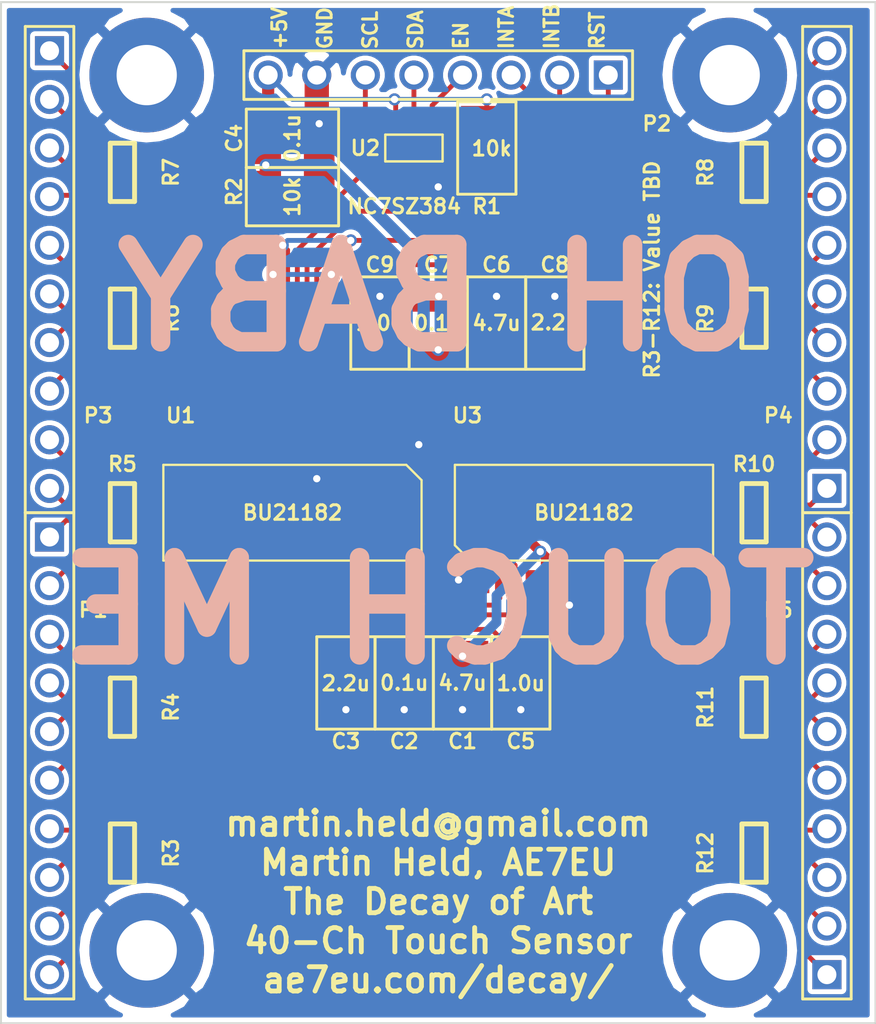
<source format=kicad_pcb>
(kicad_pcb (version 20171130) (host pcbnew 5.1.0-060a0da~80~ubuntu18.04.1)

  (general
    (thickness 1.6)
    (drawings 11)
    (tracks 474)
    (zones 0)
    (modules 33)
    (nets 94)
  )

  (page A)
  (title_block
    (title "7th Area QSO Party Pixie Plaque")
    (date 2017-03-14)
    (rev A)
    (company "Central Oregon DX Club")
    (comment 1 "Design by Martin Held, AE7EU")
  )

  (layers
    (0 F.Cu signal)
    (31 B.Cu signal)
    (32 B.Adhes user hide)
    (33 F.Adhes user hide)
    (34 B.Paste user hide)
    (35 F.Paste user hide)
    (36 B.SilkS user hide)
    (37 F.SilkS user)
    (38 B.Mask user)
    (39 F.Mask user)
    (40 Dwgs.User user hide)
    (41 Cmts.User user)
    (42 Eco1.User user hide)
    (43 Eco2.User user hide)
    (44 Edge.Cuts user)
    (45 Margin user hide)
    (46 B.CrtYd user)
    (47 F.CrtYd user)
    (48 B.Fab user)
    (49 F.Fab user)
  )

  (setup
    (last_trace_width 0.1524)
    (user_trace_width 0.1524)
    (user_trace_width 0.2032)
    (user_trace_width 0.254)
    (user_trace_width 0.381)
    (user_trace_width 0.508)
    (user_trace_width 0.635)
    (user_trace_width 0.889)
    (user_trace_width 1.27)
    (trace_clearance 0.1524)
    (zone_clearance 0.254)
    (zone_45_only no)
    (trace_min 0.1524)
    (via_size 0.635)
    (via_drill 0.381)
    (via_min_size 0.635)
    (via_min_drill 0.381)
    (user_via 0.635 0.381)
    (user_via 0.635 0.381)
    (user_via 0.889 0.635)
    (user_via 0.889 0.635)
    (user_via 1.27 0.889)
    (user_via 1.27 0.889)
    (user_via 1.905 1.524)
    (user_via 1.905 1.524)
    (uvia_size 0.508)
    (uvia_drill 0.127)
    (uvias_allowed no)
    (uvia_min_size 0.508)
    (uvia_min_drill 0.127)
    (edge_width 0.1)
    (segment_width 0.2)
    (pcb_text_width 0.3)
    (pcb_text_size 1.5 1.5)
    (mod_edge_width 0.15)
    (mod_text_size 1.27 1.27)
    (mod_text_width 0.254)
    (pad_size 0.635 0.635)
    (pad_drill 0.381)
    (pad_to_mask_clearance 0)
    (aux_axis_origin 0 0)
    (visible_elements 7FFFFF7F)
    (pcbplotparams
      (layerselection 0x011fc_80000001)
      (usegerberextensions true)
      (usegerberattributes false)
      (usegerberadvancedattributes false)
      (creategerberjobfile false)
      (excludeedgelayer true)
      (linewidth 0.152400)
      (plotframeref false)
      (viasonmask false)
      (mode 1)
      (useauxorigin false)
      (hpglpennumber 1)
      (hpglpenspeed 20)
      (hpglpendiameter 15.000000)
      (psnegative false)
      (psa4output false)
      (plotreference true)
      (plotvalue false)
      (plotinvisibletext false)
      (padsonsilk false)
      (subtractmaskfromsilk true)
      (outputformat 1)
      (mirror false)
      (drillshape 0)
      (scaleselection 1)
      (outputdirectory "Gerber/"))
  )

  (net 0 "")
  (net 1 GND)
  (net 2 "Net-(P4-Pad1)")
  (net 3 "Net-(P5-Pad2)")
  (net 4 SCL)
  (net 5 SDA)
  (net 6 "Net-(C8-Pad1)")
  (net 7 +5V)
  (net 8 "Net-(C3-Pad1)")
  (net 9 "Net-(C5-Pad1)")
  (net 10 "Net-(C9-Pad1)")
  (net 11 "Net-(P1-Pad1)")
  (net 12 "Net-(P1-Pad2)")
  (net 13 "Net-(P1-Pad4)")
  (net 14 "Net-(P1-Pad3)")
  (net 15 "Net-(P1-Pad7)")
  (net 16 "Net-(P1-Pad8)")
  (net 17 "Net-(P1-Pad6)")
  (net 18 "Net-(P1-Pad5)")
  (net 19 "Net-(P1-Pad10)")
  (net 20 "Net-(P1-Pad9)")
  (net 21 RSTB)
  (net 22 INTB)
  (net 23 /EN)
  (net 24 INTA)
  (net 25 "Net-(P2-Pad5)")
  (net 26 "Net-(P3-Pad1)")
  (net 27 "Net-(P3-Pad2)")
  (net 28 "Net-(P3-Pad4)")
  (net 29 "Net-(P3-Pad3)")
  (net 30 "Net-(P3-Pad7)")
  (net 31 "Net-(P3-Pad8)")
  (net 32 "Net-(P3-Pad6)")
  (net 33 "Net-(P3-Pad5)")
  (net 34 "Net-(P3-Pad10)")
  (net 35 "Net-(P3-Pad9)")
  (net 36 "Net-(P4-Pad2)")
  (net 37 "Net-(P4-Pad4)")
  (net 38 "Net-(P4-Pad3)")
  (net 39 "Net-(P4-Pad7)")
  (net 40 "Net-(P4-Pad8)")
  (net 41 "Net-(P4-Pad6)")
  (net 42 "Net-(P4-Pad5)")
  (net 43 "Net-(P4-Pad10)")
  (net 44 "Net-(P4-Pad9)")
  (net 45 "Net-(P5-Pad1)")
  (net 46 "Net-(P5-Pad4)")
  (net 47 "Net-(P5-Pad3)")
  (net 48 "Net-(P5-Pad7)")
  (net 49 "Net-(P5-Pad8)")
  (net 50 "Net-(P5-Pad6)")
  (net 51 "Net-(P5-Pad5)")
  (net 52 "Net-(P5-Pad10)")
  (net 53 "Net-(P5-Pad9)")
  (net 54 "Net-(R3-Pad5)")
  (net 55 "Net-(R3-Pad6)")
  (net 56 "Net-(R3-Pad7)")
  (net 57 "Net-(R3-Pad8)")
  (net 58 "Net-(R4-Pad5)")
  (net 59 "Net-(R4-Pad6)")
  (net 60 "Net-(R4-Pad7)")
  (net 61 "Net-(R4-Pad8)")
  (net 62 "Net-(R5-Pad5)")
  (net 63 "Net-(R5-Pad6)")
  (net 64 "Net-(R5-Pad7)")
  (net 65 "Net-(R5-Pad8)")
  (net 66 "Net-(R6-Pad5)")
  (net 67 "Net-(R6-Pad6)")
  (net 68 "Net-(R6-Pad7)")
  (net 69 "Net-(R6-Pad8)")
  (net 70 "Net-(R7-Pad5)")
  (net 71 "Net-(R7-Pad6)")
  (net 72 "Net-(R7-Pad7)")
  (net 73 "Net-(R7-Pad8)")
  (net 74 "Net-(R8-Pad5)")
  (net 75 "Net-(R8-Pad6)")
  (net 76 "Net-(R8-Pad7)")
  (net 77 "Net-(R8-Pad8)")
  (net 78 "Net-(R9-Pad5)")
  (net 79 "Net-(R9-Pad6)")
  (net 80 "Net-(R9-Pad7)")
  (net 81 "Net-(R9-Pad8)")
  (net 82 "Net-(R10-Pad5)")
  (net 83 "Net-(R10-Pad6)")
  (net 84 "Net-(R10-Pad7)")
  (net 85 "Net-(R10-Pad8)")
  (net 86 "Net-(R11-Pad5)")
  (net 87 "Net-(R11-Pad6)")
  (net 88 "Net-(R11-Pad7)")
  (net 89 "Net-(R11-Pad8)")
  (net 90 "Net-(R12-Pad5)")
  (net 91 "Net-(R12-Pad6)")
  (net 92 "Net-(R12-Pad7)")
  (net 93 "Net-(R12-Pad8)")

  (net_class Default "This is the default net class."
    (clearance 0.1524)
    (trace_width 0.1524)
    (via_dia 0.635)
    (via_drill 0.381)
    (uvia_dia 0.508)
    (uvia_drill 0.127)
    (add_net +5V)
    (add_net /EN)
    (add_net GND)
    (add_net INTA)
    (add_net INTB)
    (add_net "Net-(C3-Pad1)")
    (add_net "Net-(C5-Pad1)")
    (add_net "Net-(C8-Pad1)")
    (add_net "Net-(C9-Pad1)")
    (add_net "Net-(P1-Pad1)")
    (add_net "Net-(P1-Pad10)")
    (add_net "Net-(P1-Pad2)")
    (add_net "Net-(P1-Pad3)")
    (add_net "Net-(P1-Pad4)")
    (add_net "Net-(P1-Pad5)")
    (add_net "Net-(P1-Pad6)")
    (add_net "Net-(P1-Pad7)")
    (add_net "Net-(P1-Pad8)")
    (add_net "Net-(P1-Pad9)")
    (add_net "Net-(P2-Pad5)")
    (add_net "Net-(P3-Pad1)")
    (add_net "Net-(P3-Pad10)")
    (add_net "Net-(P3-Pad2)")
    (add_net "Net-(P3-Pad3)")
    (add_net "Net-(P3-Pad4)")
    (add_net "Net-(P3-Pad5)")
    (add_net "Net-(P3-Pad6)")
    (add_net "Net-(P3-Pad7)")
    (add_net "Net-(P3-Pad8)")
    (add_net "Net-(P3-Pad9)")
    (add_net "Net-(P4-Pad1)")
    (add_net "Net-(P4-Pad10)")
    (add_net "Net-(P4-Pad2)")
    (add_net "Net-(P4-Pad3)")
    (add_net "Net-(P4-Pad4)")
    (add_net "Net-(P4-Pad5)")
    (add_net "Net-(P4-Pad6)")
    (add_net "Net-(P4-Pad7)")
    (add_net "Net-(P4-Pad8)")
    (add_net "Net-(P4-Pad9)")
    (add_net "Net-(P5-Pad1)")
    (add_net "Net-(P5-Pad10)")
    (add_net "Net-(P5-Pad2)")
    (add_net "Net-(P5-Pad3)")
    (add_net "Net-(P5-Pad4)")
    (add_net "Net-(P5-Pad5)")
    (add_net "Net-(P5-Pad6)")
    (add_net "Net-(P5-Pad7)")
    (add_net "Net-(P5-Pad8)")
    (add_net "Net-(P5-Pad9)")
    (add_net "Net-(R10-Pad5)")
    (add_net "Net-(R10-Pad6)")
    (add_net "Net-(R10-Pad7)")
    (add_net "Net-(R10-Pad8)")
    (add_net "Net-(R11-Pad5)")
    (add_net "Net-(R11-Pad6)")
    (add_net "Net-(R11-Pad7)")
    (add_net "Net-(R11-Pad8)")
    (add_net "Net-(R12-Pad5)")
    (add_net "Net-(R12-Pad6)")
    (add_net "Net-(R12-Pad7)")
    (add_net "Net-(R12-Pad8)")
    (add_net "Net-(R3-Pad5)")
    (add_net "Net-(R3-Pad6)")
    (add_net "Net-(R3-Pad7)")
    (add_net "Net-(R3-Pad8)")
    (add_net "Net-(R4-Pad5)")
    (add_net "Net-(R4-Pad6)")
    (add_net "Net-(R4-Pad7)")
    (add_net "Net-(R4-Pad8)")
    (add_net "Net-(R5-Pad5)")
    (add_net "Net-(R5-Pad6)")
    (add_net "Net-(R5-Pad7)")
    (add_net "Net-(R5-Pad8)")
    (add_net "Net-(R6-Pad5)")
    (add_net "Net-(R6-Pad6)")
    (add_net "Net-(R6-Pad7)")
    (add_net "Net-(R6-Pad8)")
    (add_net "Net-(R7-Pad5)")
    (add_net "Net-(R7-Pad6)")
    (add_net "Net-(R7-Pad7)")
    (add_net "Net-(R7-Pad8)")
    (add_net "Net-(R8-Pad5)")
    (add_net "Net-(R8-Pad6)")
    (add_net "Net-(R8-Pad7)")
    (add_net "Net-(R8-Pad8)")
    (add_net "Net-(R9-Pad5)")
    (add_net "Net-(R9-Pad6)")
    (add_net "Net-(R9-Pad7)")
    (add_net "Net-(R9-Pad8)")
    (add_net RSTB)
    (add_net SCL)
    (add_net SDA)
  )

  (module mheld_std:SSOP-A32 (layer F.Cu) (tedit 5E3E37E8) (tstamp 5E3E4410)
    (at 55.88 52.07)
    (path /5E548569)
    (attr smd)
    (fp_text reference U3 (at -6.096 -5.08 180) (layer F.SilkS)
      (effects (font (size 0.762 0.762) (thickness 0.1524)))
    )
    (fp_text value BU21182 (at 0 0) (layer F.SilkS)
      (effects (font (size 0.762 0.762) (thickness 0.1524)))
    )
    (fp_line (start -6.5 4.45) (end -6.5 -4.45) (layer F.CrtYd) (width 0.05))
    (fp_line (start 6.5 4.45) (end -6.5 4.45) (layer F.CrtYd) (width 0.05))
    (fp_line (start 6.5 -4.45) (end 6.5 4.45) (layer F.CrtYd) (width 0.05))
    (fp_line (start -6.5 -4.45) (end 6.5 -4.45) (layer F.CrtYd) (width 0.05))
    (fp_line (start 6.75 2.5) (end -5.95 2.5) (layer F.SilkS) (width 0.12))
    (fp_line (start 6.75 -2.5) (end 6.75 2.5) (layer F.SilkS) (width 0.12))
    (fp_line (start -6.75 -2.5) (end 6.75 -2.5) (layer F.SilkS) (width 0.12))
    (fp_line (start -6.75 1.7) (end -6.75 -2.5) (layer F.SilkS) (width 0.12))
    (fp_line (start -5.95 2.5) (end -6.75 1.7) (layer F.SilkS) (width 0.12))
    (pad 16 smd rect (at 6 3.6) (size 0.5 1.2) (layers F.Cu F.Paste F.Mask)
      (net 86 "Net-(R11-Pad5)"))
    (pad 17 smd rect (at 6 -3.6) (size 0.5 1.2) (layers F.Cu F.Paste F.Mask)
      (net 85 "Net-(R10-Pad8)"))
    (pad 15 smd rect (at 5.2 3.6) (size 0.5 1.2) (layers F.Cu F.Paste F.Mask)
      (net 87 "Net-(R11-Pad6)"))
    (pad 18 smd rect (at 5.2 -3.6) (size 0.5 1.2) (layers F.Cu F.Paste F.Mask)
      (net 84 "Net-(R10-Pad7)"))
    (pad 14 smd rect (at 4.4 3.6) (size 0.5 1.2) (layers F.Cu F.Paste F.Mask)
      (net 88 "Net-(R11-Pad7)"))
    (pad 19 smd rect (at 4.4 -3.6) (size 0.5 1.2) (layers F.Cu F.Paste F.Mask)
      (net 83 "Net-(R10-Pad6)"))
    (pad 13 smd rect (at 3.6 3.6) (size 0.5 1.2) (layers F.Cu F.Paste F.Mask)
      (net 89 "Net-(R11-Pad8)"))
    (pad 20 smd rect (at 3.6 -3.6) (size 0.5 1.2) (layers F.Cu F.Paste F.Mask)
      (net 82 "Net-(R10-Pad5)"))
    (pad 12 smd rect (at 2.8 3.6) (size 0.5 1.2) (layers F.Cu F.Paste F.Mask)
      (net 90 "Net-(R12-Pad5)"))
    (pad 21 smd rect (at 2.8 -3.6) (size 0.5 1.2) (layers F.Cu F.Paste F.Mask)
      (net 81 "Net-(R9-Pad8)"))
    (pad 11 smd rect (at 2 3.6) (size 0.5 1.2) (layers F.Cu F.Paste F.Mask)
      (net 91 "Net-(R12-Pad6)"))
    (pad 22 smd rect (at 2 -3.6) (size 0.5 1.2) (layers F.Cu F.Paste F.Mask)
      (net 80 "Net-(R9-Pad7)"))
    (pad 10 smd rect (at 1.2 3.6) (size 0.5 1.2) (layers F.Cu F.Paste F.Mask)
      (net 92 "Net-(R12-Pad7)"))
    (pad 23 smd rect (at 1.2 -3.6) (size 0.5 1.2) (layers F.Cu F.Paste F.Mask)
      (net 79 "Net-(R9-Pad6)"))
    (pad 9 smd rect (at 0.4 3.6) (size 0.5 1.2) (layers F.Cu F.Paste F.Mask)
      (net 93 "Net-(R12-Pad8)"))
    (pad 24 smd rect (at 0.4 -3.6) (size 0.5 1.2) (layers F.Cu F.Paste F.Mask)
      (net 78 "Net-(R9-Pad5)"))
    (pad 8 smd rect (at -0.4 3.6) (size 0.5 1.2) (layers F.Cu F.Paste F.Mask)
      (net 1 GND))
    (pad 25 smd rect (at -0.4 -3.6) (size 0.5 1.2) (layers F.Cu F.Paste F.Mask)
      (net 77 "Net-(R8-Pad8)"))
    (pad 7 smd rect (at -1.2 3.6) (size 0.5 1.2) (layers F.Cu F.Paste F.Mask)
      (net 1 GND))
    (pad 26 smd rect (at -1.2 -3.6) (size 0.5 1.2) (layers F.Cu F.Paste F.Mask)
      (net 76 "Net-(R8-Pad7)"))
    (pad 6 smd rect (at -2 3.6) (size 0.5 1.2) (layers F.Cu F.Paste F.Mask)
      (net 7 +5V))
    (pad 27 smd rect (at -2 -3.6) (size 0.5 1.2) (layers F.Cu F.Paste F.Mask)
      (net 75 "Net-(R8-Pad6)"))
    (pad 5 smd rect (at -2.8 3.6) (size 0.5 1.2) (layers F.Cu F.Paste F.Mask)
      (net 21 RSTB))
    (pad 28 smd rect (at -2.8 -3.6) (size 0.5 1.2) (layers F.Cu F.Paste F.Mask)
      (net 74 "Net-(R8-Pad5)"))
    (pad 4 smd rect (at -3.6 3.6) (size 0.5 1.2) (layers F.Cu F.Paste F.Mask)
      (net 22 INTB))
    (pad 29 smd rect (at -3.6 -3.6) (size 0.5 1.2) (layers F.Cu F.Paste F.Mask)
      (net 6 "Net-(C8-Pad1)"))
    (pad 3 smd rect (at -4.4 3.6) (size 0.5 1.2) (layers F.Cu F.Paste F.Mask)
      (net 4 SCL))
    (pad 30 smd rect (at -4.4 -3.6) (size 0.5 1.2) (layers F.Cu F.Paste F.Mask)
      (net 7 +5V))
    (pad 2 smd rect (at -5.2 3.6) (size 0.5 1.2) (layers F.Cu F.Paste F.Mask)
      (net 5 SDA))
    (pad 31 smd rect (at -5.2 -3.6) (size 0.5 1.2) (layers F.Cu F.Paste F.Mask))
    (pad 1 smd rect (at -6 3.6) (size 0.5 1.2) (layers F.Cu F.Paste F.Mask)
      (net 1 GND))
    (pad 32 smd rect (at -6 -3.6) (size 0.5 1.2) (layers F.Cu F.Paste F.Mask)
      (net 10 "Net-(C9-Pad1)"))
  )

  (module mheld_std:SOT25 (layer F.Cu) (tedit 54C19F0A) (tstamp 5E3E43E3)
    (at 46.99 33.02)
    (descr SOT23)
    (path /5E52F1D1)
    (attr smd)
    (fp_text reference U2 (at -2.54 0) (layer F.SilkS)
      (effects (font (size 0.762 0.762) (thickness 0.1524)))
    )
    (fp_text value NC7SZ384 (at -0.508 3.048) (layer F.SilkS)
      (effects (font (size 0.762 0.762) (thickness 0.1524)))
    )
    (fp_line (start -1.4986 0.6985) (end -1.4986 -0.6985) (layer F.SilkS) (width 0.127))
    (fp_line (start 1.4986 0.6985) (end -1.4986 0.6985) (layer F.SilkS) (width 0.127))
    (fp_line (start 1.4986 -0.6985) (end 1.4986 0.6985) (layer F.SilkS) (width 0.127))
    (fp_line (start -1.4986 -0.6985) (end 1.4986 -0.6985) (layer F.SilkS) (width 0.127))
    (pad 3 smd rect (at 0.9525 1.3081) (size 0.59944 1.2192) (layers F.Cu F.Paste F.Mask)
      (net 1 GND))
    (pad 2 smd rect (at 0 1.31064) (size 0.59944 1.2192) (layers F.Cu F.Paste F.Mask)
      (net 5 SDA))
    (pad 1 smd rect (at -0.9525 1.31064) (size 0.59944 1.2192) (layers F.Cu F.Paste F.Mask)
      (net 25 "Net-(P2-Pad5)"))
    (pad 4 smd rect (at 0.9525 -1.31064) (size 0.59944 1.2192) (layers F.Cu F.Paste F.Mask)
      (net 23 /EN))
    (pad 5 smd rect (at -0.9525 -1.31064) (size 0.59944 1.2192) (layers F.Cu F.Paste F.Mask)
      (net 7 +5V))
    (model smd/smd_transistors/sot23.wrl
      (at (xyz 0 0 0))
      (scale (xyz 1 1 1))
      (rotate (xyz 0 0 0))
    )
  )

  (module mheld_std:SSOP-A32 (layer F.Cu) (tedit 5E3E37E8) (tstamp 5E3E43D6)
    (at 40.64 52.07 180)
    (path /5E53C84E)
    (attr smd)
    (fp_text reference U1 (at 5.842 5.08) (layer F.SilkS)
      (effects (font (size 0.762 0.762) (thickness 0.1524)))
    )
    (fp_text value BU21182 (at 0 0 180) (layer F.SilkS)
      (effects (font (size 0.762 0.762) (thickness 0.1524)))
    )
    (fp_line (start -6.5 4.45) (end -6.5 -4.45) (layer F.CrtYd) (width 0.05))
    (fp_line (start 6.5 4.45) (end -6.5 4.45) (layer F.CrtYd) (width 0.05))
    (fp_line (start 6.5 -4.45) (end 6.5 4.45) (layer F.CrtYd) (width 0.05))
    (fp_line (start -6.5 -4.45) (end 6.5 -4.45) (layer F.CrtYd) (width 0.05))
    (fp_line (start 6.75 2.5) (end -5.95 2.5) (layer F.SilkS) (width 0.12))
    (fp_line (start 6.75 -2.5) (end 6.75 2.5) (layer F.SilkS) (width 0.12))
    (fp_line (start -6.75 -2.5) (end 6.75 -2.5) (layer F.SilkS) (width 0.12))
    (fp_line (start -6.75 1.7) (end -6.75 -2.5) (layer F.SilkS) (width 0.12))
    (fp_line (start -5.95 2.5) (end -6.75 1.7) (layer F.SilkS) (width 0.12))
    (pad 16 smd rect (at 6 3.6 180) (size 0.5 1.2) (layers F.Cu F.Paste F.Mask)
      (net 66 "Net-(R6-Pad5)"))
    (pad 17 smd rect (at 6 -3.6 180) (size 0.5 1.2) (layers F.Cu F.Paste F.Mask)
      (net 65 "Net-(R5-Pad8)"))
    (pad 15 smd rect (at 5.2 3.6 180) (size 0.5 1.2) (layers F.Cu F.Paste F.Mask)
      (net 67 "Net-(R6-Pad6)"))
    (pad 18 smd rect (at 5.2 -3.6 180) (size 0.5 1.2) (layers F.Cu F.Paste F.Mask)
      (net 64 "Net-(R5-Pad7)"))
    (pad 14 smd rect (at 4.4 3.6 180) (size 0.5 1.2) (layers F.Cu F.Paste F.Mask)
      (net 68 "Net-(R6-Pad7)"))
    (pad 19 smd rect (at 4.4 -3.6 180) (size 0.5 1.2) (layers F.Cu F.Paste F.Mask)
      (net 63 "Net-(R5-Pad6)"))
    (pad 13 smd rect (at 3.6 3.6 180) (size 0.5 1.2) (layers F.Cu F.Paste F.Mask)
      (net 69 "Net-(R6-Pad8)"))
    (pad 20 smd rect (at 3.6 -3.6 180) (size 0.5 1.2) (layers F.Cu F.Paste F.Mask)
      (net 62 "Net-(R5-Pad5)"))
    (pad 12 smd rect (at 2.8 3.6 180) (size 0.5 1.2) (layers F.Cu F.Paste F.Mask)
      (net 70 "Net-(R7-Pad5)"))
    (pad 21 smd rect (at 2.8 -3.6 180) (size 0.5 1.2) (layers F.Cu F.Paste F.Mask)
      (net 61 "Net-(R4-Pad8)"))
    (pad 11 smd rect (at 2 3.6 180) (size 0.5 1.2) (layers F.Cu F.Paste F.Mask)
      (net 71 "Net-(R7-Pad6)"))
    (pad 22 smd rect (at 2 -3.6 180) (size 0.5 1.2) (layers F.Cu F.Paste F.Mask)
      (net 60 "Net-(R4-Pad7)"))
    (pad 10 smd rect (at 1.2 3.6 180) (size 0.5 1.2) (layers F.Cu F.Paste F.Mask)
      (net 72 "Net-(R7-Pad7)"))
    (pad 23 smd rect (at 1.2 -3.6 180) (size 0.5 1.2) (layers F.Cu F.Paste F.Mask)
      (net 59 "Net-(R4-Pad6)"))
    (pad 9 smd rect (at 0.4 3.6 180) (size 0.5 1.2) (layers F.Cu F.Paste F.Mask)
      (net 73 "Net-(R7-Pad8)"))
    (pad 24 smd rect (at 0.4 -3.6 180) (size 0.5 1.2) (layers F.Cu F.Paste F.Mask)
      (net 58 "Net-(R4-Pad5)"))
    (pad 8 smd rect (at -0.4 3.6 180) (size 0.5 1.2) (layers F.Cu F.Paste F.Mask)
      (net 1 GND))
    (pad 25 smd rect (at -0.4 -3.6 180) (size 0.5 1.2) (layers F.Cu F.Paste F.Mask)
      (net 57 "Net-(R3-Pad8)"))
    (pad 7 smd rect (at -1.2 3.6 180) (size 0.5 1.2) (layers F.Cu F.Paste F.Mask)
      (net 1 GND))
    (pad 26 smd rect (at -1.2 -3.6 180) (size 0.5 1.2) (layers F.Cu F.Paste F.Mask)
      (net 56 "Net-(R3-Pad7)"))
    (pad 6 smd rect (at -2 3.6 180) (size 0.5 1.2) (layers F.Cu F.Paste F.Mask)
      (net 1 GND))
    (pad 27 smd rect (at -2 -3.6 180) (size 0.5 1.2) (layers F.Cu F.Paste F.Mask)
      (net 55 "Net-(R3-Pad6)"))
    (pad 5 smd rect (at -2.8 3.6 180) (size 0.5 1.2) (layers F.Cu F.Paste F.Mask)
      (net 21 RSTB))
    (pad 28 smd rect (at -2.8 -3.6 180) (size 0.5 1.2) (layers F.Cu F.Paste F.Mask)
      (net 54 "Net-(R3-Pad5)"))
    (pad 4 smd rect (at -3.6 3.6 180) (size 0.5 1.2) (layers F.Cu F.Paste F.Mask)
      (net 24 INTA))
    (pad 29 smd rect (at -3.6 -3.6 180) (size 0.5 1.2) (layers F.Cu F.Paste F.Mask)
      (net 8 "Net-(C3-Pad1)"))
    (pad 3 smd rect (at -4.4 3.6 180) (size 0.5 1.2) (layers F.Cu F.Paste F.Mask)
      (net 4 SCL))
    (pad 30 smd rect (at -4.4 -3.6 180) (size 0.5 1.2) (layers F.Cu F.Paste F.Mask)
      (net 7 +5V))
    (pad 2 smd rect (at -5.2 3.6 180) (size 0.5 1.2) (layers F.Cu F.Paste F.Mask)
      (net 5 SDA))
    (pad 31 smd rect (at -5.2 -3.6 180) (size 0.5 1.2) (layers F.Cu F.Paste F.Mask))
    (pad 1 smd rect (at -6 3.6 180) (size 0.5 1.2) (layers F.Cu F.Paste F.Mask)
      (net 1 GND))
    (pad 32 smd rect (at -6 -3.6 180) (size 0.5 1.2) (layers F.Cu F.Paste F.Mask)
      (net 9 "Net-(C5-Pad1)"))
  )

  (module mheld_std:TH_440 (layer F.Cu) (tedit 5BE0DB17) (tstamp 5E3E43A9)
    (at 63.5 74.93)
    (path /58C9DA71)
    (fp_text reference TH4 (at -2.17 -4.29) (layer F.SilkS) hide
      (effects (font (size 0.762 0.762) (thickness 0.1524)))
    )
    (fp_text value TP (at 3.29 -4.27) (layer F.SilkS) hide
      (effects (font (size 0.762 0.762) (thickness 0.1524)))
    )
    (pad 1 thru_hole circle (at 0 0) (size 5.9944 5.9944) (drill 3.1496) (layers *.Cu *.Mask)
      (net 1 GND))
  )

  (module mheld_std:TH_440 (layer F.Cu) (tedit 5BE0DB17) (tstamp 5E3E43A4)
    (at 63.5 29.21)
    (path /58C9DA6F)
    (fp_text reference TH3 (at -2.17 -4.29) (layer F.SilkS) hide
      (effects (font (size 0.762 0.762) (thickness 0.1524)))
    )
    (fp_text value TP (at 3.29 -4.27) (layer F.SilkS) hide
      (effects (font (size 0.762 0.762) (thickness 0.1524)))
    )
    (pad 1 thru_hole circle (at 0 0) (size 5.9944 5.9944) (drill 3.1496) (layers *.Cu *.Mask)
      (net 1 GND))
  )

  (module mheld_std:TH_440 (layer F.Cu) (tedit 5BE0DB17) (tstamp 5E3E439F)
    (at 33.02 29.21)
    (path /58C9DA6D)
    (fp_text reference TH2 (at -2.17 -4.29) (layer F.SilkS) hide
      (effects (font (size 0.762 0.762) (thickness 0.1524)))
    )
    (fp_text value TP (at 3.29 -4.27) (layer F.SilkS) hide
      (effects (font (size 0.762 0.762) (thickness 0.1524)))
    )
    (pad 1 thru_hole circle (at 0 0) (size 5.9944 5.9944) (drill 3.1496) (layers *.Cu *.Mask)
      (net 1 GND))
  )

  (module mheld_std:TH_440 (layer F.Cu) (tedit 5BE0DB17) (tstamp 5E3E439A)
    (at 33.02 74.93)
    (path /58C9DA6B)
    (fp_text reference TH1 (at -2.17 -4.29) (layer F.SilkS) hide
      (effects (font (size 0.762 0.762) (thickness 0.1524)))
    )
    (fp_text value TP (at 3.29 -4.27) (layer F.SilkS) hide
      (effects (font (size 0.762 0.762) (thickness 0.1524)))
    )
    (pad 1 thru_hole circle (at 0 0) (size 5.9944 5.9944) (drill 3.1496) (layers *.Cu *.Mask)
      (net 1 GND))
  )

  (module mheld_std:CRA06E (layer F.Cu) (tedit 563BFAA6) (tstamp 5E3E4395)
    (at 64.77 69.85 90)
    (descr "Surface mount Resistor netowrk, vishay dale cra06es")
    (path /5E68D4FB)
    (fp_text reference R12 (at 0 -2.54 90) (layer F.SilkS)
      (effects (font (size 0.762 0.762) (thickness 0.1524)))
    )
    (fp_text value 1M (at 4.064 0 90) (layer F.SilkS) hide
      (effects (font (size 0.762 0.762) (thickness 0.1524)))
    )
    (fp_line (start -1.524 -0.635) (end -1.524 0.635) (layer F.SilkS) (width 0.254))
    (fp_line (start -1.524 0.635) (end 1.524 0.635) (layer F.SilkS) (width 0.254))
    (fp_line (start 1.524 0.635) (end 1.524 -0.635) (layer F.SilkS) (width 0.254))
    (fp_line (start 1.524 -0.635) (end -1.524 -0.635) (layer F.SilkS) (width 0.254))
    (pad 5 smd rect (at 1.20015 -0.974979 180) (size 1.149858 0.439928) (layers F.Cu F.Paste F.Mask)
      (net 90 "Net-(R12-Pad5)"))
    (pad 6 smd rect (at 0.40005 -0.974979 180) (size 1.149858 0.439928) (layers F.Cu F.Paste F.Mask)
      (net 91 "Net-(R12-Pad6)"))
    (pad 7 smd rect (at -0.40005 -0.974979 180) (size 1.149858 0.439928) (layers F.Cu F.Paste F.Mask)
      (net 92 "Net-(R12-Pad7)"))
    (pad 8 smd rect (at -1.20015 -0.974979 180) (size 1.149858 0.439928) (layers F.Cu F.Paste F.Mask)
      (net 93 "Net-(R12-Pad8)"))
    (pad 4 smd rect (at 1.20015 0.974979) (size 1.149858 0.439928) (layers F.Cu F.Paste F.Mask)
      (net 46 "Net-(P5-Pad4)"))
    (pad 3 smd rect (at 0.40005 0.974979) (size 1.149858 0.439928) (layers F.Cu F.Paste F.Mask)
      (net 47 "Net-(P5-Pad3)"))
    (pad 2 smd rect (at -0.40005 0.974979) (size 1.149858 0.439928) (layers F.Cu F.Paste F.Mask)
      (net 3 "Net-(P5-Pad2)"))
    (pad 1 smd rect (at -1.20015 0.974979) (size 1.149858 0.439928) (layers F.Cu F.Paste F.Mask)
      (net 45 "Net-(P5-Pad1)"))
  )

  (module mheld_std:CRA06E (layer F.Cu) (tedit 563BFAA6) (tstamp 5E3E4385)
    (at 64.77 62.23 90)
    (descr "Surface mount Resistor netowrk, vishay dale cra06es")
    (path /5E68D4F1)
    (fp_text reference R11 (at 0 -2.54 270) (layer F.SilkS)
      (effects (font (size 0.762 0.762) (thickness 0.1524)))
    )
    (fp_text value 1M (at 4.064 0 90) (layer F.SilkS) hide
      (effects (font (size 0.762 0.762) (thickness 0.1524)))
    )
    (fp_line (start -1.524 -0.635) (end -1.524 0.635) (layer F.SilkS) (width 0.254))
    (fp_line (start -1.524 0.635) (end 1.524 0.635) (layer F.SilkS) (width 0.254))
    (fp_line (start 1.524 0.635) (end 1.524 -0.635) (layer F.SilkS) (width 0.254))
    (fp_line (start 1.524 -0.635) (end -1.524 -0.635) (layer F.SilkS) (width 0.254))
    (pad 5 smd rect (at 1.20015 -0.974979 180) (size 1.149858 0.439928) (layers F.Cu F.Paste F.Mask)
      (net 86 "Net-(R11-Pad5)"))
    (pad 6 smd rect (at 0.40005 -0.974979 180) (size 1.149858 0.439928) (layers F.Cu F.Paste F.Mask)
      (net 87 "Net-(R11-Pad6)"))
    (pad 7 smd rect (at -0.40005 -0.974979 180) (size 1.149858 0.439928) (layers F.Cu F.Paste F.Mask)
      (net 88 "Net-(R11-Pad7)"))
    (pad 8 smd rect (at -1.20015 -0.974979 180) (size 1.149858 0.439928) (layers F.Cu F.Paste F.Mask)
      (net 89 "Net-(R11-Pad8)"))
    (pad 4 smd rect (at 1.20015 0.974979) (size 1.149858 0.439928) (layers F.Cu F.Paste F.Mask)
      (net 49 "Net-(P5-Pad8)"))
    (pad 3 smd rect (at 0.40005 0.974979) (size 1.149858 0.439928) (layers F.Cu F.Paste F.Mask)
      (net 48 "Net-(P5-Pad7)"))
    (pad 2 smd rect (at -0.40005 0.974979) (size 1.149858 0.439928) (layers F.Cu F.Paste F.Mask)
      (net 50 "Net-(P5-Pad6)"))
    (pad 1 smd rect (at -1.20015 0.974979) (size 1.149858 0.439928) (layers F.Cu F.Paste F.Mask)
      (net 51 "Net-(P5-Pad5)"))
  )

  (module mheld_std:CRA06E (layer F.Cu) (tedit 563BFAA6) (tstamp 5E3E4375)
    (at 64.77 52.07 90)
    (descr "Surface mount Resistor netowrk, vishay dale cra06es")
    (path /5E68D4E7)
    (fp_text reference R10 (at 2.54 0) (layer F.SilkS)
      (effects (font (size 0.762 0.762) (thickness 0.1524)))
    )
    (fp_text value 1M (at 4.064 0 90) (layer F.SilkS) hide
      (effects (font (size 0.762 0.762) (thickness 0.1524)))
    )
    (fp_line (start -1.524 -0.635) (end -1.524 0.635) (layer F.SilkS) (width 0.254))
    (fp_line (start -1.524 0.635) (end 1.524 0.635) (layer F.SilkS) (width 0.254))
    (fp_line (start 1.524 0.635) (end 1.524 -0.635) (layer F.SilkS) (width 0.254))
    (fp_line (start 1.524 -0.635) (end -1.524 -0.635) (layer F.SilkS) (width 0.254))
    (pad 5 smd rect (at 1.20015 -0.974979 180) (size 1.149858 0.439928) (layers F.Cu F.Paste F.Mask)
      (net 82 "Net-(R10-Pad5)"))
    (pad 6 smd rect (at 0.40005 -0.974979 180) (size 1.149858 0.439928) (layers F.Cu F.Paste F.Mask)
      (net 83 "Net-(R10-Pad6)"))
    (pad 7 smd rect (at -0.40005 -0.974979 180) (size 1.149858 0.439928) (layers F.Cu F.Paste F.Mask)
      (net 84 "Net-(R10-Pad7)"))
    (pad 8 smd rect (at -1.20015 -0.974979 180) (size 1.149858 0.439928) (layers F.Cu F.Paste F.Mask)
      (net 85 "Net-(R10-Pad8)"))
    (pad 4 smd rect (at 1.20015 0.974979) (size 1.149858 0.439928) (layers F.Cu F.Paste F.Mask)
      (net 36 "Net-(P4-Pad2)"))
    (pad 3 smd rect (at 0.40005 0.974979) (size 1.149858 0.439928) (layers F.Cu F.Paste F.Mask)
      (net 2 "Net-(P4-Pad1)"))
    (pad 2 smd rect (at -0.40005 0.974979) (size 1.149858 0.439928) (layers F.Cu F.Paste F.Mask)
      (net 52 "Net-(P5-Pad10)"))
    (pad 1 smd rect (at -1.20015 0.974979) (size 1.149858 0.439928) (layers F.Cu F.Paste F.Mask)
      (net 53 "Net-(P5-Pad9)"))
  )

  (module mheld_std:CRA06E (layer F.Cu) (tedit 563BFAA6) (tstamp 5E3E4365)
    (at 64.77 41.91 90)
    (descr "Surface mount Resistor netowrk, vishay dale cra06es")
    (path /5E68D4DD)
    (fp_text reference R9 (at 0 -2.54 90) (layer F.SilkS)
      (effects (font (size 0.762 0.762) (thickness 0.1524)))
    )
    (fp_text value 1M (at 4.064 0 90) (layer F.SilkS) hide
      (effects (font (size 0.762 0.762) (thickness 0.1524)))
    )
    (fp_line (start -1.524 -0.635) (end -1.524 0.635) (layer F.SilkS) (width 0.254))
    (fp_line (start -1.524 0.635) (end 1.524 0.635) (layer F.SilkS) (width 0.254))
    (fp_line (start 1.524 0.635) (end 1.524 -0.635) (layer F.SilkS) (width 0.254))
    (fp_line (start 1.524 -0.635) (end -1.524 -0.635) (layer F.SilkS) (width 0.254))
    (pad 5 smd rect (at 1.20015 -0.974979 180) (size 1.149858 0.439928) (layers F.Cu F.Paste F.Mask)
      (net 78 "Net-(R9-Pad5)"))
    (pad 6 smd rect (at 0.40005 -0.974979 180) (size 1.149858 0.439928) (layers F.Cu F.Paste F.Mask)
      (net 79 "Net-(R9-Pad6)"))
    (pad 7 smd rect (at -0.40005 -0.974979 180) (size 1.149858 0.439928) (layers F.Cu F.Paste F.Mask)
      (net 80 "Net-(R9-Pad7)"))
    (pad 8 smd rect (at -1.20015 -0.974979 180) (size 1.149858 0.439928) (layers F.Cu F.Paste F.Mask)
      (net 81 "Net-(R9-Pad8)"))
    (pad 4 smd rect (at 1.20015 0.974979) (size 1.149858 0.439928) (layers F.Cu F.Paste F.Mask)
      (net 41 "Net-(P4-Pad6)"))
    (pad 3 smd rect (at 0.40005 0.974979) (size 1.149858 0.439928) (layers F.Cu F.Paste F.Mask)
      (net 42 "Net-(P4-Pad5)"))
    (pad 2 smd rect (at -0.40005 0.974979) (size 1.149858 0.439928) (layers F.Cu F.Paste F.Mask)
      (net 37 "Net-(P4-Pad4)"))
    (pad 1 smd rect (at -1.20015 0.974979) (size 1.149858 0.439928) (layers F.Cu F.Paste F.Mask)
      (net 38 "Net-(P4-Pad3)"))
  )

  (module mheld_std:CRA06E (layer F.Cu) (tedit 563BFAA6) (tstamp 5E3E4355)
    (at 64.77 34.29 90)
    (descr "Surface mount Resistor netowrk, vishay dale cra06es")
    (path /5E68D4C9)
    (fp_text reference R8 (at 0 -2.54 90) (layer F.SilkS)
      (effects (font (size 0.762 0.762) (thickness 0.1524)))
    )
    (fp_text value 1M (at 4.064 0 90) (layer F.SilkS) hide
      (effects (font (size 0.762 0.762) (thickness 0.1524)))
    )
    (fp_line (start -1.524 -0.635) (end -1.524 0.635) (layer F.SilkS) (width 0.254))
    (fp_line (start -1.524 0.635) (end 1.524 0.635) (layer F.SilkS) (width 0.254))
    (fp_line (start 1.524 0.635) (end 1.524 -0.635) (layer F.SilkS) (width 0.254))
    (fp_line (start 1.524 -0.635) (end -1.524 -0.635) (layer F.SilkS) (width 0.254))
    (pad 5 smd rect (at 1.20015 -0.974979 180) (size 1.149858 0.439928) (layers F.Cu F.Paste F.Mask)
      (net 74 "Net-(R8-Pad5)"))
    (pad 6 smd rect (at 0.40005 -0.974979 180) (size 1.149858 0.439928) (layers F.Cu F.Paste F.Mask)
      (net 75 "Net-(R8-Pad6)"))
    (pad 7 smd rect (at -0.40005 -0.974979 180) (size 1.149858 0.439928) (layers F.Cu F.Paste F.Mask)
      (net 76 "Net-(R8-Pad7)"))
    (pad 8 smd rect (at -1.20015 -0.974979 180) (size 1.149858 0.439928) (layers F.Cu F.Paste F.Mask)
      (net 77 "Net-(R8-Pad8)"))
    (pad 4 smd rect (at 1.20015 0.974979) (size 1.149858 0.439928) (layers F.Cu F.Paste F.Mask)
      (net 43 "Net-(P4-Pad10)"))
    (pad 3 smd rect (at 0.40005 0.974979) (size 1.149858 0.439928) (layers F.Cu F.Paste F.Mask)
      (net 44 "Net-(P4-Pad9)"))
    (pad 2 smd rect (at -0.40005 0.974979) (size 1.149858 0.439928) (layers F.Cu F.Paste F.Mask)
      (net 40 "Net-(P4-Pad8)"))
    (pad 1 smd rect (at -1.20015 0.974979) (size 1.149858 0.439928) (layers F.Cu F.Paste F.Mask)
      (net 39 "Net-(P4-Pad7)"))
  )

  (module mheld_std:CRA06E (layer F.Cu) (tedit 563BFAA6) (tstamp 5E3E4345)
    (at 31.75 34.29 270)
    (descr "Surface mount Resistor netowrk, vishay dale cra06es")
    (path /5E61DA15)
    (fp_text reference R7 (at 0 -2.54 270) (layer F.SilkS)
      (effects (font (size 0.762 0.762) (thickness 0.1524)))
    )
    (fp_text value 1M (at 4.064 0 270) (layer F.SilkS) hide
      (effects (font (size 0.762 0.762) (thickness 0.1524)))
    )
    (fp_line (start -1.524 -0.635) (end -1.524 0.635) (layer F.SilkS) (width 0.254))
    (fp_line (start -1.524 0.635) (end 1.524 0.635) (layer F.SilkS) (width 0.254))
    (fp_line (start 1.524 0.635) (end 1.524 -0.635) (layer F.SilkS) (width 0.254))
    (fp_line (start 1.524 -0.635) (end -1.524 -0.635) (layer F.SilkS) (width 0.254))
    (pad 5 smd rect (at 1.20015 -0.974979) (size 1.149858 0.439928) (layers F.Cu F.Paste F.Mask)
      (net 70 "Net-(R7-Pad5)"))
    (pad 6 smd rect (at 0.40005 -0.974979) (size 1.149858 0.439928) (layers F.Cu F.Paste F.Mask)
      (net 71 "Net-(R7-Pad6)"))
    (pad 7 smd rect (at -0.40005 -0.974979) (size 1.149858 0.439928) (layers F.Cu F.Paste F.Mask)
      (net 72 "Net-(R7-Pad7)"))
    (pad 8 smd rect (at -1.20015 -0.974979) (size 1.149858 0.439928) (layers F.Cu F.Paste F.Mask)
      (net 73 "Net-(R7-Pad8)"))
    (pad 4 smd rect (at 1.20015 0.974979 180) (size 1.149858 0.439928) (layers F.Cu F.Paste F.Mask)
      (net 28 "Net-(P3-Pad4)"))
    (pad 3 smd rect (at 0.40005 0.974979 180) (size 1.149858 0.439928) (layers F.Cu F.Paste F.Mask)
      (net 29 "Net-(P3-Pad3)"))
    (pad 2 smd rect (at -0.40005 0.974979 180) (size 1.149858 0.439928) (layers F.Cu F.Paste F.Mask)
      (net 27 "Net-(P3-Pad2)"))
    (pad 1 smd rect (at -1.20015 0.974979 180) (size 1.149858 0.439928) (layers F.Cu F.Paste F.Mask)
      (net 26 "Net-(P3-Pad1)"))
  )

  (module mheld_std:CRA06E (layer F.Cu) (tedit 563BFAA6) (tstamp 5E3E4335)
    (at 31.75 41.91 270)
    (descr "Surface mount Resistor netowrk, vishay dale cra06es")
    (path /5E617553)
    (fp_text reference R6 (at 0 -2.54 270) (layer F.SilkS)
      (effects (font (size 0.762 0.762) (thickness 0.1524)))
    )
    (fp_text value 1M (at 4.064 0 270) (layer F.SilkS) hide
      (effects (font (size 0.762 0.762) (thickness 0.1524)))
    )
    (fp_line (start -1.524 -0.635) (end -1.524 0.635) (layer F.SilkS) (width 0.254))
    (fp_line (start -1.524 0.635) (end 1.524 0.635) (layer F.SilkS) (width 0.254))
    (fp_line (start 1.524 0.635) (end 1.524 -0.635) (layer F.SilkS) (width 0.254))
    (fp_line (start 1.524 -0.635) (end -1.524 -0.635) (layer F.SilkS) (width 0.254))
    (pad 5 smd rect (at 1.20015 -0.974979) (size 1.149858 0.439928) (layers F.Cu F.Paste F.Mask)
      (net 66 "Net-(R6-Pad5)"))
    (pad 6 smd rect (at 0.40005 -0.974979) (size 1.149858 0.439928) (layers F.Cu F.Paste F.Mask)
      (net 67 "Net-(R6-Pad6)"))
    (pad 7 smd rect (at -0.40005 -0.974979) (size 1.149858 0.439928) (layers F.Cu F.Paste F.Mask)
      (net 68 "Net-(R6-Pad7)"))
    (pad 8 smd rect (at -1.20015 -0.974979) (size 1.149858 0.439928) (layers F.Cu F.Paste F.Mask)
      (net 69 "Net-(R6-Pad8)"))
    (pad 4 smd rect (at 1.20015 0.974979 180) (size 1.149858 0.439928) (layers F.Cu F.Paste F.Mask)
      (net 31 "Net-(P3-Pad8)"))
    (pad 3 smd rect (at 0.40005 0.974979 180) (size 1.149858 0.439928) (layers F.Cu F.Paste F.Mask)
      (net 30 "Net-(P3-Pad7)"))
    (pad 2 smd rect (at -0.40005 0.974979 180) (size 1.149858 0.439928) (layers F.Cu F.Paste F.Mask)
      (net 32 "Net-(P3-Pad6)"))
    (pad 1 smd rect (at -1.20015 0.974979 180) (size 1.149858 0.439928) (layers F.Cu F.Paste F.Mask)
      (net 33 "Net-(P3-Pad5)"))
  )

  (module mheld_std:CRA06E (layer F.Cu) (tedit 563BFAA6) (tstamp 5E3E4325)
    (at 31.75 52.07 270)
    (descr "Surface mount Resistor netowrk, vishay dale cra06es")
    (path /5E612A80)
    (fp_text reference R5 (at -2.54 0 180) (layer F.SilkS)
      (effects (font (size 0.762 0.762) (thickness 0.1524)))
    )
    (fp_text value 1M (at 4.064 0 270) (layer F.SilkS) hide
      (effects (font (size 0.762 0.762) (thickness 0.1524)))
    )
    (fp_line (start -1.524 -0.635) (end -1.524 0.635) (layer F.SilkS) (width 0.254))
    (fp_line (start -1.524 0.635) (end 1.524 0.635) (layer F.SilkS) (width 0.254))
    (fp_line (start 1.524 0.635) (end 1.524 -0.635) (layer F.SilkS) (width 0.254))
    (fp_line (start 1.524 -0.635) (end -1.524 -0.635) (layer F.SilkS) (width 0.254))
    (pad 5 smd rect (at 1.20015 -0.974979) (size 1.149858 0.439928) (layers F.Cu F.Paste F.Mask)
      (net 62 "Net-(R5-Pad5)"))
    (pad 6 smd rect (at 0.40005 -0.974979) (size 1.149858 0.439928) (layers F.Cu F.Paste F.Mask)
      (net 63 "Net-(R5-Pad6)"))
    (pad 7 smd rect (at -0.40005 -0.974979) (size 1.149858 0.439928) (layers F.Cu F.Paste F.Mask)
      (net 64 "Net-(R5-Pad7)"))
    (pad 8 smd rect (at -1.20015 -0.974979) (size 1.149858 0.439928) (layers F.Cu F.Paste F.Mask)
      (net 65 "Net-(R5-Pad8)"))
    (pad 4 smd rect (at 1.20015 0.974979 180) (size 1.149858 0.439928) (layers F.Cu F.Paste F.Mask)
      (net 12 "Net-(P1-Pad2)"))
    (pad 3 smd rect (at 0.40005 0.974979 180) (size 1.149858 0.439928) (layers F.Cu F.Paste F.Mask)
      (net 11 "Net-(P1-Pad1)"))
    (pad 2 smd rect (at -0.40005 0.974979 180) (size 1.149858 0.439928) (layers F.Cu F.Paste F.Mask)
      (net 34 "Net-(P3-Pad10)"))
    (pad 1 smd rect (at -1.20015 0.974979 180) (size 1.149858 0.439928) (layers F.Cu F.Paste F.Mask)
      (net 35 "Net-(P3-Pad9)"))
  )

  (module mheld_std:CRA06E (layer F.Cu) (tedit 563BFAA6) (tstamp 5E3E4315)
    (at 31.75 62.23 270)
    (descr "Surface mount Resistor netowrk, vishay dale cra06es")
    (path /5E60D886)
    (fp_text reference R4 (at 0 -2.54 270) (layer F.SilkS)
      (effects (font (size 0.762 0.762) (thickness 0.1524)))
    )
    (fp_text value 1M (at 4.064 0 270) (layer F.SilkS) hide
      (effects (font (size 0.762 0.762) (thickness 0.1524)))
    )
    (fp_line (start -1.524 -0.635) (end -1.524 0.635) (layer F.SilkS) (width 0.254))
    (fp_line (start -1.524 0.635) (end 1.524 0.635) (layer F.SilkS) (width 0.254))
    (fp_line (start 1.524 0.635) (end 1.524 -0.635) (layer F.SilkS) (width 0.254))
    (fp_line (start 1.524 -0.635) (end -1.524 -0.635) (layer F.SilkS) (width 0.254))
    (pad 5 smd rect (at 1.20015 -0.974979) (size 1.149858 0.439928) (layers F.Cu F.Paste F.Mask)
      (net 58 "Net-(R4-Pad5)"))
    (pad 6 smd rect (at 0.40005 -0.974979) (size 1.149858 0.439928) (layers F.Cu F.Paste F.Mask)
      (net 59 "Net-(R4-Pad6)"))
    (pad 7 smd rect (at -0.40005 -0.974979) (size 1.149858 0.439928) (layers F.Cu F.Paste F.Mask)
      (net 60 "Net-(R4-Pad7)"))
    (pad 8 smd rect (at -1.20015 -0.974979) (size 1.149858 0.439928) (layers F.Cu F.Paste F.Mask)
      (net 61 "Net-(R4-Pad8)"))
    (pad 4 smd rect (at 1.20015 0.974979 180) (size 1.149858 0.439928) (layers F.Cu F.Paste F.Mask)
      (net 17 "Net-(P1-Pad6)"))
    (pad 3 smd rect (at 0.40005 0.974979 180) (size 1.149858 0.439928) (layers F.Cu F.Paste F.Mask)
      (net 18 "Net-(P1-Pad5)"))
    (pad 2 smd rect (at -0.40005 0.974979 180) (size 1.149858 0.439928) (layers F.Cu F.Paste F.Mask)
      (net 13 "Net-(P1-Pad4)"))
    (pad 1 smd rect (at -1.20015 0.974979 180) (size 1.149858 0.439928) (layers F.Cu F.Paste F.Mask)
      (net 14 "Net-(P1-Pad3)"))
  )

  (module mheld_std:CRA06E (layer F.Cu) (tedit 563BFAA6) (tstamp 5E3E4305)
    (at 31.75 69.85 270)
    (descr "Surface mount Resistor netowrk, vishay dale cra06es")
    (path /5E43DAA4)
    (fp_text reference R3 (at 0 -2.54 270) (layer F.SilkS)
      (effects (font (size 0.762 0.762) (thickness 0.1524)))
    )
    (fp_text value 1M (at 4.064 0 270) (layer F.SilkS) hide
      (effects (font (size 0.762 0.762) (thickness 0.1524)))
    )
    (fp_line (start -1.524 -0.635) (end -1.524 0.635) (layer F.SilkS) (width 0.254))
    (fp_line (start -1.524 0.635) (end 1.524 0.635) (layer F.SilkS) (width 0.254))
    (fp_line (start 1.524 0.635) (end 1.524 -0.635) (layer F.SilkS) (width 0.254))
    (fp_line (start 1.524 -0.635) (end -1.524 -0.635) (layer F.SilkS) (width 0.254))
    (pad 5 smd rect (at 1.20015 -0.974979) (size 1.149858 0.439928) (layers F.Cu F.Paste F.Mask)
      (net 54 "Net-(R3-Pad5)"))
    (pad 6 smd rect (at 0.40005 -0.974979) (size 1.149858 0.439928) (layers F.Cu F.Paste F.Mask)
      (net 55 "Net-(R3-Pad6)"))
    (pad 7 smd rect (at -0.40005 -0.974979) (size 1.149858 0.439928) (layers F.Cu F.Paste F.Mask)
      (net 56 "Net-(R3-Pad7)"))
    (pad 8 smd rect (at -1.20015 -0.974979) (size 1.149858 0.439928) (layers F.Cu F.Paste F.Mask)
      (net 57 "Net-(R3-Pad8)"))
    (pad 4 smd rect (at 1.20015 0.974979 180) (size 1.149858 0.439928) (layers F.Cu F.Paste F.Mask)
      (net 19 "Net-(P1-Pad10)"))
    (pad 3 smd rect (at 0.40005 0.974979 180) (size 1.149858 0.439928) (layers F.Cu F.Paste F.Mask)
      (net 20 "Net-(P1-Pad9)"))
    (pad 2 smd rect (at -0.40005 0.974979 180) (size 1.149858 0.439928) (layers F.Cu F.Paste F.Mask)
      (net 16 "Net-(P1-Pad8)"))
    (pad 1 smd rect (at -1.20015 0.974979 180) (size 1.149858 0.439928) (layers F.Cu F.Paste F.Mask)
      (net 15 "Net-(P1-Pad7)"))
  )

  (module mheld_std:R1210 (layer F.Cu) (tedit 5407975A) (tstamp 5E3E42F5)
    (at 40.64 35.56 180)
    (descr "SMT capacitor, 1210")
    (path /5E6E3B1A)
    (fp_text reference R2 (at 3.048 0.254 270) (layer F.SilkS)
      (effects (font (size 0.762 0.762) (thickness 0.1524)))
    )
    (fp_text value 10k (at 0 0 270) (layer F.SilkS)
      (effects (font (size 0.762 0.762) (thickness 0.1524)))
    )
    (fp_line (start -2.413 1.524) (end -2.413 -1.524) (layer F.SilkS) (width 0.15))
    (fp_line (start 2.413 1.524) (end -2.413 1.524) (layer F.SilkS) (width 0.15))
    (fp_line (start 2.413 -1.524) (end 2.413 1.524) (layer F.SilkS) (width 0.15))
    (fp_line (start -2.413 -1.524) (end 2.413 -1.524) (layer F.SilkS) (width 0.15))
    (pad 2 smd rect (at -1.397 0 180) (size 1.6002 2.6924) (layers F.Cu F.Paste F.Mask)
      (net 4 SCL))
    (pad 1 smd rect (at 1.397 0 180) (size 1.6002 2.6924) (layers F.Cu F.Paste F.Mask)
      (net 7 +5V))
    (model smd/resistors/r_1210.wrl
      (at (xyz 0 0 0))
      (scale (xyz 1 1 1))
      (rotate (xyz 0 0 0))
    )
  )

  (module mheld_std:R1210 (layer F.Cu) (tedit 5407975A) (tstamp 5E3E42EB)
    (at 50.8 33.02 90)
    (descr "SMT capacitor, 1210")
    (path /5E4A341E)
    (fp_text reference R1 (at -3.048 0 180) (layer F.SilkS)
      (effects (font (size 0.762 0.762) (thickness 0.1524)))
    )
    (fp_text value 10k (at -0.0254 0.254 180) (layer F.SilkS)
      (effects (font (size 0.762 0.762) (thickness 0.1524)))
    )
    (fp_line (start -2.413 1.524) (end -2.413 -1.524) (layer F.SilkS) (width 0.15))
    (fp_line (start 2.413 1.524) (end -2.413 1.524) (layer F.SilkS) (width 0.15))
    (fp_line (start 2.413 -1.524) (end 2.413 1.524) (layer F.SilkS) (width 0.15))
    (fp_line (start -2.413 -1.524) (end 2.413 -1.524) (layer F.SilkS) (width 0.15))
    (pad 2 smd rect (at -1.397 0 90) (size 1.6002 2.6924) (layers F.Cu F.Paste F.Mask)
      (net 5 SDA))
    (pad 1 smd rect (at 1.397 0 90) (size 1.6002 2.6924) (layers F.Cu F.Paste F.Mask)
      (net 7 +5V))
    (model smd/resistors/r_1210.wrl
      (at (xyz 0 0 0))
      (scale (xyz 1 1 1))
      (rotate (xyz 0 0 0))
    )
  )

  (module mheld_std:HDR10X1_P1 (layer F.Cu) (tedit 5407747A) (tstamp 5E3E42E1)
    (at 68.58 76.2 180)
    (path /5E68D505)
    (fp_text reference P5 (at 2.54 19.05) (layer F.SilkS)
      (effects (font (size 0.762 0.762) (thickness 0.1524)))
    )
    (fp_text value HDR10X1 (at 0.47 -1.94 180) (layer F.SilkS) hide
      (effects (font (size 0.762 0.762) (thickness 0.1524)))
    )
    (fp_line (start -1.27 24.13) (end -1.27 -1.27) (layer F.SilkS) (width 0.15))
    (fp_line (start 1.27 24.13) (end -1.27 24.13) (layer F.SilkS) (width 0.15))
    (fp_line (start 1.27 -1.27) (end 1.27 24.13) (layer F.SilkS) (width 0.15))
    (fp_line (start -1.27 -1.27) (end 1.27 -1.27) (layer F.SilkS) (width 0.15))
    (pad 1 thru_hole rect (at 0 0 180) (size 1.524 1.524) (drill 0.9906) (layers *.Cu *.Mask)
      (net 45 "Net-(P5-Pad1)"))
    (pad 2 thru_hole circle (at 0 2.54 180) (size 1.524 1.524) (drill 0.9906) (layers *.Cu *.Mask)
      (net 3 "Net-(P5-Pad2)"))
    (pad 4 thru_hole circle (at 0 7.62 180) (size 1.524 1.524) (drill 0.9906) (layers *.Cu *.Mask)
      (net 46 "Net-(P5-Pad4)"))
    (pad 3 thru_hole circle (at 0 5.08 180) (size 1.524 1.524) (drill 0.9906) (layers *.Cu *.Mask)
      (net 47 "Net-(P5-Pad3)"))
    (pad 7 thru_hole circle (at 0 15.24 180) (size 1.524 1.524) (drill 0.9906) (layers *.Cu *.Mask)
      (net 48 "Net-(P5-Pad7)"))
    (pad 8 thru_hole circle (at 0 17.78 180) (size 1.524 1.524) (drill 0.9906) (layers *.Cu *.Mask)
      (net 49 "Net-(P5-Pad8)"))
    (pad 6 thru_hole circle (at 0 12.7 180) (size 1.524 1.524) (drill 0.9906) (layers *.Cu *.Mask)
      (net 50 "Net-(P5-Pad6)"))
    (pad 5 thru_hole circle (at 0 10.16 180) (size 1.524 1.524) (drill 0.9906) (layers *.Cu *.Mask)
      (net 51 "Net-(P5-Pad5)"))
    (pad 10 thru_hole circle (at 0 22.86 180) (size 1.524 1.524) (drill 0.9906) (layers *.Cu *.Mask)
      (net 52 "Net-(P5-Pad10)"))
    (pad 9 thru_hole circle (at 0 20.32 180) (size 1.524 1.524) (drill 0.9906) (layers *.Cu *.Mask)
      (net 53 "Net-(P5-Pad9)"))
  )

  (module mheld_std:HDR10X1_P1 (layer F.Cu) (tedit 5407747A) (tstamp 5E3E42CF)
    (at 68.58 50.8 180)
    (path /5E68D4D3)
    (fp_text reference P4 (at 2.54 3.81) (layer F.SilkS)
      (effects (font (size 0.762 0.762) (thickness 0.1524)))
    )
    (fp_text value HDR10X1 (at 0.47 -1.94 180) (layer F.SilkS) hide
      (effects (font (size 0.762 0.762) (thickness 0.1524)))
    )
    (fp_line (start -1.27 24.13) (end -1.27 -1.27) (layer F.SilkS) (width 0.15))
    (fp_line (start 1.27 24.13) (end -1.27 24.13) (layer F.SilkS) (width 0.15))
    (fp_line (start 1.27 -1.27) (end 1.27 24.13) (layer F.SilkS) (width 0.15))
    (fp_line (start -1.27 -1.27) (end 1.27 -1.27) (layer F.SilkS) (width 0.15))
    (pad 1 thru_hole rect (at 0 0 180) (size 1.524 1.524) (drill 0.9906) (layers *.Cu *.Mask)
      (net 2 "Net-(P4-Pad1)"))
    (pad 2 thru_hole circle (at 0 2.54 180) (size 1.524 1.524) (drill 0.9906) (layers *.Cu *.Mask)
      (net 36 "Net-(P4-Pad2)"))
    (pad 4 thru_hole circle (at 0 7.62 180) (size 1.524 1.524) (drill 0.9906) (layers *.Cu *.Mask)
      (net 37 "Net-(P4-Pad4)"))
    (pad 3 thru_hole circle (at 0 5.08 180) (size 1.524 1.524) (drill 0.9906) (layers *.Cu *.Mask)
      (net 38 "Net-(P4-Pad3)"))
    (pad 7 thru_hole circle (at 0 15.24 180) (size 1.524 1.524) (drill 0.9906) (layers *.Cu *.Mask)
      (net 39 "Net-(P4-Pad7)"))
    (pad 8 thru_hole circle (at 0 17.78 180) (size 1.524 1.524) (drill 0.9906) (layers *.Cu *.Mask)
      (net 40 "Net-(P4-Pad8)"))
    (pad 6 thru_hole circle (at 0 12.7 180) (size 1.524 1.524) (drill 0.9906) (layers *.Cu *.Mask)
      (net 41 "Net-(P4-Pad6)"))
    (pad 5 thru_hole circle (at 0 10.16 180) (size 1.524 1.524) (drill 0.9906) (layers *.Cu *.Mask)
      (net 42 "Net-(P4-Pad5)"))
    (pad 10 thru_hole circle (at 0 22.86 180) (size 1.524 1.524) (drill 0.9906) (layers *.Cu *.Mask)
      (net 43 "Net-(P4-Pad10)"))
    (pad 9 thru_hole circle (at 0 20.32 180) (size 1.524 1.524) (drill 0.9906) (layers *.Cu *.Mask)
      (net 44 "Net-(P4-Pad9)"))
  )

  (module mheld_std:HDR10X1_P1 (layer F.Cu) (tedit 5407747A) (tstamp 5E3E42BD)
    (at 27.94 27.94)
    (path /5E638B80)
    (fp_text reference P3 (at 2.54 19.05 180) (layer F.SilkS)
      (effects (font (size 0.762 0.762) (thickness 0.1524)))
    )
    (fp_text value HDR10X1 (at 0.47 -1.94) (layer F.SilkS) hide
      (effects (font (size 0.762 0.762) (thickness 0.1524)))
    )
    (fp_line (start -1.27 24.13) (end -1.27 -1.27) (layer F.SilkS) (width 0.15))
    (fp_line (start 1.27 24.13) (end -1.27 24.13) (layer F.SilkS) (width 0.15))
    (fp_line (start 1.27 -1.27) (end 1.27 24.13) (layer F.SilkS) (width 0.15))
    (fp_line (start -1.27 -1.27) (end 1.27 -1.27) (layer F.SilkS) (width 0.15))
    (pad 1 thru_hole rect (at 0 0) (size 1.524 1.524) (drill 0.9906) (layers *.Cu *.Mask)
      (net 26 "Net-(P3-Pad1)"))
    (pad 2 thru_hole circle (at 0 2.54) (size 1.524 1.524) (drill 0.9906) (layers *.Cu *.Mask)
      (net 27 "Net-(P3-Pad2)"))
    (pad 4 thru_hole circle (at 0 7.62) (size 1.524 1.524) (drill 0.9906) (layers *.Cu *.Mask)
      (net 28 "Net-(P3-Pad4)"))
    (pad 3 thru_hole circle (at 0 5.08) (size 1.524 1.524) (drill 0.9906) (layers *.Cu *.Mask)
      (net 29 "Net-(P3-Pad3)"))
    (pad 7 thru_hole circle (at 0 15.24) (size 1.524 1.524) (drill 0.9906) (layers *.Cu *.Mask)
      (net 30 "Net-(P3-Pad7)"))
    (pad 8 thru_hole circle (at 0 17.78) (size 1.524 1.524) (drill 0.9906) (layers *.Cu *.Mask)
      (net 31 "Net-(P3-Pad8)"))
    (pad 6 thru_hole circle (at 0 12.7) (size 1.524 1.524) (drill 0.9906) (layers *.Cu *.Mask)
      (net 32 "Net-(P3-Pad6)"))
    (pad 5 thru_hole circle (at 0 10.16) (size 1.524 1.524) (drill 0.9906) (layers *.Cu *.Mask)
      (net 33 "Net-(P3-Pad5)"))
    (pad 10 thru_hole circle (at 0 22.86) (size 1.524 1.524) (drill 0.9906) (layers *.Cu *.Mask)
      (net 34 "Net-(P3-Pad10)"))
    (pad 9 thru_hole circle (at 0 20.32) (size 1.524 1.524) (drill 0.9906) (layers *.Cu *.Mask)
      (net 35 "Net-(P3-Pad9)"))
  )

  (module mheld_std:HDR8X1_P1 (layer F.Cu) (tedit 54077F6D) (tstamp 5E3E7416)
    (at 57.15 29.21 270)
    (path /58C9DA43)
    (fp_text reference P2 (at 2.54 -2.54) (layer F.SilkS)
      (effects (font (size 0.762 0.762) (thickness 0.1524)))
    )
    (fp_text value HDR8X1 (at 0.47 -1.94 270) (layer F.SilkS) hide
      (effects (font (size 0.762 0.762) (thickness 0.1524)))
    )
    (fp_line (start -1.27 19.05) (end -1.27 -1.27) (layer F.SilkS) (width 0.15))
    (fp_line (start 1.27 19.05) (end -1.27 19.05) (layer F.SilkS) (width 0.15))
    (fp_line (start 1.27 -1.27) (end 1.27 19.05) (layer F.SilkS) (width 0.15))
    (fp_line (start -1.27 -1.27) (end 1.27 -1.27) (layer F.SilkS) (width 0.15))
    (pad 1 thru_hole rect (at 0 0 270) (size 1.524 1.524) (drill 0.9906) (layers *.Cu *.Mask)
      (net 21 RSTB))
    (pad 2 thru_hole circle (at 0 2.54 270) (size 1.524 1.524) (drill 0.9906) (layers *.Cu *.Mask)
      (net 22 INTB))
    (pad 4 thru_hole circle (at 0 7.62 270) (size 1.524 1.524) (drill 0.9906) (layers *.Cu *.Mask)
      (net 23 /EN))
    (pad 3 thru_hole circle (at 0 5.08 270) (size 1.524 1.524) (drill 0.9906) (layers *.Cu *.Mask)
      (net 24 INTA))
    (pad 7 thru_hole circle (at 0 15.24 270) (size 1.524 1.524) (drill 0.9906) (layers *.Cu *.Mask)
      (net 1 GND))
    (pad 8 thru_hole circle (at 0 17.78 270) (size 1.524 1.524) (drill 0.9906) (layers *.Cu *.Mask)
      (net 7 +5V))
    (pad 6 thru_hole circle (at 0 12.7 270) (size 1.524 1.524) (drill 0.9906) (layers *.Cu *.Mask)
      (net 4 SCL))
    (pad 5 thru_hole circle (at 0 10.16 270) (size 1.524 1.524) (drill 0.9906) (layers *.Cu *.Mask)
      (net 25 "Net-(P2-Pad5)"))
  )

  (module mheld_std:HDR10X1_P1 (layer F.Cu) (tedit 5407747A) (tstamp 5E3E429B)
    (at 27.94 53.34)
    (path /5E441C79)
    (fp_text reference P1 (at 2.286 3.81 180) (layer F.SilkS)
      (effects (font (size 0.762 0.762) (thickness 0.1524)))
    )
    (fp_text value HDR10X1 (at 0.47 -1.94) (layer F.SilkS) hide
      (effects (font (size 0.762 0.762) (thickness 0.1524)))
    )
    (fp_line (start -1.27 24.13) (end -1.27 -1.27) (layer F.SilkS) (width 0.15))
    (fp_line (start 1.27 24.13) (end -1.27 24.13) (layer F.SilkS) (width 0.15))
    (fp_line (start 1.27 -1.27) (end 1.27 24.13) (layer F.SilkS) (width 0.15))
    (fp_line (start -1.27 -1.27) (end 1.27 -1.27) (layer F.SilkS) (width 0.15))
    (pad 1 thru_hole rect (at 0 0) (size 1.524 1.524) (drill 0.9906) (layers *.Cu *.Mask)
      (net 11 "Net-(P1-Pad1)"))
    (pad 2 thru_hole circle (at 0 2.54) (size 1.524 1.524) (drill 0.9906) (layers *.Cu *.Mask)
      (net 12 "Net-(P1-Pad2)"))
    (pad 4 thru_hole circle (at 0 7.62) (size 1.524 1.524) (drill 0.9906) (layers *.Cu *.Mask)
      (net 13 "Net-(P1-Pad4)"))
    (pad 3 thru_hole circle (at 0 5.08) (size 1.524 1.524) (drill 0.9906) (layers *.Cu *.Mask)
      (net 14 "Net-(P1-Pad3)"))
    (pad 7 thru_hole circle (at 0 15.24) (size 1.524 1.524) (drill 0.9906) (layers *.Cu *.Mask)
      (net 15 "Net-(P1-Pad7)"))
    (pad 8 thru_hole circle (at 0 17.78) (size 1.524 1.524) (drill 0.9906) (layers *.Cu *.Mask)
      (net 16 "Net-(P1-Pad8)"))
    (pad 6 thru_hole circle (at 0 12.7) (size 1.524 1.524) (drill 0.9906) (layers *.Cu *.Mask)
      (net 17 "Net-(P1-Pad6)"))
    (pad 5 thru_hole circle (at 0 10.16) (size 1.524 1.524) (drill 0.9906) (layers *.Cu *.Mask)
      (net 18 "Net-(P1-Pad5)"))
    (pad 10 thru_hole circle (at 0 22.86) (size 1.524 1.524) (drill 0.9906) (layers *.Cu *.Mask)
      (net 19 "Net-(P1-Pad10)"))
    (pad 9 thru_hole circle (at 0 20.32) (size 1.524 1.524) (drill 0.9906) (layers *.Cu *.Mask)
      (net 20 "Net-(P1-Pad9)"))
  )

  (module mheld_std:C1210 (layer F.Cu) (tedit 54088696) (tstamp 5E3E4289)
    (at 45.212 42.164 270)
    (descr "SMT capacitor, 1210")
    (path /5E5B31FD)
    (fp_text reference C9 (at -3.048 0 180) (layer F.SilkS)
      (effects (font (size 0.762 0.762) (thickness 0.1524)))
    )
    (fp_text value 1.0u (at 0 0) (layer F.SilkS)
      (effects (font (size 0.762 0.762) (thickness 0.1524)))
    )
    (fp_line (start 2.413 -1.524) (end -2.413 -1.524) (layer F.SilkS) (width 0.15))
    (fp_line (start 2.413 1.524) (end 2.413 -1.524) (layer F.SilkS) (width 0.15))
    (fp_line (start -2.413 1.524) (end 2.413 1.524) (layer F.SilkS) (width 0.15))
    (fp_line (start -2.413 -1.524) (end -2.413 1.524) (layer F.SilkS) (width 0.15))
    (pad 2 smd rect (at -1.397 0 270) (size 1.6002 2.6924) (layers F.Cu F.Paste F.Mask)
      (net 1 GND))
    (pad 1 smd rect (at 1.397 0 270) (size 1.6002 2.6924) (layers F.Cu F.Paste F.Mask)
      (net 10 "Net-(C9-Pad1)"))
    (model smd/capacitors/c_1210.wrl
      (at (xyz 0 0 0))
      (scale (xyz 1 1 1))
      (rotate (xyz 0 0 0))
    )
  )

  (module mheld_std:C1210 (layer F.Cu) (tedit 54088696) (tstamp 5E3E427F)
    (at 54.356 42.164 270)
    (descr "SMT capacitor, 1210")
    (path /5E5B3207)
    (fp_text reference C8 (at -3.048 0) (layer F.SilkS)
      (effects (font (size 0.762 0.762) (thickness 0.1524)))
    )
    (fp_text value 2.2u (at -0.0254 0) (layer F.SilkS)
      (effects (font (size 0.762 0.762) (thickness 0.1524)))
    )
    (fp_line (start 2.413 -1.524) (end -2.413 -1.524) (layer F.SilkS) (width 0.15))
    (fp_line (start 2.413 1.524) (end 2.413 -1.524) (layer F.SilkS) (width 0.15))
    (fp_line (start -2.413 1.524) (end 2.413 1.524) (layer F.SilkS) (width 0.15))
    (fp_line (start -2.413 -1.524) (end -2.413 1.524) (layer F.SilkS) (width 0.15))
    (pad 2 smd rect (at -1.397 0 270) (size 1.6002 2.6924) (layers F.Cu F.Paste F.Mask)
      (net 1 GND))
    (pad 1 smd rect (at 1.397 0 270) (size 1.6002 2.6924) (layers F.Cu F.Paste F.Mask)
      (net 6 "Net-(C8-Pad1)"))
    (model smd/capacitors/c_1210.wrl
      (at (xyz 0 0 0))
      (scale (xyz 1 1 1))
      (rotate (xyz 0 0 0))
    )
  )

  (module mheld_std:C1210 (layer F.Cu) (tedit 54088696) (tstamp 5E3E4275)
    (at 48.26 42.164 90)
    (descr "SMT capacitor, 1210")
    (path /5E5B3222)
    (fp_text reference C7 (at 3.048 0 180) (layer F.SilkS)
      (effects (font (size 0.762 0.762) (thickness 0.1524)))
    )
    (fp_text value 0.1u (at 0 0 180) (layer F.SilkS)
      (effects (font (size 0.762 0.762) (thickness 0.1524)))
    )
    (fp_line (start 2.413 -1.524) (end -2.413 -1.524) (layer F.SilkS) (width 0.15))
    (fp_line (start 2.413 1.524) (end 2.413 -1.524) (layer F.SilkS) (width 0.15))
    (fp_line (start -2.413 1.524) (end 2.413 1.524) (layer F.SilkS) (width 0.15))
    (fp_line (start -2.413 -1.524) (end -2.413 1.524) (layer F.SilkS) (width 0.15))
    (pad 2 smd rect (at -1.397 0 90) (size 1.6002 2.6924) (layers F.Cu F.Paste F.Mask)
      (net 7 +5V))
    (pad 1 smd rect (at 1.397 0 90) (size 1.6002 2.6924) (layers F.Cu F.Paste F.Mask)
      (net 1 GND))
    (model smd/capacitors/c_1210.wrl
      (at (xyz 0 0 0))
      (scale (xyz 1 1 1))
      (rotate (xyz 0 0 0))
    )
  )

  (module mheld_std:C1210 (layer F.Cu) (tedit 54088696) (tstamp 5E3E426B)
    (at 51.308 42.164 90)
    (descr "SMT capacitor, 1210")
    (path /5E5B322C)
    (fp_text reference C6 (at 3.048 0 180) (layer F.SilkS)
      (effects (font (size 0.762 0.762) (thickness 0.1524)))
    )
    (fp_text value 4.7u (at 0 0 180) (layer F.SilkS)
      (effects (font (size 0.762 0.762) (thickness 0.1524)))
    )
    (fp_line (start 2.413 -1.524) (end -2.413 -1.524) (layer F.SilkS) (width 0.15))
    (fp_line (start 2.413 1.524) (end 2.413 -1.524) (layer F.SilkS) (width 0.15))
    (fp_line (start -2.413 1.524) (end 2.413 1.524) (layer F.SilkS) (width 0.15))
    (fp_line (start -2.413 -1.524) (end -2.413 1.524) (layer F.SilkS) (width 0.15))
    (pad 2 smd rect (at -1.397 0 90) (size 1.6002 2.6924) (layers F.Cu F.Paste F.Mask)
      (net 7 +5V))
    (pad 1 smd rect (at 1.397 0 90) (size 1.6002 2.6924) (layers F.Cu F.Paste F.Mask)
      (net 1 GND))
    (model smd/capacitors/c_1210.wrl
      (at (xyz 0 0 0))
      (scale (xyz 1 1 1))
      (rotate (xyz 0 0 0))
    )
  )

  (module mheld_std:C1210 (layer F.Cu) (tedit 54088696) (tstamp 5E3E4261)
    (at 52.578 60.96 90)
    (descr "SMT capacitor, 1210")
    (path /5E57A555)
    (fp_text reference C5 (at -3.048 0 180) (layer F.SilkS)
      (effects (font (size 0.762 0.762) (thickness 0.1524)))
    )
    (fp_text value 1.0u (at -0.0254 0 180) (layer F.SilkS)
      (effects (font (size 0.762 0.762) (thickness 0.1524)))
    )
    (fp_line (start 2.413 -1.524) (end -2.413 -1.524) (layer F.SilkS) (width 0.15))
    (fp_line (start 2.413 1.524) (end 2.413 -1.524) (layer F.SilkS) (width 0.15))
    (fp_line (start -2.413 1.524) (end 2.413 1.524) (layer F.SilkS) (width 0.15))
    (fp_line (start -2.413 -1.524) (end -2.413 1.524) (layer F.SilkS) (width 0.15))
    (pad 2 smd rect (at -1.397 0 90) (size 1.6002 2.6924) (layers F.Cu F.Paste F.Mask)
      (net 1 GND))
    (pad 1 smd rect (at 1.397 0 90) (size 1.6002 2.6924) (layers F.Cu F.Paste F.Mask)
      (net 9 "Net-(C5-Pad1)"))
    (model smd/capacitors/c_1210.wrl
      (at (xyz 0 0 0))
      (scale (xyz 1 1 1))
      (rotate (xyz 0 0 0))
    )
  )

  (module mheld_std:C1210 (layer F.Cu) (tedit 54088696) (tstamp 5E3E4257)
    (at 40.64 32.512)
    (descr "SMT capacitor, 1210")
    (path /5E497881)
    (fp_text reference C4 (at -3.048 0 90) (layer F.SilkS)
      (effects (font (size 0.762 0.762) (thickness 0.1524)))
    )
    (fp_text value 0.1u (at 0 0 90) (layer F.SilkS)
      (effects (font (size 0.762 0.762) (thickness 0.1524)))
    )
    (fp_line (start 2.413 -1.524) (end -2.413 -1.524) (layer F.SilkS) (width 0.15))
    (fp_line (start 2.413 1.524) (end 2.413 -1.524) (layer F.SilkS) (width 0.15))
    (fp_line (start -2.413 1.524) (end 2.413 1.524) (layer F.SilkS) (width 0.15))
    (fp_line (start -2.413 -1.524) (end -2.413 1.524) (layer F.SilkS) (width 0.15))
    (pad 2 smd rect (at -1.397 0) (size 1.6002 2.6924) (layers F.Cu F.Paste F.Mask)
      (net 7 +5V))
    (pad 1 smd rect (at 1.397 0) (size 1.6002 2.6924) (layers F.Cu F.Paste F.Mask)
      (net 1 GND))
    (model smd/capacitors/c_1210.wrl
      (at (xyz 0 0 0))
      (scale (xyz 1 1 1))
      (rotate (xyz 0 0 0))
    )
  )

  (module mheld_std:C1210 (layer F.Cu) (tedit 54088696) (tstamp 5E3E424D)
    (at 43.434 60.96 90)
    (descr "SMT capacitor, 1210")
    (path /5E581A5B)
    (fp_text reference C3 (at -3.048 0 180) (layer F.SilkS)
      (effects (font (size 0.762 0.762) (thickness 0.1524)))
    )
    (fp_text value 2.2u (at -0.0254 0 180) (layer F.SilkS)
      (effects (font (size 0.762 0.762) (thickness 0.1524)))
    )
    (fp_line (start 2.413 -1.524) (end -2.413 -1.524) (layer F.SilkS) (width 0.15))
    (fp_line (start 2.413 1.524) (end 2.413 -1.524) (layer F.SilkS) (width 0.15))
    (fp_line (start -2.413 1.524) (end 2.413 1.524) (layer F.SilkS) (width 0.15))
    (fp_line (start -2.413 -1.524) (end -2.413 1.524) (layer F.SilkS) (width 0.15))
    (pad 2 smd rect (at -1.397 0 90) (size 1.6002 2.6924) (layers F.Cu F.Paste F.Mask)
      (net 1 GND))
    (pad 1 smd rect (at 1.397 0 90) (size 1.6002 2.6924) (layers F.Cu F.Paste F.Mask)
      (net 8 "Net-(C3-Pad1)"))
    (model smd/capacitors/c_1210.wrl
      (at (xyz 0 0 0))
      (scale (xyz 1 1 1))
      (rotate (xyz 0 0 0))
    )
  )

  (module mheld_std:C1210 (layer F.Cu) (tedit 54088696) (tstamp 5E3E4243)
    (at 46.482 60.96 270)
    (descr "SMT capacitor, 1210")
    (path /5E588C53)
    (fp_text reference C2 (at 3.048 0) (layer F.SilkS)
      (effects (font (size 0.762 0.762) (thickness 0.1524)))
    )
    (fp_text value 0.1u (at 0 0) (layer F.SilkS)
      (effects (font (size 0.762 0.762) (thickness 0.1524)))
    )
    (fp_line (start 2.413 -1.524) (end -2.413 -1.524) (layer F.SilkS) (width 0.15))
    (fp_line (start 2.413 1.524) (end 2.413 -1.524) (layer F.SilkS) (width 0.15))
    (fp_line (start -2.413 1.524) (end 2.413 1.524) (layer F.SilkS) (width 0.15))
    (fp_line (start -2.413 -1.524) (end -2.413 1.524) (layer F.SilkS) (width 0.15))
    (pad 2 smd rect (at -1.397 0 270) (size 1.6002 2.6924) (layers F.Cu F.Paste F.Mask)
      (net 7 +5V))
    (pad 1 smd rect (at 1.397 0 270) (size 1.6002 2.6924) (layers F.Cu F.Paste F.Mask)
      (net 1 GND))
    (model smd/capacitors/c_1210.wrl
      (at (xyz 0 0 0))
      (scale (xyz 1 1 1))
      (rotate (xyz 0 0 0))
    )
  )

  (module mheld_std:C1210 (layer F.Cu) (tedit 54088696) (tstamp 5E3E4239)
    (at 49.53 60.96 270)
    (descr "SMT capacitor, 1210")
    (path /5E58B2E2)
    (fp_text reference C1 (at 3.048 0) (layer F.SilkS)
      (effects (font (size 0.762 0.762) (thickness 0.1524)))
    )
    (fp_text value 4.7u (at 0 0) (layer F.SilkS)
      (effects (font (size 0.762 0.762) (thickness 0.1524)))
    )
    (fp_line (start 2.413 -1.524) (end -2.413 -1.524) (layer F.SilkS) (width 0.15))
    (fp_line (start 2.413 1.524) (end 2.413 -1.524) (layer F.SilkS) (width 0.15))
    (fp_line (start -2.413 1.524) (end 2.413 1.524) (layer F.SilkS) (width 0.15))
    (fp_line (start -2.413 -1.524) (end -2.413 1.524) (layer F.SilkS) (width 0.15))
    (pad 2 smd rect (at -1.397 0 270) (size 1.6002 2.6924) (layers F.Cu F.Paste F.Mask)
      (net 7 +5V))
    (pad 1 smd rect (at 1.397 0 270) (size 1.6002 2.6924) (layers F.Cu F.Paste F.Mask)
      (net 1 GND))
    (model smd/capacitors/c_1210.wrl
      (at (xyz 0 0 0))
      (scale (xyz 1 1 1))
      (rotate (xyz 0 0 0))
    )
  )

  (gr_text "R3-R12: Value TBD" (at 59.436 39.37 90) (layer F.SilkS) (tstamp 5E3E8B5D)
    (effects (font (size 0.762 0.762) (thickness 0.1524)))
  )
  (gr_text "OH BABY\n\nTOUCH ME" (at 48.26 49.022) (layer B.SilkS)
    (effects (font (size 5.08 5.08) (thickness 1.016)) (justify mirror))
  )
  (gr_text "+5V\n\nGND\n\nSCL\n\nSDA\n\nEN\n\nINTA\n\nINTB\n\nRST" (at 48.26 27.94 90) (layer F.SilkS)
    (effects (font (size 0.7366 0.7112) (thickness 0.1524)) (justify left))
  )
  (gr_text "martin.held@gmail.com\nMartin Held, AE7EU\nThe Decay of Art\n40-Ch Touch Sensor\nae7eu.com/decay/" (at 48.26 72.39) (layer F.SilkS)
    (effects (font (size 1.27 1.27) (thickness 0.254)))
  )
  (dimension 22.86 (width 0.15) (layer Dwgs.User)
    (gr_text "0.9000 in" (at 36.83 22.83) (layer Dwgs.User)
      (effects (font (size 1 1) (thickness 0.15)))
    )
    (feature1 (pts (xy 48.26 25.4) (xy 48.26 23.543579)))
    (feature2 (pts (xy 25.4 25.4) (xy 25.4 23.543579)))
    (crossbar (pts (xy 25.4 24.13) (xy 48.26 24.13)))
    (arrow1a (pts (xy 48.26 24.13) (xy 47.133496 24.716421)))
    (arrow1b (pts (xy 48.26 24.13) (xy 47.133496 23.543579)))
    (arrow2a (pts (xy 25.4 24.13) (xy 26.526504 24.716421)))
    (arrow2b (pts (xy 25.4 24.13) (xy 26.526504 23.543579)))
  )
  (dimension 53.34 (width 0.15) (layer Dwgs.User)
    (gr_text "2.1000 in" (at 81.31 52.07 270) (layer Dwgs.User)
      (effects (font (size 1 1) (thickness 0.15)))
    )
    (feature1 (pts (xy 71.12 78.74) (xy 80.596421 78.74)))
    (feature2 (pts (xy 71.12 25.4) (xy 80.596421 25.4)))
    (crossbar (pts (xy 80.01 25.4) (xy 80.01 78.74)))
    (arrow1a (pts (xy 80.01 78.74) (xy 79.423579 77.613496)))
    (arrow1b (pts (xy 80.01 78.74) (xy 80.596421 77.613496)))
    (arrow2a (pts (xy 80.01 25.4) (xy 79.423579 26.526504)))
    (arrow2b (pts (xy 80.01 25.4) (xy 80.596421 26.526504)))
  )
  (dimension 45.72 (width 0.15) (layer Dwgs.User)
    (gr_text "1.8000 in" (at 48.26 21.56) (layer Dwgs.User)
      (effects (font (size 1 1) (thickness 0.15)))
    )
    (feature1 (pts (xy 71.12 25.4) (xy 71.12 22.273579)))
    (feature2 (pts (xy 25.4 25.4) (xy 25.4 22.273579)))
    (crossbar (pts (xy 25.4 22.86) (xy 71.12 22.86)))
    (arrow1a (pts (xy 71.12 22.86) (xy 69.993496 23.446421)))
    (arrow1b (pts (xy 71.12 22.86) (xy 69.993496 22.273579)))
    (arrow2a (pts (xy 25.4 22.86) (xy 26.526504 23.446421)))
    (arrow2b (pts (xy 25.4 22.86) (xy 26.526504 22.273579)))
  )
  (gr_line (start 25.4 78.74) (end 25.4 25.4) (layer Edge.Cuts) (width 0.1) (tstamp 5E3E6778))
  (gr_line (start 71.12 78.74) (end 25.4 78.74) (layer Edge.Cuts) (width 0.1))
  (gr_line (start 71.12 25.4) (end 71.12 78.74) (layer Edge.Cuts) (width 0.1))
  (gr_line (start 25.4 25.4) (end 71.12 25.4) (layer Edge.Cuts) (width 0.1))

  (via (at 47.244 48.514) (size 0.635) (drill 0.381) (layers F.Cu B.Cu) (net 1))
  (segment (start 46.64 48.47) (end 47.2 48.47) (width 0.254) (layer F.Cu) (net 1))
  (segment (start 47.2 48.47) (end 47.244 48.514) (width 0.254) (layer F.Cu) (net 1))
  (via (at 55.118 56.896) (size 0.635) (drill 0.381) (layers F.Cu B.Cu) (net 1))
  (segment (start 54.68 55.67) (end 54.68 56.458) (width 0.254) (layer F.Cu) (net 1))
  (segment (start 54.68 56.458) (end 55.118 56.896) (width 0.254) (layer F.Cu) (net 1))
  (segment (start 55.48 56.534) (end 55.118 56.896) (width 0.254) (layer F.Cu) (net 1))
  (segment (start 55.48 55.67) (end 55.48 56.534) (width 0.254) (layer F.Cu) (net 1))
  (segment (start 49.88 55.67) (end 49.411832 55.67) (width 0.254) (layer F.Cu) (net 1))
  (segment (start 49.411832 55.67) (end 49.321916 55.580084) (width 0.254) (layer F.Cu) (net 1))
  (via (at 49.321916 55.580084) (size 0.635) (drill 0.381) (layers F.Cu B.Cu) (net 1))
  (via (at 41.91 50.292) (size 0.635) (drill 0.381) (layers F.Cu B.Cu) (net 1))
  (segment (start 41.04 48.47) (end 41.04 49.422) (width 0.254) (layer F.Cu) (net 1))
  (segment (start 41.04 49.422) (end 41.91 50.292) (width 0.254) (layer F.Cu) (net 1))
  (segment (start 42.64 49.562) (end 41.91 50.292) (width 0.254) (layer F.Cu) (net 1))
  (segment (start 42.64 48.47) (end 42.64 49.562) (width 0.254) (layer F.Cu) (net 1))
  (segment (start 41.84 50.222) (end 41.91 50.292) (width 0.254) (layer F.Cu) (net 1))
  (segment (start 41.84 48.47) (end 41.84 50.222) (width 0.254) (layer F.Cu) (net 1))
  (via (at 42.036986 31.75) (size 0.635) (drill 0.381) (layers F.Cu B.Cu) (net 1))
  (via (at 54.356002 40.767) (size 0.635) (drill 0.381) (layers F.Cu B.Cu) (net 1))
  (via (at 51.308 40.767) (size 0.635) (drill 0.381) (layers F.Cu B.Cu) (net 1))
  (via (at 45.212 40.767) (size 0.635) (drill 0.381) (layers F.Cu B.Cu) (net 1))
  (via (at 43.434 62.357) (size 0.635) (drill 0.381) (layers F.Cu B.Cu) (net 1))
  (via (at 46.482 62.357) (size 0.635) (drill 0.381) (layers F.Cu B.Cu) (net 1))
  (via (at 49.53 62.357) (size 0.635) (drill 0.381) (layers F.Cu B.Cu) (net 1))
  (via (at 52.578 62.357) (size 0.635) (drill 0.381) (layers F.Cu B.Cu) (net 1))
  (via (at 48.28541 40.767) (size 0.635) (drill 0.381) (layers F.Cu B.Cu) (net 1))
  (segment (start 41.91 31.623) (end 42.037 31.75) (width 1.27) (layer F.Cu) (net 1))
  (segment (start 41.91 29.21) (end 41.91 31.623) (width 1.27) (layer F.Cu) (net 1))
  (segment (start 47.9425 34.3281) (end 47.9425 34.7345) (width 0.254) (layer F.Cu) (net 1))
  (via (at 48.26 35.052) (size 0.635) (drill 0.381) (layers F.Cu B.Cu) (net 1))
  (segment (start 47.9425 34.7345) (end 48.26 35.052) (width 0.254) (layer F.Cu) (net 1))
  (segment (start 67.71005 51.66995) (end 68.58 50.8) (width 0.254) (layer F.Cu) (net 2))
  (segment (start 65.744979 51.66995) (end 67.71005 51.66995) (width 0.254) (layer F.Cu) (net 2))
  (segment (start 66.573908 70.25005) (end 67.31 70.986142) (width 0.254) (layer F.Cu) (net 3))
  (segment (start 65.744979 70.25005) (end 66.573908 70.25005) (width 0.254) (layer F.Cu) (net 3))
  (segment (start 67.31 72.39) (end 68.58 73.66) (width 0.254) (layer F.Cu) (net 3))
  (segment (start 67.31 70.986142) (end 67.31 72.39) (width 0.254) (layer F.Cu) (net 3))
  (segment (start 40.894 38.354) (end 42.037 37.211) (width 0.254) (layer F.Cu) (net 4))
  (segment (start 45.04 47.326) (end 44.196 46.482) (width 0.254) (layer F.Cu) (net 4))
  (segment (start 41.91 46.482) (end 40.894 45.466) (width 0.254) (layer F.Cu) (net 4))
  (segment (start 45.04 48.47) (end 45.04 47.326) (width 0.254) (layer F.Cu) (net 4))
  (segment (start 44.196 46.482) (end 41.91 46.482) (width 0.254) (layer F.Cu) (net 4))
  (segment (start 40.894 45.466) (end 40.894 38.354) (width 0.254) (layer F.Cu) (net 4))
  (segment (start 42.037 37.211) (end 42.037 35.56) (width 0.254) (layer F.Cu) (net 4))
  (segment (start 44.45 34.2011) (end 44.45 29.21) (width 0.254) (layer F.Cu) (net 4))
  (segment (start 42.037 35.56) (end 43.0911 35.56) (width 0.254) (layer F.Cu) (net 4))
  (segment (start 43.0911 35.56) (end 44.45 34.2011) (width 0.254) (layer F.Cu) (net 4))
  (segment (start 45.04 49.324) (end 45.04 48.47) (width 0.254) (layer F.Cu) (net 4))
  (segment (start 45.04 50.12) (end 45.04 49.324) (width 0.254) (layer F.Cu) (net 4))
  (segment (start 51.48 56.524) (end 51.108 56.896) (width 0.254) (layer F.Cu) (net 4))
  (segment (start 51.48 55.67) (end 51.48 56.524) (width 0.254) (layer F.Cu) (net 4))
  (segment (start 49.022 56.896) (end 48.725015 56.599015) (width 0.254) (layer F.Cu) (net 4))
  (segment (start 51.108 56.896) (end 49.022 56.896) (width 0.254) (layer F.Cu) (net 4))
  (segment (start 48.725015 56.599015) (end 48.725015 53.805015) (width 0.254) (layer F.Cu) (net 4))
  (segment (start 48.725015 53.805015) (end 45.04 50.12) (width 0.254) (layer F.Cu) (net 4))
  (segment (start 45.84 49.324) (end 45.84 48.47) (width 0.254) (layer F.Cu) (net 5))
  (segment (start 45.84 49.976) (end 45.84 49.324) (width 0.254) (layer F.Cu) (net 5))
  (segment (start 50.68 55.67) (end 50.68 54.816) (width 0.254) (layer F.Cu) (net 5))
  (segment (start 50.68 54.816) (end 45.84 49.976) (width 0.254) (layer F.Cu) (net 5))
  (segment (start 45.84 47.11) (end 45.84 48.47) (width 0.254) (layer F.Cu) (net 5))
  (segment (start 42.164 45.974) (end 44.704 45.974) (width 0.254) (layer F.Cu) (net 5))
  (segment (start 46.99 35.56) (end 46.228 36.322) (width 0.254) (layer F.Cu) (net 5))
  (segment (start 44.704 45.974) (end 45.84 47.11) (width 0.254) (layer F.Cu) (net 5))
  (segment (start 46.99 33.92424) (end 46.99 35.56) (width 0.254) (layer F.Cu) (net 5))
  (segment (start 46.228 36.322) (end 43.942 36.322) (width 0.254) (layer F.Cu) (net 5))
  (segment (start 43.942 36.322) (end 41.402 38.862) (width 0.254) (layer F.Cu) (net 5))
  (segment (start 41.402 38.862) (end 41.402 45.212) (width 0.254) (layer F.Cu) (net 5))
  (segment (start 41.402 45.212) (end 42.164 45.974) (width 0.254) (layer F.Cu) (net 5))
  (segment (start 49.1109 33.274) (end 50.2539 34.417) (width 0.254) (layer F.Cu) (net 5))
  (segment (start 50.2539 34.417) (end 50.8 34.417) (width 0.254) (layer F.Cu) (net 5))
  (segment (start 47.18304 33.274) (end 49.1109 33.274) (width 0.254) (layer F.Cu) (net 5))
  (segment (start 46.99 34.33064) (end 46.99 33.46704) (width 0.254) (layer F.Cu) (net 5))
  (segment (start 46.99 33.46704) (end 47.18304 33.274) (width 0.254) (layer F.Cu) (net 5))
  (segment (start 55.118 44.704) (end 55.118 43.561) (width 0.254) (layer F.Cu) (net 6))
  (segment (start 52.28 48.47) (end 52.28 47.542) (width 0.254) (layer F.Cu) (net 6))
  (segment (start 52.28 47.542) (end 55.118 44.704) (width 0.254) (layer F.Cu) (net 6))
  (segment (start 51.48 43.733) (end 51.308 43.561) (width 0.254) (layer F.Cu) (net 7))
  (segment (start 51.48 48.47) (end 51.48 43.733) (width 0.254) (layer F.Cu) (net 7))
  (segment (start 51.308 43.561) (end 47.498 43.561) (width 0.254) (layer F.Cu) (net 7))
  (via (at 53.594 54.102) (size 0.635) (drill 0.381) (layers F.Cu B.Cu) (net 7))
  (via (at 45.974 30.48) (size 0.635) (drill 0.381) (layers F.Cu B.Cu) (net 7))
  (segment (start 46.0375 31.70936) (end 46.0375 30.5435) (width 0.254) (layer F.Cu) (net 7))
  (segment (start 46.0375 30.5435) (end 45.974 30.48) (width 0.254) (layer F.Cu) (net 7))
  (segment (start 45.04 56.524) (end 45.04 55.67) (width 0.254) (layer F.Cu) (net 7))
  (segment (start 45.04 57.0669) (end 45.04 56.524) (width 0.254) (layer F.Cu) (net 7))
  (segment (start 46.482 59.563) (end 46.482 58.5089) (width 0.254) (layer F.Cu) (net 7))
  (segment (start 46.482 58.5089) (end 45.04 57.0669) (width 0.254) (layer F.Cu) (net 7))
  (via (at 39.243 33.909) (size 0.635) (drill 0.381) (layers F.Cu B.Cu) (net 7))
  (segment (start 39.243 33.909) (end 39.243 35.56) (width 0.635) (layer F.Cu) (net 7))
  (segment (start 39.243 33.909) (end 42.545 33.909) (width 0.635) (layer B.Cu) (net 7))
  (via (at 48.26 43.561) (size 0.635) (drill 0.381) (layers F.Cu B.Cu) (net 7))
  (segment (start 48.26 43.561) (end 51.308 43.561) (width 0.508) (layer F.Cu) (net 7))
  (segment (start 51.48 49.194) (end 51.48 48.47) (width 0.254) (layer F.Cu) (net 7))
  (segment (start 51.48 43.733) (end 51.48 49.194) (width 0.508) (layer F.Cu) (net 7))
  (segment (start 51.48 51.988) (end 53.594 54.102) (width 0.508) (layer F.Cu) (net 7))
  (segment (start 51.48 49.194) (end 51.48 51.988) (width 0.508) (layer F.Cu) (net 7))
  (segment (start 53.88 54.388) (end 53.88 55.67) (width 0.508) (layer F.Cu) (net 7))
  (segment (start 53.594 54.102) (end 53.88 54.388) (width 0.508) (layer F.Cu) (net 7))
  (via (at 49.530034 59.563) (size 0.635) (drill 0.381) (layers F.Cu B.Cu) (net 7))
  (segment (start 46.482 59.563) (end 49.530034 59.563) (width 0.254) (layer F.Cu) (net 7))
  (segment (start 51.308 56.388) (end 53.594 54.102) (width 0.508) (layer B.Cu) (net 7))
  (segment (start 49.530034 59.563) (end 51.308 57.785034) (width 0.508) (layer B.Cu) (net 7))
  (segment (start 51.308 57.785034) (end 51.308 56.388) (width 0.508) (layer B.Cu) (net 7))
  (segment (start 47.498 42.799) (end 48.26 43.561) (width 0.635) (layer B.Cu) (net 7))
  (segment (start 47.498 38.862) (end 47.498 42.799) (width 0.635) (layer B.Cu) (net 7))
  (segment (start 42.545 33.909) (end 47.498 38.862) (width 0.635) (layer B.Cu) (net 7))
  (segment (start 39.243 31.75) (end 39.243 33.909) (width 0.635) (layer F.Cu) (net 7))
  (segment (start 39.37 29.21) (end 39.37 31.623) (width 0.635) (layer F.Cu) (net 7))
  (segment (start 39.37 31.623) (end 39.243 31.75) (width 0.635) (layer F.Cu) (net 7))
  (via (at 50.8 30.479984) (size 0.635) (drill 0.381) (layers F.Cu B.Cu) (net 7))
  (segment (start 50.8 31.623) (end 50.8 30.479984) (width 0.254) (layer F.Cu) (net 7))
  (segment (start 45.974016 30.479984) (end 45.974 30.48) (width 0.254) (layer B.Cu) (net 7))
  (segment (start 50.8 30.479984) (end 45.974016 30.479984) (width 0.254) (layer B.Cu) (net 7))
  (segment (start 40.64 30.48) (end 39.37 29.21) (width 0.254) (layer B.Cu) (net 7))
  (segment (start 45.974 30.48) (end 40.64 30.48) (width 0.254) (layer B.Cu) (net 7))
  (segment (start 44.24 57.106) (end 44.24 55.67) (width 0.254) (layer F.Cu) (net 8))
  (segment (start 43.434 57.912) (end 44.24 57.106) (width 0.254) (layer F.Cu) (net 8))
  (segment (start 43.434 59.563) (end 43.434 57.912) (width 0.254) (layer F.Cu) (net 8))
  (segment (start 46.64 56.8) (end 46.64 55.67) (width 0.254) (layer F.Cu) (net 9))
  (segment (start 48.006 58.166) (end 46.64 56.8) (width 0.254) (layer F.Cu) (net 9))
  (segment (start 51.054 58.166) (end 48.006 58.166) (width 0.254) (layer F.Cu) (net 9))
  (segment (start 51.816 59.563) (end 51.816 58.928) (width 0.254) (layer F.Cu) (net 9))
  (segment (start 51.816 58.928) (end 51.054 58.166) (width 0.254) (layer F.Cu) (net 9))
  (segment (start 46.482 44.958) (end 47.498 44.958) (width 0.254) (layer F.Cu) (net 10))
  (segment (start 45.212 43.561) (end 45.212 43.688) (width 0.254) (layer F.Cu) (net 10))
  (segment (start 49.88 47.34) (end 49.88 48.47) (width 0.254) (layer F.Cu) (net 10))
  (segment (start 47.498 44.958) (end 49.88 47.34) (width 0.254) (layer F.Cu) (net 10))
  (segment (start 45.212 43.688) (end 46.482 44.958) (width 0.254) (layer F.Cu) (net 10))
  (segment (start 29.946092 52.47005) (end 30.775021 52.47005) (width 0.254) (layer F.Cu) (net 11))
  (segment (start 27.94 53.34) (end 28.80995 52.47005) (width 0.254) (layer F.Cu) (net 11))
  (segment (start 28.80995 52.47005) (end 29.946092 52.47005) (width 0.254) (layer F.Cu) (net 11))
  (segment (start 30.54985 53.27015) (end 30.775021 53.27015) (width 0.254) (layer F.Cu) (net 12))
  (segment (start 27.94 55.88) (end 30.54985 53.27015) (width 0.254) (layer F.Cu) (net 12))
  (segment (start 28.80995 61.82995) (end 27.94 60.96) (width 0.254) (layer F.Cu) (net 13))
  (segment (start 30.775021 61.82995) (end 28.80995 61.82995) (width 0.254) (layer F.Cu) (net 13))
  (segment (start 27.94 58.549794) (end 27.94 58.42) (width 0.254) (layer F.Cu) (net 14))
  (segment (start 30.775021 61.02985) (end 30.420056 61.02985) (width 0.254) (layer F.Cu) (net 14))
  (segment (start 30.420056 61.02985) (end 27.94 58.549794) (width 0.254) (layer F.Cu) (net 14))
  (segment (start 28.00985 68.64985) (end 27.94 68.58) (width 0.254) (layer F.Cu) (net 15))
  (segment (start 30.775021 68.64985) (end 28.00985 68.64985) (width 0.254) (layer F.Cu) (net 15))
  (segment (start 29.61005 69.44995) (end 30.775021 69.44995) (width 0.254) (layer F.Cu) (net 16))
  (segment (start 27.94 71.12) (end 29.61005 69.44995) (width 0.254) (layer F.Cu) (net 16))
  (segment (start 30.54985 63.43015) (end 30.775021 63.43015) (width 0.254) (layer F.Cu) (net 17))
  (segment (start 27.94 66.04) (end 30.54985 63.43015) (width 0.254) (layer F.Cu) (net 17))
  (segment (start 28.80995 62.63005) (end 27.94 63.5) (width 0.254) (layer F.Cu) (net 18))
  (segment (start 30.775021 62.63005) (end 28.80995 62.63005) (width 0.254) (layer F.Cu) (net 18))
  (segment (start 30.775021 72.094979) (end 30.775021 71.05015) (width 0.254) (layer F.Cu) (net 19))
  (segment (start 29.21 73.66) (end 30.775021 72.094979) (width 0.254) (layer F.Cu) (net 19))
  (segment (start 27.94 76.2) (end 29.21 74.93) (width 0.254) (layer F.Cu) (net 19))
  (segment (start 29.21 74.93) (end 29.21 73.66) (width 0.254) (layer F.Cu) (net 19))
  (segment (start 27.94 73.66) (end 29.464 72.136) (width 0.254) (layer F.Cu) (net 20))
  (segment (start 29.464 72.136) (end 29.464 70.732142) (width 0.254) (layer F.Cu) (net 20))
  (segment (start 29.946092 70.25005) (end 30.775021 70.25005) (width 0.254) (layer F.Cu) (net 20))
  (segment (start 29.464 70.732142) (end 29.946092 70.25005) (width 0.254) (layer F.Cu) (net 20))
  (segment (start 41.338925 47.434925) (end 39.624 45.72) (width 0.254) (layer F.Cu) (net 21))
  (via (at 39.624 39.624) (size 0.635) (drill 0.381) (layers F.Cu B.Cu) (net 21))
  (segment (start 43.258925 47.434925) (end 41.338925 47.434925) (width 0.254) (layer F.Cu) (net 21))
  (segment (start 39.624 45.72) (end 39.624 39.624) (width 0.254) (layer F.Cu) (net 21))
  (segment (start 43.44 47.616) (end 43.258925 47.434925) (width 0.254) (layer F.Cu) (net 21))
  (segment (start 43.44 48.47) (end 43.44 47.616) (width 0.254) (layer F.Cu) (net 21))
  (via (at 42.672 39.624) (size 0.635) (drill 0.381) (layers F.Cu B.Cu) (net 21))
  (segment (start 39.624 39.624) (end 42.672 39.624) (width 0.254) (layer B.Cu) (net 21))
  (segment (start 43.18 39.116) (end 42.672 39.624) (width 0.254) (layer F.Cu) (net 21))
  (segment (start 53.848 39.116) (end 43.18 39.116) (width 0.254) (layer F.Cu) (net 21))
  (segment (start 57.15 29.21) (end 57.15 35.814) (width 0.254) (layer F.Cu) (net 21))
  (segment (start 57.15 35.814) (end 53.848 39.116) (width 0.254) (layer F.Cu) (net 21))
  (segment (start 53.08 56.524) (end 53.08 55.67) (width 0.254) (layer F.Cu) (net 21))
  (segment (start 43.44 49.536) (end 48.006 54.102) (width 0.254) (layer F.Cu) (net 21))
  (segment (start 43.44 48.47) (end 43.44 49.536) (width 0.254) (layer F.Cu) (net 21))
  (segment (start 48.006 54.102) (end 48.006 56.642) (width 0.254) (layer F.Cu) (net 21))
  (segment (start 48.768 57.404) (end 52.2 57.404) (width 0.254) (layer F.Cu) (net 21))
  (segment (start 48.006 56.642) (end 48.768 57.404) (width 0.254) (layer F.Cu) (net 21))
  (segment (start 52.2 57.404) (end 53.08 56.524) (width 0.254) (layer F.Cu) (net 21))
  (segment (start 52.07 38.608) (end 54.61 36.068) (width 0.254) (layer F.Cu) (net 22))
  (segment (start 42.672 38.608) (end 52.07 38.608) (width 0.254) (layer F.Cu) (net 22))
  (segment (start 41.91 44.958) (end 41.91 39.37) (width 0.254) (layer F.Cu) (net 22))
  (segment (start 52.28 54.816) (end 48.006 50.542) (width 0.254) (layer F.Cu) (net 22))
  (segment (start 48.006 48.26) (end 45.212 45.466) (width 0.254) (layer F.Cu) (net 22))
  (segment (start 41.91 39.37) (end 42.672 38.608) (width 0.254) (layer F.Cu) (net 22))
  (segment (start 52.28 55.67) (end 52.28 54.816) (width 0.254) (layer F.Cu) (net 22))
  (segment (start 54.61 36.068) (end 54.61 29.21) (width 0.254) (layer F.Cu) (net 22))
  (segment (start 48.006 50.542) (end 48.006 48.26) (width 0.254) (layer F.Cu) (net 22))
  (segment (start 45.212 45.466) (end 42.418 45.466) (width 0.254) (layer F.Cu) (net 22))
  (segment (start 42.418 45.466) (end 41.91 44.958) (width 0.254) (layer F.Cu) (net 22))
  (segment (start 47.9425 30.7975) (end 49.53 29.21) (width 0.254) (layer F.Cu) (net 23))
  (segment (start 47.9425 31.70936) (end 47.9425 30.7975) (width 0.254) (layer F.Cu) (net 23))
  (via (at 43.688 37.846024) (size 0.635) (drill 0.381) (layers F.Cu B.Cu) (net 24))
  (segment (start 43.688 37.846024) (end 43.687976 37.846) (width 0.254) (layer B.Cu) (net 24))
  (via (at 40.132 38.100002) (size 0.635) (drill 0.381) (layers F.Cu B.Cu) (net 24))
  (segment (start 43.687976 37.846) (end 40.386002 37.846) (width 0.254) (layer B.Cu) (net 24))
  (segment (start 40.386002 37.846) (end 40.132 38.100002) (width 0.254) (layer B.Cu) (net 24))
  (segment (start 43.688024 37.846) (end 43.688 37.846024) (width 0.254) (layer F.Cu) (net 24))
  (segment (start 51.054 37.846) (end 43.688024 37.846) (width 0.254) (layer F.Cu) (net 24))
  (segment (start 52.832 36.068) (end 51.054 37.846) (width 0.254) (layer F.Cu) (net 24))
  (segment (start 52.832 29.972) (end 52.832 36.068) (width 0.254) (layer F.Cu) (net 24))
  (segment (start 52.07 29.21) (end 52.832 29.972) (width 0.254) (layer F.Cu) (net 24))
  (segment (start 40.385992 38.353994) (end 40.132 38.100002) (width 0.254) (layer F.Cu) (net 24))
  (segment (start 40.385992 45.719992) (end 40.385992 38.353994) (width 0.254) (layer F.Cu) (net 24))
  (segment (start 41.656 46.99) (end 40.385992 45.719992) (width 0.254) (layer F.Cu) (net 24))
  (segment (start 43.688 46.99) (end 41.656 46.99) (width 0.254) (layer F.Cu) (net 24))
  (segment (start 44.24 48.47) (end 44.24 47.542) (width 0.254) (layer F.Cu) (net 24))
  (segment (start 44.24 47.542) (end 43.688 46.99) (width 0.254) (layer F.Cu) (net 24))
  (segment (start 46.99 32.51454) (end 46.99 29.21) (width 0.254) (layer F.Cu) (net 25))
  (segment (start 46.0375 34.33064) (end 46.0375 33.46704) (width 0.254) (layer F.Cu) (net 25))
  (segment (start 46.0375 33.46704) (end 46.99 32.51454) (width 0.254) (layer F.Cu) (net 25))
  (segment (start 29.21 30.734) (end 29.21 29.21) (width 0.254) (layer F.Cu) (net 26))
  (segment (start 30.775021 33.08985) (end 30.775021 32.299021) (width 0.254) (layer F.Cu) (net 26))
  (segment (start 29.21 29.21) (end 27.94 27.94) (width 0.254) (layer F.Cu) (net 26))
  (segment (start 30.775021 32.299021) (end 29.21 30.734) (width 0.254) (layer F.Cu) (net 26))
  (segment (start 29.946092 33.88995) (end 29.464 33.407858) (width 0.254) (layer F.Cu) (net 27))
  (segment (start 30.775021 33.88995) (end 29.946092 33.88995) (width 0.254) (layer F.Cu) (net 27))
  (segment (start 29.464 32.004) (end 27.94 30.48) (width 0.254) (layer F.Cu) (net 27))
  (segment (start 29.464 33.407858) (end 29.464 32.004) (width 0.254) (layer F.Cu) (net 27))
  (segment (start 28.00985 35.49015) (end 27.94 35.56) (width 0.254) (layer F.Cu) (net 28))
  (segment (start 30.775021 35.49015) (end 28.00985 35.49015) (width 0.254) (layer F.Cu) (net 28))
  (segment (start 29.61005 34.69005) (end 27.94 33.02) (width 0.254) (layer F.Cu) (net 29))
  (segment (start 30.775021 34.69005) (end 29.61005 34.69005) (width 0.254) (layer F.Cu) (net 29))
  (segment (start 28.80995 42.31005) (end 27.94 43.18) (width 0.254) (layer F.Cu) (net 30))
  (segment (start 30.775021 42.31005) (end 28.80995 42.31005) (width 0.254) (layer F.Cu) (net 30))
  (segment (start 27.94 45.590206) (end 27.94 45.72) (width 0.254) (layer F.Cu) (net 31))
  (segment (start 30.775021 43.11015) (end 30.420056 43.11015) (width 0.254) (layer F.Cu) (net 31))
  (segment (start 30.420056 43.11015) (end 27.94 45.590206) (width 0.254) (layer F.Cu) (net 31))
  (segment (start 28.80995 41.50995) (end 27.94 40.64) (width 0.254) (layer F.Cu) (net 32))
  (segment (start 30.775021 41.50995) (end 28.80995 41.50995) (width 0.254) (layer F.Cu) (net 32))
  (segment (start 30.775021 40.70985) (end 30.420056 40.70985) (width 0.254) (layer F.Cu) (net 33))
  (segment (start 27.94 38.229794) (end 27.94 38.1) (width 0.254) (layer F.Cu) (net 33))
  (segment (start 30.420056 40.70985) (end 27.94 38.229794) (width 0.254) (layer F.Cu) (net 33))
  (segment (start 28.80995 51.66995) (end 27.94 50.8) (width 0.254) (layer F.Cu) (net 34))
  (segment (start 30.775021 51.66995) (end 28.80995 51.66995) (width 0.254) (layer F.Cu) (net 34))
  (segment (start 27.94 48.389794) (end 27.94 48.26) (width 0.254) (layer F.Cu) (net 35))
  (segment (start 30.775021 50.86985) (end 30.420056 50.86985) (width 0.254) (layer F.Cu) (net 35))
  (segment (start 30.420056 50.86985) (end 27.94 48.389794) (width 0.254) (layer F.Cu) (net 35))
  (segment (start 68.58 48.389794) (end 68.58 48.26) (width 0.254) (layer F.Cu) (net 36))
  (segment (start 65.744979 50.86985) (end 66.099944 50.86985) (width 0.254) (layer F.Cu) (net 36))
  (segment (start 66.099944 50.86985) (end 68.58 48.389794) (width 0.254) (layer F.Cu) (net 36))
  (segment (start 67.71005 42.31005) (end 68.58 43.18) (width 0.254) (layer F.Cu) (net 37))
  (segment (start 65.744979 42.31005) (end 67.71005 42.31005) (width 0.254) (layer F.Cu) (net 37))
  (segment (start 65.744979 43.11015) (end 66.099944 43.11015) (width 0.254) (layer F.Cu) (net 38))
  (segment (start 68.58 45.590206) (end 68.58 45.72) (width 0.254) (layer F.Cu) (net 38))
  (segment (start 66.099944 43.11015) (end 68.58 45.590206) (width 0.254) (layer F.Cu) (net 38))
  (segment (start 68.51015 35.49015) (end 68.58 35.56) (width 0.254) (layer F.Cu) (net 39))
  (segment (start 65.744979 35.49015) (end 68.51015 35.49015) (width 0.254) (layer F.Cu) (net 39))
  (segment (start 66.90995 34.69005) (end 68.58 33.02) (width 0.254) (layer F.Cu) (net 40))
  (segment (start 65.744979 34.69005) (end 66.90995 34.69005) (width 0.254) (layer F.Cu) (net 40))
  (segment (start 68.58 38.229794) (end 68.58 38.1) (width 0.254) (layer F.Cu) (net 41))
  (segment (start 65.744979 40.70985) (end 66.099944 40.70985) (width 0.254) (layer F.Cu) (net 41))
  (segment (start 66.099944 40.70985) (end 68.58 38.229794) (width 0.254) (layer F.Cu) (net 41))
  (segment (start 67.71005 41.50995) (end 68.58 40.64) (width 0.254) (layer F.Cu) (net 42))
  (segment (start 65.744979 41.50995) (end 67.71005 41.50995) (width 0.254) (layer F.Cu) (net 42))
  (segment (start 67.31 30.734) (end 67.31 29.21) (width 0.254) (layer F.Cu) (net 43))
  (segment (start 65.744979 33.08985) (end 65.744979 32.299021) (width 0.254) (layer F.Cu) (net 43))
  (segment (start 67.31 29.21) (end 68.58 27.94) (width 0.254) (layer F.Cu) (net 43))
  (segment (start 65.744979 32.299021) (end 67.31 30.734) (width 0.254) (layer F.Cu) (net 43))
  (segment (start 66.573908 33.88995) (end 67.31 33.153858) (width 0.254) (layer F.Cu) (net 44))
  (segment (start 65.744979 33.88995) (end 66.573908 33.88995) (width 0.254) (layer F.Cu) (net 44))
  (segment (start 67.31 31.75) (end 68.58 30.48) (width 0.254) (layer F.Cu) (net 44))
  (segment (start 67.31 33.153858) (end 67.31 31.75) (width 0.254) (layer F.Cu) (net 44))
  (segment (start 67.31 74.93) (end 68.58 76.2) (width 0.254) (layer F.Cu) (net 45))
  (segment (start 67.31 73.66) (end 67.31 74.93) (width 0.254) (layer F.Cu) (net 45))
  (segment (start 65.744979 71.05015) (end 65.744979 72.094979) (width 0.254) (layer F.Cu) (net 45))
  (segment (start 65.744979 72.094979) (end 67.31 73.66) (width 0.254) (layer F.Cu) (net 45))
  (segment (start 68.51015 68.64985) (end 68.58 68.58) (width 0.254) (layer F.Cu) (net 46))
  (segment (start 65.744979 68.64985) (end 68.51015 68.64985) (width 0.254) (layer F.Cu) (net 46))
  (segment (start 66.90995 69.44995) (end 68.58 71.12) (width 0.254) (layer F.Cu) (net 47))
  (segment (start 65.744979 69.44995) (end 66.90995 69.44995) (width 0.254) (layer F.Cu) (net 47))
  (segment (start 67.71005 61.82995) (end 68.58 60.96) (width 0.254) (layer F.Cu) (net 48))
  (segment (start 65.744979 61.82995) (end 67.71005 61.82995) (width 0.254) (layer F.Cu) (net 48))
  (segment (start 65.744979 61.02985) (end 66.099944 61.02985) (width 0.254) (layer F.Cu) (net 49))
  (segment (start 68.58 58.549794) (end 68.58 58.42) (width 0.254) (layer F.Cu) (net 49))
  (segment (start 66.099944 61.02985) (end 68.58 58.549794) (width 0.254) (layer F.Cu) (net 49))
  (segment (start 67.71005 62.63005) (end 68.58 63.5) (width 0.254) (layer F.Cu) (net 50))
  (segment (start 65.744979 62.63005) (end 67.71005 62.63005) (width 0.254) (layer F.Cu) (net 50))
  (segment (start 68.58 65.910206) (end 68.58 66.04) (width 0.254) (layer F.Cu) (net 51))
  (segment (start 65.744979 63.43015) (end 66.099944 63.43015) (width 0.254) (layer F.Cu) (net 51))
  (segment (start 66.099944 63.43015) (end 68.58 65.910206) (width 0.254) (layer F.Cu) (net 51))
  (segment (start 67.71005 52.47005) (end 68.58 53.34) (width 0.254) (layer F.Cu) (net 52))
  (segment (start 65.744979 52.47005) (end 67.71005 52.47005) (width 0.254) (layer F.Cu) (net 52))
  (segment (start 68.58 55.750206) (end 68.58 55.88) (width 0.254) (layer F.Cu) (net 53))
  (segment (start 65.744979 53.27015) (end 66.099944 53.27015) (width 0.254) (layer F.Cu) (net 53))
  (segment (start 66.099944 53.27015) (end 68.58 55.750206) (width 0.254) (layer F.Cu) (net 53))
  (segment (start 33.59785 71.05015) (end 32.724979 71.05015) (width 0.254) (layer F.Cu) (net 54))
  (segment (start 39.116 65.532) (end 33.59785 71.05015) (width 0.254) (layer F.Cu) (net 54))
  (segment (start 39.116 60.848) (end 39.116 65.532) (width 0.254) (layer F.Cu) (net 54))
  (segment (start 43.44 55.67) (end 43.44 56.524) (width 0.254) (layer F.Cu) (net 54))
  (segment (start 43.44 56.524) (end 39.116 60.848) (width 0.254) (layer F.Cu) (net 54))
  (segment (start 38.608 60.556) (end 42.64 56.524) (width 0.254) (layer F.Cu) (net 55))
  (segment (start 42.64 56.524) (end 42.64 55.67) (width 0.254) (layer F.Cu) (net 55))
  (segment (start 38.608 65.17014) (end 38.608 60.556) (width 0.254) (layer F.Cu) (net 55))
  (segment (start 32.724979 70.25005) (end 33.52809 70.25005) (width 0.254) (layer F.Cu) (net 55))
  (segment (start 33.52809 70.25005) (end 38.608 65.17014) (width 0.254) (layer F.Cu) (net 55))
  (segment (start 33.535245 69.44995) (end 32.724979 69.44995) (width 0.254) (layer F.Cu) (net 56))
  (segment (start 38.1 60.26475) (end 38.1 64.885195) (width 0.254) (layer F.Cu) (net 56))
  (segment (start 38.1 64.885195) (end 33.535245 69.44995) (width 0.254) (layer F.Cu) (net 56))
  (segment (start 41.84 55.67) (end 41.84 56.52475) (width 0.254) (layer F.Cu) (net 56))
  (segment (start 41.84 56.52475) (end 38.1 60.26475) (width 0.254) (layer F.Cu) (net 56))
  (segment (start 41.04 56.496) (end 41.04 55.67) (width 0.254) (layer F.Cu) (net 57))
  (segment (start 37.592 59.944) (end 41.04 56.496) (width 0.254) (layer F.Cu) (net 57))
  (segment (start 37.592 64.516) (end 37.592 59.944) (width 0.254) (layer F.Cu) (net 57))
  (segment (start 32.724979 68.64985) (end 33.45815 68.64985) (width 0.254) (layer F.Cu) (net 57))
  (segment (start 33.45815 68.64985) (end 37.592 64.516) (width 0.254) (layer F.Cu) (net 57))
  (segment (start 33.34385 63.43015) (end 32.724979 63.43015) (width 0.254) (layer F.Cu) (net 58))
  (segment (start 40.24 55.67) (end 40.24 56.534) (width 0.254) (layer F.Cu) (net 58))
  (segment (start 40.24 56.534) (end 33.34385 63.43015) (width 0.254) (layer F.Cu) (net 58))
  (segment (start 39.44 56.524) (end 39.44 55.67) (width 0.254) (layer F.Cu) (net 59))
  (segment (start 32.724979 62.63005) (end 33.38195 62.63005) (width 0.254) (layer F.Cu) (net 59))
  (segment (start 39.44 56.572) (end 39.44 56.524) (width 0.254) (layer F.Cu) (net 59))
  (segment (start 33.38195 62.63005) (end 39.44 56.572) (width 0.254) (layer F.Cu) (net 59))
  (segment (start 33.42005 61.82995) (end 32.724979 61.82995) (width 0.254) (layer F.Cu) (net 60))
  (segment (start 38.64 55.67) (end 38.64 56.61) (width 0.254) (layer F.Cu) (net 60))
  (segment (start 38.64 56.61) (end 33.42005 61.82995) (width 0.254) (layer F.Cu) (net 60))
  (segment (start 37.84 56.524) (end 37.84 55.67) (width 0.254) (layer F.Cu) (net 61))
  (segment (start 32.724979 61.02985) (end 33.33415 61.02985) (width 0.254) (layer F.Cu) (net 61))
  (segment (start 33.33415 61.02985) (end 37.84 56.524) (width 0.254) (layer F.Cu) (net 61))
  (segment (start 32.724979 56.600979) (end 32.724979 53.27015) (width 0.254) (layer F.Cu) (net 62))
  (segment (start 35.906 57.658) (end 33.782 57.658) (width 0.254) (layer F.Cu) (net 62))
  (segment (start 37.04 55.67) (end 37.04 56.524) (width 0.254) (layer F.Cu) (net 62))
  (segment (start 33.782 57.658) (end 32.724979 56.600979) (width 0.254) (layer F.Cu) (net 62))
  (segment (start 37.04 56.524) (end 35.906 57.658) (width 0.254) (layer F.Cu) (net 62))
  (segment (start 33.553908 52.47005) (end 33.763541 52.679683) (width 0.254) (layer F.Cu) (net 63))
  (segment (start 36.24 56.524) (end 36.24 55.67) (width 0.254) (layer F.Cu) (net 63))
  (segment (start 33.763541 52.679683) (end 33.763541 53.612459) (width 0.254) (layer F.Cu) (net 63))
  (segment (start 33.763541 53.612459) (end 33.274 54.102) (width 0.254) (layer F.Cu) (net 63))
  (segment (start 32.724979 52.47005) (end 33.553908 52.47005) (width 0.254) (layer F.Cu) (net 63))
  (segment (start 33.274 54.102) (end 33.274 56.388) (width 0.254) (layer F.Cu) (net 63))
  (segment (start 35.614 57.15) (end 36.24 56.524) (width 0.254) (layer F.Cu) (net 63))
  (segment (start 34.036 57.15) (end 35.614 57.15) (width 0.254) (layer F.Cu) (net 63))
  (segment (start 33.274 56.388) (end 34.036 57.15) (width 0.254) (layer F.Cu) (net 63))
  (segment (start 34.29 52.406042) (end 33.553908 51.66995) (width 0.254) (layer F.Cu) (net 64))
  (segment (start 34.29 54.356) (end 34.29 52.406042) (width 0.254) (layer F.Cu) (net 64))
  (segment (start 33.782 54.864) (end 34.29 54.356) (width 0.254) (layer F.Cu) (net 64))
  (segment (start 33.782 56.164922) (end 33.782 54.864) (width 0.254) (layer F.Cu) (net 64))
  (segment (start 34.259078 56.642) (end 33.782 56.164922) (width 0.254) (layer F.Cu) (net 64))
  (segment (start 33.553908 51.66995) (end 32.724979 51.66995) (width 0.254) (layer F.Cu) (net 64))
  (segment (start 35.44 55.67) (end 35.44 56.524) (width 0.254) (layer F.Cu) (net 64))
  (segment (start 35.44 56.524) (end 35.322 56.642) (width 0.254) (layer F.Cu) (net 64))
  (segment (start 35.322 56.642) (end 34.259078 56.642) (width 0.254) (layer F.Cu) (net 64))
  (segment (start 33.553908 50.86985) (end 32.724979 50.86985) (width 0.254) (layer F.Cu) (net 65))
  (segment (start 34.967816 54.426668) (end 34.967816 52.283758) (width 0.254) (layer F.Cu) (net 65))
  (segment (start 34.967816 52.283758) (end 33.553908 50.86985) (width 0.254) (layer F.Cu) (net 65))
  (segment (start 34.64 55.67) (end 34.64 54.754484) (width 0.254) (layer F.Cu) (net 65))
  (segment (start 34.64 54.754484) (end 34.967816 54.426668) (width 0.254) (layer F.Cu) (net 65))
  (segment (start 34.136 48.47) (end 34.64 48.47) (width 0.254) (layer F.Cu) (net 66))
  (segment (start 32.724979 43.11015) (end 32.724979 47.058979) (width 0.254) (layer F.Cu) (net 66))
  (segment (start 32.724979 47.058979) (end 34.136 48.47) (width 0.254) (layer F.Cu) (net 66))
  (segment (start 33.553908 42.31005) (end 33.782 42.538142) (width 0.254) (layer F.Cu) (net 67))
  (segment (start 32.724979 42.31005) (end 33.553908 42.31005) (width 0.254) (layer F.Cu) (net 67))
  (segment (start 33.782 42.538142) (end 33.782 45.974) (width 0.254) (layer F.Cu) (net 67))
  (segment (start 35.44 47.616) (end 35.44 48.47) (width 0.254) (layer F.Cu) (net 67))
  (segment (start 33.782 45.974) (end 33.798 45.974) (width 0.254) (layer F.Cu) (net 67))
  (segment (start 33.798 45.974) (end 35.44 47.616) (width 0.254) (layer F.Cu) (net 67))
  (segment (start 33.553908 41.50995) (end 32.724979 41.50995) (width 0.254) (layer F.Cu) (net 68))
  (segment (start 36.24 47.616) (end 34.29 45.666) (width 0.254) (layer F.Cu) (net 68))
  (segment (start 34.29 42.246042) (end 33.553908 41.50995) (width 0.254) (layer F.Cu) (net 68))
  (segment (start 34.29 45.666) (end 34.29 42.246042) (width 0.254) (layer F.Cu) (net 68))
  (segment (start 36.24 48.47) (end 36.24 47.616) (width 0.254) (layer F.Cu) (net 68))
  (segment (start 33.553908 40.70985) (end 34.798 41.953942) (width 0.254) (layer F.Cu) (net 69))
  (segment (start 32.724979 40.70985) (end 33.553908 40.70985) (width 0.254) (layer F.Cu) (net 69))
  (segment (start 34.798 41.953942) (end 34.798 45.212) (width 0.254) (layer F.Cu) (net 69))
  (segment (start 37.04 47.454) (end 37.04 48.47) (width 0.254) (layer F.Cu) (net 69))
  (segment (start 34.798 45.212) (end 37.04 47.454) (width 0.254) (layer F.Cu) (net 69))
  (segment (start 32.724979 36.534979) (end 32.724979 35.49015) (width 0.254) (layer F.Cu) (net 70))
  (segment (start 35.306 39.116) (end 32.724979 36.534979) (width 0.254) (layer F.Cu) (net 70))
  (segment (start 35.306 44.958) (end 35.306 39.116) (width 0.254) (layer F.Cu) (net 70))
  (segment (start 37.84 48.47) (end 37.84 47.492) (width 0.254) (layer F.Cu) (net 70))
  (segment (start 37.84 47.492) (end 35.306 44.958) (width 0.254) (layer F.Cu) (net 70))
  (segment (start 38.64 47.53) (end 38.64 48.47) (width 0.254) (layer F.Cu) (net 71))
  (segment (start 33.553908 34.69005) (end 33.782 34.918142) (width 0.254) (layer F.Cu) (net 71))
  (segment (start 32.724979 34.69005) (end 33.553908 34.69005) (width 0.254) (layer F.Cu) (net 71))
  (segment (start 35.814 38.759382) (end 35.814 44.704) (width 0.254) (layer F.Cu) (net 71))
  (segment (start 33.782 34.918142) (end 33.782 36.727382) (width 0.254) (layer F.Cu) (net 71))
  (segment (start 33.782 36.727382) (end 35.814 38.759382) (width 0.254) (layer F.Cu) (net 71))
  (segment (start 35.814 44.704) (end 38.64 47.53) (width 0.254) (layer F.Cu) (net 71))
  (segment (start 39.44 47.611047) (end 36.322 44.493047) (width 0.254) (layer F.Cu) (net 72))
  (segment (start 39.44 48.47) (end 39.44 47.611047) (width 0.254) (layer F.Cu) (net 72))
  (segment (start 36.322 44.493047) (end 36.322 38.354) (width 0.254) (layer F.Cu) (net 72))
  (segment (start 36.322 38.354) (end 34.29 36.322) (width 0.254) (layer F.Cu) (net 72))
  (segment (start 33.63595 33.88995) (end 32.724979 33.88995) (width 0.254) (layer F.Cu) (net 72))
  (segment (start 34.29 34.544) (end 33.63595 33.88995) (width 0.254) (layer F.Cu) (net 72))
  (segment (start 34.29 36.322) (end 34.29 34.544) (width 0.254) (layer F.Cu) (net 72))
  (segment (start 40.24 47.606) (end 40.24 48.47) (width 0.254) (layer F.Cu) (net 73))
  (segment (start 33.553908 33.08985) (end 34.798 34.333942) (width 0.254) (layer F.Cu) (net 73))
  (segment (start 32.724979 33.08985) (end 33.553908 33.08985) (width 0.254) (layer F.Cu) (net 73))
  (segment (start 34.798 35.814) (end 36.83 37.846) (width 0.254) (layer F.Cu) (net 73))
  (segment (start 34.798 34.333942) (end 34.798 35.814) (width 0.254) (layer F.Cu) (net 73))
  (segment (start 36.83 37.846) (end 36.83 44.196) (width 0.254) (layer F.Cu) (net 73))
  (segment (start 36.83 44.196) (end 40.24 47.606) (width 0.254) (layer F.Cu) (net 73))
  (segment (start 62.92215 33.08985) (end 63.795021 33.08985) (width 0.254) (layer F.Cu) (net 74))
  (segment (start 60.198 35.814) (end 62.92215 33.08985) (width 0.254) (layer F.Cu) (net 74))
  (segment (start 60.198 40.633421) (end 60.198 35.814) (width 0.254) (layer F.Cu) (net 74))
  (segment (start 53.08 48.47) (end 53.08 47.751421) (width 0.254) (layer F.Cu) (net 74))
  (segment (start 53.08 47.751421) (end 60.198 40.633421) (width 0.254) (layer F.Cu) (net 74))
  (segment (start 53.88 47.737305) (end 53.88 48.47) (width 0.254) (layer F.Cu) (net 75))
  (segment (start 60.706 40.911305) (end 53.88 47.737305) (width 0.254) (layer F.Cu) (net 75))
  (segment (start 60.706 36.150042) (end 60.706 40.911305) (width 0.254) (layer F.Cu) (net 75))
  (segment (start 63.795021 33.88995) (end 62.966092 33.88995) (width 0.254) (layer F.Cu) (net 75))
  (segment (start 62.966092 33.88995) (end 60.706 36.150042) (width 0.254) (layer F.Cu) (net 75))
  (segment (start 62.966092 34.69005) (end 63.795021 34.69005) (width 0.254) (layer F.Cu) (net 76))
  (segment (start 61.214 36.442142) (end 62.966092 34.69005) (width 0.254) (layer F.Cu) (net 76))
  (segment (start 61.214 41.271644) (end 61.214 36.442142) (width 0.254) (layer F.Cu) (net 76))
  (segment (start 54.68 48.47) (end 54.68 47.805644) (width 0.254) (layer F.Cu) (net 76))
  (segment (start 54.68 47.805644) (end 61.214 41.271644) (width 0.254) (layer F.Cu) (net 76))
  (segment (start 63.06185 35.49015) (end 63.795021 35.49015) (width 0.254) (layer F.Cu) (net 77))
  (segment (start 61.722 36.83) (end 63.06185 35.49015) (width 0.254) (layer F.Cu) (net 77))
  (segment (start 61.722 41.481778) (end 61.722 36.83) (width 0.254) (layer F.Cu) (net 77))
  (segment (start 55.48 48.47) (end 55.48 47.723778) (width 0.254) (layer F.Cu) (net 77))
  (segment (start 55.48 47.723778) (end 61.722 41.481778) (width 0.254) (layer F.Cu) (net 77))
  (segment (start 56.28 48.47) (end 56.28 47.740674) (width 0.254) (layer F.Cu) (net 78))
  (segment (start 63.310824 40.70985) (end 63.795021 40.70985) (width 0.254) (layer F.Cu) (net 78))
  (segment (start 56.28 47.740674) (end 63.310824 40.70985) (width 0.254) (layer F.Cu) (net 78))
  (segment (start 63.257349 41.50995) (end 63.795021 41.50995) (width 0.254) (layer F.Cu) (net 79))
  (segment (start 57.08 48.47) (end 57.08 47.687299) (width 0.254) (layer F.Cu) (net 79))
  (segment (start 57.08 47.687299) (end 63.257349 41.50995) (width 0.254) (layer F.Cu) (net 79))
  (segment (start 63.212657 42.31005) (end 63.795021 42.31005) (width 0.254) (layer F.Cu) (net 80))
  (segment (start 57.88 48.47) (end 57.88 47.642707) (width 0.254) (layer F.Cu) (net 80))
  (segment (start 57.88 47.642707) (end 63.212657 42.31005) (width 0.254) (layer F.Cu) (net 80))
  (segment (start 63.725171 43.18) (end 63.795021 43.11015) (width 0.254) (layer F.Cu) (net 81))
  (segment (start 63.036629 43.18) (end 63.725171 43.18) (width 0.254) (layer F.Cu) (net 81))
  (segment (start 58.68 48.47) (end 58.68 47.536629) (width 0.254) (layer F.Cu) (net 81))
  (segment (start 58.68 47.536629) (end 63.036629 43.18) (width 0.254) (layer F.Cu) (net 81))
  (segment (start 59.48 47.616) (end 59.48 48.47) (width 0.254) (layer F.Cu) (net 82))
  (segment (start 62.992 46.482) (end 60.614 46.482) (width 0.254) (layer F.Cu) (net 82))
  (segment (start 60.614 46.482) (end 59.48 47.616) (width 0.254) (layer F.Cu) (net 82))
  (segment (start 63.5 46.99) (end 62.992 46.482) (width 0.254) (layer F.Cu) (net 82))
  (segment (start 63.795021 50.86985) (end 63.5 50.574829) (width 0.254) (layer F.Cu) (net 82))
  (segment (start 63.5 50.574829) (end 63.5 46.99) (width 0.254) (layer F.Cu) (net 82))
  (segment (start 62.738 51.441858) (end 62.966092 51.66995) (width 0.254) (layer F.Cu) (net 83))
  (segment (start 62.738 50.546) (end 62.738 51.441858) (width 0.254) (layer F.Cu) (net 83))
  (segment (start 60.96 46.99) (end 62.484 46.99) (width 0.254) (layer F.Cu) (net 83))
  (segment (start 60.28 48.47) (end 60.28 47.67) (width 0.254) (layer F.Cu) (net 83))
  (segment (start 62.484 46.99) (end 62.992 47.498) (width 0.254) (layer F.Cu) (net 83))
  (segment (start 62.966092 51.66995) (end 63.795021 51.66995) (width 0.254) (layer F.Cu) (net 83))
  (segment (start 60.28 47.67) (end 60.96 46.99) (width 0.254) (layer F.Cu) (net 83))
  (segment (start 62.992 47.498) (end 62.992 50.292) (width 0.254) (layer F.Cu) (net 83))
  (segment (start 62.992 50.292) (end 62.738 50.546) (width 0.254) (layer F.Cu) (net 83))
  (segment (start 63.795021 52.47005) (end 62.63005 52.47005) (width 0.254) (layer F.Cu) (net 84))
  (segment (start 61.976 50.292) (end 62.484 49.784) (width 0.254) (layer F.Cu) (net 84))
  (segment (start 62.63005 52.47005) (end 61.976 51.816) (width 0.254) (layer F.Cu) (net 84))
  (segment (start 62.305552 47.573552) (end 61.122448 47.573552) (width 0.254) (layer F.Cu) (net 84))
  (segment (start 62.484 47.752) (end 62.305552 47.573552) (width 0.254) (layer F.Cu) (net 84))
  (segment (start 61.122448 47.573552) (end 61.08 47.616) (width 0.254) (layer F.Cu) (net 84))
  (segment (start 61.08 47.616) (end 61.08 48.47) (width 0.254) (layer F.Cu) (net 84))
  (segment (start 62.484 49.784) (end 62.484 47.752) (width 0.254) (layer F.Cu) (net 84))
  (segment (start 61.976 51.816) (end 61.976 50.292) (width 0.254) (layer F.Cu) (net 84))
  (segment (start 61.88 49.324) (end 61.468 49.736) (width 0.254) (layer F.Cu) (net 85))
  (segment (start 61.88 48.47) (end 61.88 49.324) (width 0.254) (layer F.Cu) (net 85))
  (segment (start 61.468 49.736) (end 61.468 52.578) (width 0.254) (layer F.Cu) (net 85))
  (segment (start 62.16015 53.27015) (end 63.795021 53.27015) (width 0.254) (layer F.Cu) (net 85))
  (segment (start 61.468 52.578) (end 62.16015 53.27015) (width 0.254) (layer F.Cu) (net 85))
  (segment (start 61.88 55.67) (end 61.88 59.848) (width 0.254) (layer F.Cu) (net 86))
  (segment (start 63.06185 61.02985) (end 63.795021 61.02985) (width 0.254) (layer F.Cu) (net 86))
  (segment (start 61.88 59.848) (end 63.06185 61.02985) (width 0.254) (layer F.Cu) (net 86))
  (segment (start 63.795021 61.82995) (end 62.966092 61.82995) (width 0.254) (layer F.Cu) (net 87))
  (segment (start 61.08 59.943858) (end 61.08 55.67) (width 0.254) (layer F.Cu) (net 87))
  (segment (start 62.966092 61.82995) (end 61.08 59.943858) (width 0.254) (layer F.Cu) (net 87))
  (segment (start 60.28 55.67) (end 60.28 59.943958) (width 0.254) (layer F.Cu) (net 88))
  (segment (start 62.966092 62.63005) (end 63.795021 62.63005) (width 0.254) (layer F.Cu) (net 88))
  (segment (start 60.28 59.943958) (end 62.966092 62.63005) (width 0.254) (layer F.Cu) (net 88))
  (segment (start 59.48 56.524) (end 59.48 55.67) (width 0.254) (layer F.Cu) (net 89))
  (segment (start 59.48 59.944058) (end 59.48 56.524) (width 0.254) (layer F.Cu) (net 89))
  (segment (start 63.795021 63.43015) (end 62.966092 63.43015) (width 0.254) (layer F.Cu) (net 89))
  (segment (start 62.966092 63.43015) (end 59.48 59.944058) (width 0.254) (layer F.Cu) (net 89))
  (segment (start 63.06185 68.64985) (end 63.795021 68.64985) (width 0.254) (layer F.Cu) (net 90))
  (segment (start 58.68 55.67) (end 58.68 64.268) (width 0.254) (layer F.Cu) (net 90))
  (segment (start 58.68 64.268) (end 63.06185 68.64985) (width 0.254) (layer F.Cu) (net 90))
  (segment (start 62.966092 69.44995) (end 63.795021 69.44995) (width 0.254) (layer F.Cu) (net 91))
  (segment (start 57.88 55.67) (end 57.88 64.363858) (width 0.254) (layer F.Cu) (net 91))
  (segment (start 57.88 64.363858) (end 62.966092 69.44995) (width 0.254) (layer F.Cu) (net 91))
  (segment (start 57.08 55.67) (end 57.08 64.363958) (width 0.254) (layer F.Cu) (net 92))
  (segment (start 62.966092 70.25005) (end 63.795021 70.25005) (width 0.254) (layer F.Cu) (net 92))
  (segment (start 57.08 64.363958) (end 62.966092 70.25005) (width 0.254) (layer F.Cu) (net 92))
  (segment (start 62.966092 71.05015) (end 63.795021 71.05015) (width 0.254) (layer F.Cu) (net 93))
  (segment (start 56.28 55.67) (end 56.28 64.364058) (width 0.254) (layer F.Cu) (net 93))
  (segment (start 56.28 64.364058) (end 62.966092 71.05015) (width 0.254) (layer F.Cu) (net 93))

  (zone (net 1) (net_name GND) (layer B.Cu) (tstamp 0) (hatch edge 0.508)
    (connect_pads (clearance 0.254))
    (min_thickness 0.254)
    (fill yes (arc_segments 32) (thermal_gap 0.508) (thermal_bridge_width 0.508))
    (polygon
      (pts
        (xy 25.4 25.4) (xy 71.12 25.4) (xy 71.12 78.74) (xy 25.4 78.74)
      )
    )
    (filled_polygon
      (pts
        (xy 31.638366 25.831843) (xy 31.005869 26.166297) (xy 30.97876 26.18441) (xy 30.642909 26.653304) (xy 33.02 29.030395)
        (xy 35.397091 26.653304) (xy 35.06124 26.18441) (xy 34.431755 25.84432) (xy 34.388541 25.831) (xy 62.12119 25.831)
        (xy 62.118366 25.831843) (xy 61.485869 26.166297) (xy 61.45876 26.18441) (xy 61.122909 26.653304) (xy 63.5 29.030395)
        (xy 65.877091 26.653304) (xy 65.54124 26.18441) (xy 64.911755 25.84432) (xy 64.868541 25.831) (xy 70.689 25.831)
        (xy 70.689001 78.309) (xy 64.87881 78.309) (xy 64.881634 78.308157) (xy 65.514131 77.973703) (xy 65.54124 77.95559)
        (xy 65.877091 77.486696) (xy 63.5 75.109605) (xy 61.122909 77.486696) (xy 61.45876 77.95559) (xy 62.088245 78.29568)
        (xy 62.131459 78.309) (xy 34.39881 78.309) (xy 34.401634 78.308157) (xy 35.034131 77.973703) (xy 35.06124 77.95559)
        (xy 35.397091 77.486696) (xy 33.02 75.109605) (xy 30.642909 77.486696) (xy 30.97876 77.95559) (xy 31.608245 78.29568)
        (xy 31.651459 78.309) (xy 25.831 78.309) (xy 25.831 76.087424) (xy 26.797 76.087424) (xy 26.797 76.312576)
        (xy 26.840925 76.533401) (xy 26.927087 76.741413) (xy 27.052174 76.92862) (xy 27.21138 77.087826) (xy 27.398587 77.212913)
        (xy 27.606599 77.299075) (xy 27.827424 77.343) (xy 28.052576 77.343) (xy 28.273401 77.299075) (xy 28.481413 77.212913)
        (xy 28.66862 77.087826) (xy 28.827826 76.92862) (xy 28.952913 76.741413) (xy 29.039075 76.533401) (xy 29.083 76.312576)
        (xy 29.083 76.087424) (xy 29.039075 75.866599) (xy 28.952913 75.658587) (xy 28.827826 75.47138) (xy 28.66862 75.312174)
        (xy 28.481413 75.187087) (xy 28.273401 75.100925) (xy 28.052576 75.057) (xy 27.827424 75.057) (xy 27.606599 75.100925)
        (xy 27.398587 75.187087) (xy 27.21138 75.312174) (xy 27.052174 75.47138) (xy 26.927087 75.658587) (xy 26.840925 75.866599)
        (xy 26.797 76.087424) (xy 25.831 76.087424) (xy 25.831 74.913699) (xy 29.370262 74.913699) (xy 29.43721 75.626041)
        (xy 29.641843 76.311634) (xy 29.976297 76.944131) (xy 29.99441 76.97124) (xy 30.463304 77.307091) (xy 32.840395 74.93)
        (xy 33.199605 74.93) (xy 35.576696 77.307091) (xy 36.04559 76.97124) (xy 36.38568 76.341755) (xy 36.596429 75.658017)
        (xy 36.669738 74.946301) (xy 36.666674 74.913699) (xy 59.850262 74.913699) (xy 59.91721 75.626041) (xy 60.121843 76.311634)
        (xy 60.456297 76.944131) (xy 60.47441 76.97124) (xy 60.943304 77.307091) (xy 63.320395 74.93) (xy 63.679605 74.93)
        (xy 66.056696 77.307091) (xy 66.52559 76.97124) (xy 66.86568 76.341755) (xy 67.076429 75.658017) (xy 67.099091 75.438)
        (xy 67.435157 75.438) (xy 67.435157 76.962) (xy 67.442513 77.036689) (xy 67.464299 77.108508) (xy 67.499678 77.174696)
        (xy 67.547289 77.232711) (xy 67.605304 77.280322) (xy 67.671492 77.315701) (xy 67.743311 77.337487) (xy 67.818 77.344843)
        (xy 69.342 77.344843) (xy 69.416689 77.337487) (xy 69.488508 77.315701) (xy 69.554696 77.280322) (xy 69.612711 77.232711)
        (xy 69.660322 77.174696) (xy 69.695701 77.108508) (xy 69.717487 77.036689) (xy 69.724843 76.962) (xy 69.724843 75.438)
        (xy 69.717487 75.363311) (xy 69.695701 75.291492) (xy 69.660322 75.225304) (xy 69.612711 75.167289) (xy 69.554696 75.119678)
        (xy 69.488508 75.084299) (xy 69.416689 75.062513) (xy 69.342 75.055157) (xy 67.818 75.055157) (xy 67.743311 75.062513)
        (xy 67.671492 75.084299) (xy 67.605304 75.119678) (xy 67.547289 75.167289) (xy 67.499678 75.225304) (xy 67.464299 75.291492)
        (xy 67.442513 75.363311) (xy 67.435157 75.438) (xy 67.099091 75.438) (xy 67.149738 74.946301) (xy 67.08279 74.233959)
        (xy 66.878157 73.548366) (xy 66.877659 73.547424) (xy 67.437 73.547424) (xy 67.437 73.772576) (xy 67.480925 73.993401)
        (xy 67.567087 74.201413) (xy 67.692174 74.38862) (xy 67.85138 74.547826) (xy 68.038587 74.672913) (xy 68.246599 74.759075)
        (xy 68.467424 74.803) (xy 68.692576 74.803) (xy 68.913401 74.759075) (xy 69.121413 74.672913) (xy 69.30862 74.547826)
        (xy 69.467826 74.38862) (xy 69.592913 74.201413) (xy 69.679075 73.993401) (xy 69.723 73.772576) (xy 69.723 73.547424)
        (xy 69.679075 73.326599) (xy 69.592913 73.118587) (xy 69.467826 72.93138) (xy 69.30862 72.772174) (xy 69.121413 72.647087)
        (xy 68.913401 72.560925) (xy 68.692576 72.517) (xy 68.467424 72.517) (xy 68.246599 72.560925) (xy 68.038587 72.647087)
        (xy 67.85138 72.772174) (xy 67.692174 72.93138) (xy 67.567087 73.118587) (xy 67.480925 73.326599) (xy 67.437 73.547424)
        (xy 66.877659 73.547424) (xy 66.543703 72.915869) (xy 66.52559 72.88876) (xy 66.056696 72.552909) (xy 63.679605 74.93)
        (xy 63.320395 74.93) (xy 60.943304 72.552909) (xy 60.47441 72.88876) (xy 60.13432 73.518245) (xy 59.923571 74.201983)
        (xy 59.850262 74.913699) (xy 36.666674 74.913699) (xy 36.60279 74.233959) (xy 36.398157 73.548366) (xy 36.063703 72.915869)
        (xy 36.04559 72.88876) (xy 35.576696 72.552909) (xy 33.199605 74.93) (xy 32.840395 74.93) (xy 30.463304 72.552909)
        (xy 29.99441 72.88876) (xy 29.65432 73.518245) (xy 29.443571 74.201983) (xy 29.370262 74.913699) (xy 25.831 74.913699)
        (xy 25.831 73.547424) (xy 26.797 73.547424) (xy 26.797 73.772576) (xy 26.840925 73.993401) (xy 26.927087 74.201413)
        (xy 27.052174 74.38862) (xy 27.21138 74.547826) (xy 27.398587 74.672913) (xy 27.606599 74.759075) (xy 27.827424 74.803)
        (xy 28.052576 74.803) (xy 28.273401 74.759075) (xy 28.481413 74.672913) (xy 28.66862 74.547826) (xy 28.827826 74.38862)
        (xy 28.952913 74.201413) (xy 29.039075 73.993401) (xy 29.083 73.772576) (xy 29.083 73.547424) (xy 29.039075 73.326599)
        (xy 28.952913 73.118587) (xy 28.827826 72.93138) (xy 28.66862 72.772174) (xy 28.481413 72.647087) (xy 28.273401 72.560925)
        (xy 28.052576 72.517) (xy 27.827424 72.517) (xy 27.606599 72.560925) (xy 27.398587 72.647087) (xy 27.21138 72.772174)
        (xy 27.052174 72.93138) (xy 26.927087 73.118587) (xy 26.840925 73.326599) (xy 26.797 73.547424) (xy 25.831 73.547424)
        (xy 25.831 72.373304) (xy 30.642909 72.373304) (xy 33.02 74.750395) (xy 35.397091 72.373304) (xy 61.122909 72.373304)
        (xy 63.5 74.750395) (xy 65.877091 72.373304) (xy 65.54124 71.90441) (xy 64.911755 71.56432) (xy 64.228017 71.353571)
        (xy 63.516301 71.280262) (xy 62.803959 71.34721) (xy 62.118366 71.551843) (xy 61.485869 71.886297) (xy 61.45876 71.90441)
        (xy 61.122909 72.373304) (xy 35.397091 72.373304) (xy 35.06124 71.90441) (xy 34.431755 71.56432) (xy 33.748017 71.353571)
        (xy 33.036301 71.280262) (xy 32.323959 71.34721) (xy 31.638366 71.551843) (xy 31.005869 71.886297) (xy 30.97876 71.90441)
        (xy 30.642909 72.373304) (xy 25.831 72.373304) (xy 25.831 71.007424) (xy 26.797 71.007424) (xy 26.797 71.232576)
        (xy 26.840925 71.453401) (xy 26.927087 71.661413) (xy 27.052174 71.84862) (xy 27.21138 72.007826) (xy 27.398587 72.132913)
        (xy 27.606599 72.219075) (xy 27.827424 72.263) (xy 28.052576 72.263) (xy 28.273401 72.219075) (xy 28.481413 72.132913)
        (xy 28.66862 72.007826) (xy 28.827826 71.84862) (xy 28.952913 71.661413) (xy 29.039075 71.453401) (xy 29.083 71.232576)
        (xy 29.083 71.007424) (xy 67.437 71.007424) (xy 67.437 71.232576) (xy 67.480925 71.453401) (xy 67.567087 71.661413)
        (xy 67.692174 71.84862) (xy 67.85138 72.007826) (xy 68.038587 72.132913) (xy 68.246599 72.219075) (xy 68.467424 72.263)
        (xy 68.692576 72.263) (xy 68.913401 72.219075) (xy 69.121413 72.132913) (xy 69.30862 72.007826) (xy 69.467826 71.84862)
        (xy 69.592913 71.661413) (xy 69.679075 71.453401) (xy 69.723 71.232576) (xy 69.723 71.007424) (xy 69.679075 70.786599)
        (xy 69.592913 70.578587) (xy 69.467826 70.39138) (xy 69.30862 70.232174) (xy 69.121413 70.107087) (xy 68.913401 70.020925)
        (xy 68.692576 69.977) (xy 68.467424 69.977) (xy 68.246599 70.020925) (xy 68.038587 70.107087) (xy 67.85138 70.232174)
        (xy 67.692174 70.39138) (xy 67.567087 70.578587) (xy 67.480925 70.786599) (xy 67.437 71.007424) (xy 29.083 71.007424)
        (xy 29.039075 70.786599) (xy 28.952913 70.578587) (xy 28.827826 70.39138) (xy 28.66862 70.232174) (xy 28.481413 70.107087)
        (xy 28.273401 70.020925) (xy 28.052576 69.977) (xy 27.827424 69.977) (xy 27.606599 70.020925) (xy 27.398587 70.107087)
        (xy 27.21138 70.232174) (xy 27.052174 70.39138) (xy 26.927087 70.578587) (xy 26.840925 70.786599) (xy 26.797 71.007424)
        (xy 25.831 71.007424) (xy 25.831 68.467424) (xy 26.797 68.467424) (xy 26.797 68.692576) (xy 26.840925 68.913401)
        (xy 26.927087 69.121413) (xy 27.052174 69.30862) (xy 27.21138 69.467826) (xy 27.398587 69.592913) (xy 27.606599 69.679075)
        (xy 27.827424 69.723) (xy 28.052576 69.723) (xy 28.273401 69.679075) (xy 28.481413 69.592913) (xy 28.66862 69.467826)
        (xy 28.827826 69.30862) (xy 28.952913 69.121413) (xy 29.039075 68.913401) (xy 29.083 68.692576) (xy 29.083 68.467424)
        (xy 67.437 68.467424) (xy 67.437 68.692576) (xy 67.480925 68.913401) (xy 67.567087 69.121413) (xy 67.692174 69.30862)
        (xy 67.85138 69.467826) (xy 68.038587 69.592913) (xy 68.246599 69.679075) (xy 68.467424 69.723) (xy 68.692576 69.723)
        (xy 68.913401 69.679075) (xy 69.121413 69.592913) (xy 69.30862 69.467826) (xy 69.467826 69.30862) (xy 69.592913 69.121413)
        (xy 69.679075 68.913401) (xy 69.723 68.692576) (xy 69.723 68.467424) (xy 69.679075 68.246599) (xy 69.592913 68.038587)
        (xy 69.467826 67.85138) (xy 69.30862 67.692174) (xy 69.121413 67.567087) (xy 68.913401 67.480925) (xy 68.692576 67.437)
        (xy 68.467424 67.437) (xy 68.246599 67.480925) (xy 68.038587 67.567087) (xy 67.85138 67.692174) (xy 67.692174 67.85138)
        (xy 67.567087 68.038587) (xy 67.480925 68.246599) (xy 67.437 68.467424) (xy 29.083 68.467424) (xy 29.039075 68.246599)
        (xy 28.952913 68.038587) (xy 28.827826 67.85138) (xy 28.66862 67.692174) (xy 28.481413 67.567087) (xy 28.273401 67.480925)
        (xy 28.052576 67.437) (xy 27.827424 67.437) (xy 27.606599 67.480925) (xy 27.398587 67.567087) (xy 27.21138 67.692174)
        (xy 27.052174 67.85138) (xy 26.927087 68.038587) (xy 26.840925 68.246599) (xy 26.797 68.467424) (xy 25.831 68.467424)
        (xy 25.831 65.927424) (xy 26.797 65.927424) (xy 26.797 66.152576) (xy 26.840925 66.373401) (xy 26.927087 66.581413)
        (xy 27.052174 66.76862) (xy 27.21138 66.927826) (xy 27.398587 67.052913) (xy 27.606599 67.139075) (xy 27.827424 67.183)
        (xy 28.052576 67.183) (xy 28.273401 67.139075) (xy 28.481413 67.052913) (xy 28.66862 66.927826) (xy 28.827826 66.76862)
        (xy 28.952913 66.581413) (xy 29.039075 66.373401) (xy 29.083 66.152576) (xy 29.083 65.927424) (xy 67.437 65.927424)
        (xy 67.437 66.152576) (xy 67.480925 66.373401) (xy 67.567087 66.581413) (xy 67.692174 66.76862) (xy 67.85138 66.927826)
        (xy 68.038587 67.052913) (xy 68.246599 67.139075) (xy 68.467424 67.183) (xy 68.692576 67.183) (xy 68.913401 67.139075)
        (xy 69.121413 67.052913) (xy 69.30862 66.927826) (xy 69.467826 66.76862) (xy 69.592913 66.581413) (xy 69.679075 66.373401)
        (xy 69.723 66.152576) (xy 69.723 65.927424) (xy 69.679075 65.706599) (xy 69.592913 65.498587) (xy 69.467826 65.31138)
        (xy 69.30862 65.152174) (xy 69.121413 65.027087) (xy 68.913401 64.940925) (xy 68.692576 64.897) (xy 68.467424 64.897)
        (xy 68.246599 64.940925) (xy 68.038587 65.027087) (xy 67.85138 65.152174) (xy 67.692174 65.31138) (xy 67.567087 65.498587)
        (xy 67.480925 65.706599) (xy 67.437 65.927424) (xy 29.083 65.927424) (xy 29.039075 65.706599) (xy 28.952913 65.498587)
        (xy 28.827826 65.31138) (xy 28.66862 65.152174) (xy 28.481413 65.027087) (xy 28.273401 64.940925) (xy 28.052576 64.897)
        (xy 27.827424 64.897) (xy 27.606599 64.940925) (xy 27.398587 65.027087) (xy 27.21138 65.152174) (xy 27.052174 65.31138)
        (xy 26.927087 65.498587) (xy 26.840925 65.706599) (xy 26.797 65.927424) (xy 25.831 65.927424) (xy 25.831 63.387424)
        (xy 26.797 63.387424) (xy 26.797 63.612576) (xy 26.840925 63.833401) (xy 26.927087 64.041413) (xy 27.052174 64.22862)
        (xy 27.21138 64.387826) (xy 27.398587 64.512913) (xy 27.606599 64.599075) (xy 27.827424 64.643) (xy 28.052576 64.643)
        (xy 28.273401 64.599075) (xy 28.481413 64.512913) (xy 28.66862 64.387826) (xy 28.827826 64.22862) (xy 28.952913 64.041413)
        (xy 29.039075 63.833401) (xy 29.083 63.612576) (xy 29.083 63.387424) (xy 67.437 63.387424) (xy 67.437 63.612576)
        (xy 67.480925 63.833401) (xy 67.567087 64.041413) (xy 67.692174 64.22862) (xy 67.85138 64.387826) (xy 68.038587 64.512913)
        (xy 68.246599 64.599075) (xy 68.467424 64.643) (xy 68.692576 64.643) (xy 68.913401 64.599075) (xy 69.121413 64.512913)
        (xy 69.30862 64.387826) (xy 69.467826 64.22862) (xy 69.592913 64.041413) (xy 69.679075 63.833401) (xy 69.723 63.612576)
        (xy 69.723 63.387424) (xy 69.679075 63.166599) (xy 69.592913 62.958587) (xy 69.467826 62.77138) (xy 69.30862 62.612174)
        (xy 69.121413 62.487087) (xy 68.913401 62.400925) (xy 68.692576 62.357) (xy 68.467424 62.357) (xy 68.246599 62.400925)
        (xy 68.038587 62.487087) (xy 67.85138 62.612174) (xy 67.692174 62.77138) (xy 67.567087 62.958587) (xy 67.480925 63.166599)
        (xy 67.437 63.387424) (xy 29.083 63.387424) (xy 29.039075 63.166599) (xy 28.952913 62.958587) (xy 28.827826 62.77138)
        (xy 28.66862 62.612174) (xy 28.481413 62.487087) (xy 28.273401 62.400925) (xy 28.052576 62.357) (xy 27.827424 62.357)
        (xy 27.606599 62.400925) (xy 27.398587 62.487087) (xy 27.21138 62.612174) (xy 27.052174 62.77138) (xy 26.927087 62.958587)
        (xy 26.840925 63.166599) (xy 26.797 63.387424) (xy 25.831 63.387424) (xy 25.831 60.847424) (xy 26.797 60.847424)
        (xy 26.797 61.072576) (xy 26.840925 61.293401) (xy 26.927087 61.501413) (xy 27.052174 61.68862) (xy 27.21138 61.847826)
        (xy 27.398587 61.972913) (xy 27.606599 62.059075) (xy 27.827424 62.103) (xy 28.052576 62.103) (xy 28.273401 62.059075)
        (xy 28.481413 61.972913) (xy 28.66862 61.847826) (xy 28.827826 61.68862) (xy 28.952913 61.501413) (xy 29.039075 61.293401)
        (xy 29.083 61.072576) (xy 29.083 60.847424) (xy 67.437 60.847424) (xy 67.437 61.072576) (xy 67.480925 61.293401)
        (xy 67.567087 61.501413) (xy 67.692174 61.68862) (xy 67.85138 61.847826) (xy 68.038587 61.972913) (xy 68.246599 62.059075)
        (xy 68.467424 62.103) (xy 68.692576 62.103) (xy 68.913401 62.059075) (xy 69.121413 61.972913) (xy 69.30862 61.847826)
        (xy 69.467826 61.68862) (xy 69.592913 61.501413) (xy 69.679075 61.293401) (xy 69.723 61.072576) (xy 69.723 60.847424)
        (xy 69.679075 60.626599) (xy 69.592913 60.418587) (xy 69.467826 60.23138) (xy 69.30862 60.072174) (xy 69.121413 59.947087)
        (xy 68.913401 59.860925) (xy 68.692576 59.817) (xy 68.467424 59.817) (xy 68.246599 59.860925) (xy 68.038587 59.947087)
        (xy 67.85138 60.072174) (xy 67.692174 60.23138) (xy 67.567087 60.418587) (xy 67.480925 60.626599) (xy 67.437 60.847424)
        (xy 29.083 60.847424) (xy 29.039075 60.626599) (xy 28.952913 60.418587) (xy 28.827826 60.23138) (xy 28.66862 60.072174)
        (xy 28.481413 59.947087) (xy 28.273401 59.860925) (xy 28.052576 59.817) (xy 27.827424 59.817) (xy 27.606599 59.860925)
        (xy 27.398587 59.947087) (xy 27.21138 60.072174) (xy 27.052174 60.23138) (xy 26.927087 60.418587) (xy 26.840925 60.626599)
        (xy 26.797 60.847424) (xy 25.831 60.847424) (xy 25.831 58.307424) (xy 26.797 58.307424) (xy 26.797 58.532576)
        (xy 26.840925 58.753401) (xy 26.927087 58.961413) (xy 27.052174 59.14862) (xy 27.21138 59.307826) (xy 27.398587 59.432913)
        (xy 27.606599 59.519075) (xy 27.827424 59.563) (xy 28.052576 59.563) (xy 28.273401 59.519075) (xy 28.333444 59.494204)
        (xy 48.831534 59.494204) (xy 48.831534 59.631796) (xy 48.858377 59.766745) (xy 48.911031 59.893864) (xy 48.987473 60.008268)
        (xy 49.084766 60.105561) (xy 49.19917 60.182003) (xy 49.326289 60.234657) (xy 49.461238 60.2615) (xy 49.59883 60.2615)
        (xy 49.733779 60.234657) (xy 49.860898 60.182003) (xy 49.975302 60.105561) (xy 50.072595 60.008268) (xy 50.149037 59.893864)
        (xy 50.185695 59.805363) (xy 51.683635 58.307424) (xy 67.437 58.307424) (xy 67.437 58.532576) (xy 67.480925 58.753401)
        (xy 67.567087 58.961413) (xy 67.692174 59.14862) (xy 67.85138 59.307826) (xy 68.038587 59.432913) (xy 68.246599 59.519075)
        (xy 68.467424 59.563) (xy 68.692576 59.563) (xy 68.913401 59.519075) (xy 69.121413 59.432913) (xy 69.30862 59.307826)
        (xy 69.467826 59.14862) (xy 69.592913 58.961413) (xy 69.679075 58.753401) (xy 69.723 58.532576) (xy 69.723 58.307424)
        (xy 69.679075 58.086599) (xy 69.592913 57.878587) (xy 69.467826 57.69138) (xy 69.30862 57.532174) (xy 69.121413 57.407087)
        (xy 68.913401 57.320925) (xy 68.692576 57.277) (xy 68.467424 57.277) (xy 68.246599 57.320925) (xy 68.038587 57.407087)
        (xy 67.85138 57.532174) (xy 67.692174 57.69138) (xy 67.567087 57.878587) (xy 67.480925 58.086599) (xy 67.437 58.307424)
        (xy 51.683635 58.307424) (xy 51.734962 58.256098) (xy 51.759185 58.236219) (xy 51.779065 58.211995) (xy 51.779069 58.211991)
        (xy 51.838538 58.139528) (xy 51.897502 58.029214) (xy 51.897502 58.029213) (xy 51.933812 57.909516) (xy 51.943 57.816226)
        (xy 51.943 57.816223) (xy 51.946072 57.785034) (xy 51.943 57.753845) (xy 51.943 56.651024) (xy 52.8266 55.767424)
        (xy 67.437 55.767424) (xy 67.437 55.992576) (xy 67.480925 56.213401) (xy 67.567087 56.421413) (xy 67.692174 56.60862)
        (xy 67.85138 56.767826) (xy 68.038587 56.892913) (xy 68.246599 56.979075) (xy 68.467424 57.023) (xy 68.692576 57.023)
        (xy 68.913401 56.979075) (xy 69.121413 56.892913) (xy 69.30862 56.767826) (xy 69.467826 56.60862) (xy 69.592913 56.421413)
        (xy 69.679075 56.213401) (xy 69.723 55.992576) (xy 69.723 55.767424) (xy 69.679075 55.546599) (xy 69.592913 55.338587)
        (xy 69.467826 55.15138) (xy 69.30862 54.992174) (xy 69.121413 54.867087) (xy 68.913401 54.780925) (xy 68.692576 54.737)
        (xy 68.467424 54.737) (xy 68.246599 54.780925) (xy 68.038587 54.867087) (xy 67.85138 54.992174) (xy 67.692174 55.15138)
        (xy 67.567087 55.338587) (xy 67.480925 55.546599) (xy 67.437 55.767424) (xy 52.8266 55.767424) (xy 53.836364 54.75766)
        (xy 53.924864 54.721003) (xy 54.039268 54.644561) (xy 54.136561 54.547268) (xy 54.213003 54.432864) (xy 54.265657 54.305745)
        (xy 54.2925 54.170796) (xy 54.2925 54.033204) (xy 54.265657 53.898255) (xy 54.213003 53.771136) (xy 54.136561 53.656732)
        (xy 54.039268 53.559439) (xy 53.924864 53.482997) (xy 53.797745 53.430343) (xy 53.662796 53.4035) (xy 53.525204 53.4035)
        (xy 53.390255 53.430343) (xy 53.263136 53.482997) (xy 53.148732 53.559439) (xy 53.051439 53.656732) (xy 52.974997 53.771136)
        (xy 52.93834 53.859636) (xy 50.881046 55.91693) (xy 50.856816 55.936815) (xy 50.836932 55.961044) (xy 50.777463 56.033507)
        (xy 50.718498 56.143821) (xy 50.682189 56.263519) (xy 50.669929 56.388) (xy 50.673001 56.419191) (xy 50.673 57.522008)
        (xy 49.287671 58.907339) (xy 49.19917 58.943997) (xy 49.084766 59.020439) (xy 48.987473 59.117732) (xy 48.911031 59.232136)
        (xy 48.858377 59.359255) (xy 48.831534 59.494204) (xy 28.333444 59.494204) (xy 28.481413 59.432913) (xy 28.66862 59.307826)
        (xy 28.827826 59.14862) (xy 28.952913 58.961413) (xy 29.039075 58.753401) (xy 29.083 58.532576) (xy 29.083 58.307424)
        (xy 29.039075 58.086599) (xy 28.952913 57.878587) (xy 28.827826 57.69138) (xy 28.66862 57.532174) (xy 28.481413 57.407087)
        (xy 28.273401 57.320925) (xy 28.052576 57.277) (xy 27.827424 57.277) (xy 27.606599 57.320925) (xy 27.398587 57.407087)
        (xy 27.21138 57.532174) (xy 27.052174 57.69138) (xy 26.927087 57.878587) (xy 26.840925 58.086599) (xy 26.797 58.307424)
        (xy 25.831 58.307424) (xy 25.831 55.767424) (xy 26.797 55.767424) (xy 26.797 55.992576) (xy 26.840925 56.213401)
        (xy 26.927087 56.421413) (xy 27.052174 56.60862) (xy 27.21138 56.767826) (xy 27.398587 56.892913) (xy 27.606599 56.979075)
        (xy 27.827424 57.023) (xy 28.052576 57.023) (xy 28.273401 56.979075) (xy 28.481413 56.892913) (xy 28.66862 56.767826)
        (xy 28.827826 56.60862) (xy 28.952913 56.421413) (xy 29.039075 56.213401) (xy 29.083 55.992576) (xy 29.083 55.767424)
        (xy 29.039075 55.546599) (xy 28.952913 55.338587) (xy 28.827826 55.15138) (xy 28.66862 54.992174) (xy 28.481413 54.867087)
        (xy 28.273401 54.780925) (xy 28.052576 54.737) (xy 27.827424 54.737) (xy 27.606599 54.780925) (xy 27.398587 54.867087)
        (xy 27.21138 54.992174) (xy 27.052174 55.15138) (xy 26.927087 55.338587) (xy 26.840925 55.546599) (xy 26.797 55.767424)
        (xy 25.831 55.767424) (xy 25.831 52.578) (xy 26.795157 52.578) (xy 26.795157 54.102) (xy 26.802513 54.176689)
        (xy 26.824299 54.248508) (xy 26.859678 54.314696) (xy 26.907289 54.372711) (xy 26.965304 54.420322) (xy 27.031492 54.455701)
        (xy 27.103311 54.477487) (xy 27.178 54.484843) (xy 28.702 54.484843) (xy 28.776689 54.477487) (xy 28.848508 54.455701)
        (xy 28.914696 54.420322) (xy 28.972711 54.372711) (xy 29.020322 54.314696) (xy 29.055701 54.248508) (xy 29.077487 54.176689)
        (xy 29.084843 54.102) (xy 29.084843 53.227424) (xy 67.437 53.227424) (xy 67.437 53.452576) (xy 67.480925 53.673401)
        (xy 67.567087 53.881413) (xy 67.692174 54.06862) (xy 67.85138 54.227826) (xy 68.038587 54.352913) (xy 68.246599 54.439075)
        (xy 68.467424 54.483) (xy 68.692576 54.483) (xy 68.913401 54.439075) (xy 69.121413 54.352913) (xy 69.30862 54.227826)
        (xy 69.467826 54.06862) (xy 69.592913 53.881413) (xy 69.679075 53.673401) (xy 69.723 53.452576) (xy 69.723 53.227424)
        (xy 69.679075 53.006599) (xy 69.592913 52.798587) (xy 69.467826 52.61138) (xy 69.30862 52.452174) (xy 69.121413 52.327087)
        (xy 68.913401 52.240925) (xy 68.692576 52.197) (xy 68.467424 52.197) (xy 68.246599 52.240925) (xy 68.038587 52.327087)
        (xy 67.85138 52.452174) (xy 67.692174 52.61138) (xy 67.567087 52.798587) (xy 67.480925 53.006599) (xy 67.437 53.227424)
        (xy 29.084843 53.227424) (xy 29.084843 52.578) (xy 29.077487 52.503311) (xy 29.055701 52.431492) (xy 29.020322 52.365304)
        (xy 28.972711 52.307289) (xy 28.914696 52.259678) (xy 28.848508 52.224299) (xy 28.776689 52.202513) (xy 28.702 52.195157)
        (xy 27.178 52.195157) (xy 27.103311 52.202513) (xy 27.031492 52.224299) (xy 26.965304 52.259678) (xy 26.907289 52.307289)
        (xy 26.859678 52.365304) (xy 26.824299 52.431492) (xy 26.802513 52.503311) (xy 26.795157 52.578) (xy 25.831 52.578)
        (xy 25.831 50.687424) (xy 26.797 50.687424) (xy 26.797 50.912576) (xy 26.840925 51.133401) (xy 26.927087 51.341413)
        (xy 27.052174 51.52862) (xy 27.21138 51.687826) (xy 27.398587 51.812913) (xy 27.606599 51.899075) (xy 27.827424 51.943)
        (xy 28.052576 51.943) (xy 28.273401 51.899075) (xy 28.481413 51.812913) (xy 28.66862 51.687826) (xy 28.827826 51.52862)
        (xy 28.952913 51.341413) (xy 29.039075 51.133401) (xy 29.083 50.912576) (xy 29.083 50.687424) (xy 29.039075 50.466599)
        (xy 28.952913 50.258587) (xy 28.827826 50.07138) (xy 28.794446 50.038) (xy 67.435157 50.038) (xy 67.435157 51.562)
        (xy 67.442513 51.636689) (xy 67.464299 51.708508) (xy 67.499678 51.774696) (xy 67.547289 51.832711) (xy 67.605304 51.880322)
        (xy 67.671492 51.915701) (xy 67.743311 51.937487) (xy 67.818 51.944843) (xy 69.342 51.944843) (xy 69.416689 51.937487)
        (xy 69.488508 51.915701) (xy 69.554696 51.880322) (xy 69.612711 51.832711) (xy 69.660322 51.774696) (xy 69.695701 51.708508)
        (xy 69.717487 51.636689) (xy 69.724843 51.562) (xy 69.724843 50.038) (xy 69.717487 49.963311) (xy 69.695701 49.891492)
        (xy 69.660322 49.825304) (xy 69.612711 49.767289) (xy 69.554696 49.719678) (xy 69.488508 49.684299) (xy 69.416689 49.662513)
        (xy 69.342 49.655157) (xy 67.818 49.655157) (xy 67.743311 49.662513) (xy 67.671492 49.684299) (xy 67.605304 49.719678)
        (xy 67.547289 49.767289) (xy 67.499678 49.825304) (xy 67.464299 49.891492) (xy 67.442513 49.963311) (xy 67.435157 50.038)
        (xy 28.794446 50.038) (xy 28.66862 49.912174) (xy 28.481413 49.787087) (xy 28.273401 49.700925) (xy 28.052576 49.657)
        (xy 27.827424 49.657) (xy 27.606599 49.700925) (xy 27.398587 49.787087) (xy 27.21138 49.912174) (xy 27.052174 50.07138)
        (xy 26.927087 50.258587) (xy 26.840925 50.466599) (xy 26.797 50.687424) (xy 25.831 50.687424) (xy 25.831 48.147424)
        (xy 26.797 48.147424) (xy 26.797 48.372576) (xy 26.840925 48.593401) (xy 26.927087 48.801413) (xy 27.052174 48.98862)
        (xy 27.21138 49.147826) (xy 27.398587 49.272913) (xy 27.606599 49.359075) (xy 27.827424 49.403) (xy 28.052576 49.403)
        (xy 28.273401 49.359075) (xy 28.481413 49.272913) (xy 28.66862 49.147826) (xy 28.827826 48.98862) (xy 28.952913 48.801413)
        (xy 29.039075 48.593401) (xy 29.083 48.372576) (xy 29.083 48.147424) (xy 67.437 48.147424) (xy 67.437 48.372576)
        (xy 67.480925 48.593401) (xy 67.567087 48.801413) (xy 67.692174 48.98862) (xy 67.85138 49.147826) (xy 68.038587 49.272913)
        (xy 68.246599 49.359075) (xy 68.467424 49.403) (xy 68.692576 49.403) (xy 68.913401 49.359075) (xy 69.121413 49.272913)
        (xy 69.30862 49.147826) (xy 69.467826 48.98862) (xy 69.592913 48.801413) (xy 69.679075 48.593401) (xy 69.723 48.372576)
        (xy 69.723 48.147424) (xy 69.679075 47.926599) (xy 69.592913 47.718587) (xy 69.467826 47.53138) (xy 69.30862 47.372174)
        (xy 69.121413 47.247087) (xy 68.913401 47.160925) (xy 68.692576 47.117) (xy 68.467424 47.117) (xy 68.246599 47.160925)
        (xy 68.038587 47.247087) (xy 67.85138 47.372174) (xy 67.692174 47.53138) (xy 67.567087 47.718587) (xy 67.480925 47.926599)
        (xy 67.437 48.147424) (xy 29.083 48.147424) (xy 29.039075 47.926599) (xy 28.952913 47.718587) (xy 28.827826 47.53138)
        (xy 28.66862 47.372174) (xy 28.481413 47.247087) (xy 28.273401 47.160925) (xy 28.052576 47.117) (xy 27.827424 47.117)
        (xy 27.606599 47.160925) (xy 27.398587 47.247087) (xy 27.21138 47.372174) (xy 27.052174 47.53138) (xy 26.927087 47.718587)
        (xy 26.840925 47.926599) (xy 26.797 48.147424) (xy 25.831 48.147424) (xy 25.831 45.607424) (xy 26.797 45.607424)
        (xy 26.797 45.832576) (xy 26.840925 46.053401) (xy 26.927087 46.261413) (xy 27.052174 46.44862) (xy 27.21138 46.607826)
        (xy 27.398587 46.732913) (xy 27.606599 46.819075) (xy 27.827424 46.863) (xy 28.052576 46.863) (xy 28.273401 46.819075)
        (xy 28.481413 46.732913) (xy 28.66862 46.607826) (xy 28.827826 46.44862) (xy 28.952913 46.261413) (xy 29.039075 46.053401)
        (xy 29.083 45.832576) (xy 29.083 45.607424) (xy 67.437 45.607424) (xy 67.437 45.832576) (xy 67.480925 46.053401)
        (xy 67.567087 46.261413) (xy 67.692174 46.44862) (xy 67.85138 46.607826) (xy 68.038587 46.732913) (xy 68.246599 46.819075)
        (xy 68.467424 46.863) (xy 68.692576 46.863) (xy 68.913401 46.819075) (xy 69.121413 46.732913) (xy 69.30862 46.607826)
        (xy 69.467826 46.44862) (xy 69.592913 46.261413) (xy 69.679075 46.053401) (xy 69.723 45.832576) (xy 69.723 45.607424)
        (xy 69.679075 45.386599) (xy 69.592913 45.178587) (xy 69.467826 44.99138) (xy 69.30862 44.832174) (xy 69.121413 44.707087)
        (xy 68.913401 44.620925) (xy 68.692576 44.577) (xy 68.467424 44.577) (xy 68.246599 44.620925) (xy 68.038587 44.707087)
        (xy 67.85138 44.832174) (xy 67.692174 44.99138) (xy 67.567087 45.178587) (xy 67.480925 45.386599) (xy 67.437 45.607424)
        (xy 29.083 45.607424) (xy 29.039075 45.386599) (xy 28.952913 45.178587) (xy 28.827826 44.99138) (xy 28.66862 44.832174)
        (xy 28.481413 44.707087) (xy 28.273401 44.620925) (xy 28.052576 44.577) (xy 27.827424 44.577) (xy 27.606599 44.620925)
        (xy 27.398587 44.707087) (xy 27.21138 44.832174) (xy 27.052174 44.99138) (xy 26.927087 45.178587) (xy 26.840925 45.386599)
        (xy 26.797 45.607424) (xy 25.831 45.607424) (xy 25.831 43.067424) (xy 26.797 43.067424) (xy 26.797 43.292576)
        (xy 26.840925 43.513401) (xy 26.927087 43.721413) (xy 27.052174 43.90862) (xy 27.21138 44.067826) (xy 27.398587 44.192913)
        (xy 27.606599 44.279075) (xy 27.827424 44.323) (xy 28.052576 44.323) (xy 28.273401 44.279075) (xy 28.481413 44.192913)
        (xy 28.66862 44.067826) (xy 28.827826 43.90862) (xy 28.952913 43.721413) (xy 29.039075 43.513401) (xy 29.083 43.292576)
        (xy 29.083 43.067424) (xy 29.039075 42.846599) (xy 28.952913 42.638587) (xy 28.827826 42.45138) (xy 28.66862 42.292174)
        (xy 28.481413 42.167087) (xy 28.273401 42.080925) (xy 28.052576 42.037) (xy 27.827424 42.037) (xy 27.606599 42.080925)
        (xy 27.398587 42.167087) (xy 27.21138 42.292174) (xy 27.052174 42.45138) (xy 26.927087 42.638587) (xy 26.840925 42.846599)
        (xy 26.797 43.067424) (xy 25.831 43.067424) (xy 25.831 40.527424) (xy 26.797 40.527424) (xy 26.797 40.752576)
        (xy 26.840925 40.973401) (xy 26.927087 41.181413) (xy 27.052174 41.36862) (xy 27.21138 41.527826) (xy 27.398587 41.652913)
        (xy 27.606599 41.739075) (xy 27.827424 41.783) (xy 28.052576 41.783) (xy 28.273401 41.739075) (xy 28.481413 41.652913)
        (xy 28.66862 41.527826) (xy 28.827826 41.36862) (xy 28.952913 41.181413) (xy 29.039075 40.973401) (xy 29.083 40.752576)
        (xy 29.083 40.527424) (xy 29.039075 40.306599) (xy 28.952913 40.098587) (xy 28.827826 39.91138) (xy 28.66862 39.752174)
        (xy 28.481413 39.627087) (xy 28.307874 39.555204) (xy 38.9255 39.555204) (xy 38.9255 39.692796) (xy 38.952343 39.827745)
        (xy 39.004997 39.954864) (xy 39.081439 40.069268) (xy 39.178732 40.166561) (xy 39.293136 40.243003) (xy 39.420255 40.295657)
        (xy 39.555204 40.3225) (xy 39.692796 40.3225) (xy 39.827745 40.295657) (xy 39.954864 40.243003) (xy 40.069268 40.166561)
        (xy 40.103829 40.132) (xy 42.192171 40.132) (xy 42.226732 40.166561) (xy 42.341136 40.243003) (xy 42.468255 40.295657)
        (xy 42.603204 40.3225) (xy 42.740796 40.3225) (xy 42.875745 40.295657) (xy 43.002864 40.243003) (xy 43.117268 40.166561)
        (xy 43.214561 40.069268) (xy 43.291003 39.954864) (xy 43.343657 39.827745) (xy 43.3705 39.692796) (xy 43.3705 39.555204)
        (xy 43.343657 39.420255) (xy 43.291003 39.293136) (xy 43.214561 39.178732) (xy 43.117268 39.081439) (xy 43.002864 39.004997)
        (xy 42.875745 38.952343) (xy 42.740796 38.9255) (xy 42.603204 38.9255) (xy 42.468255 38.952343) (xy 42.341136 39.004997)
        (xy 42.226732 39.081439) (xy 42.192171 39.116) (xy 40.103829 39.116) (xy 40.069268 39.081439) (xy 39.954864 39.004997)
        (xy 39.827745 38.952343) (xy 39.692796 38.9255) (xy 39.555204 38.9255) (xy 39.420255 38.952343) (xy 39.293136 39.004997)
        (xy 39.178732 39.081439) (xy 39.081439 39.178732) (xy 39.004997 39.293136) (xy 38.952343 39.420255) (xy 38.9255 39.555204)
        (xy 28.307874 39.555204) (xy 28.273401 39.540925) (xy 28.052576 39.497) (xy 27.827424 39.497) (xy 27.606599 39.540925)
        (xy 27.398587 39.627087) (xy 27.21138 39.752174) (xy 27.052174 39.91138) (xy 26.927087 40.098587) (xy 26.840925 40.306599)
        (xy 26.797 40.527424) (xy 25.831 40.527424) (xy 25.831 37.987424) (xy 26.797 37.987424) (xy 26.797 38.212576)
        (xy 26.840925 38.433401) (xy 26.927087 38.641413) (xy 27.052174 38.82862) (xy 27.21138 38.987826) (xy 27.398587 39.112913)
        (xy 27.606599 39.199075) (xy 27.827424 39.243) (xy 28.052576 39.243) (xy 28.273401 39.199075) (xy 28.481413 39.112913)
        (xy 28.66862 38.987826) (xy 28.827826 38.82862) (xy 28.952913 38.641413) (xy 29.039075 38.433401) (xy 29.083 38.212576)
        (xy 29.083 38.031206) (xy 39.4335 38.031206) (xy 39.4335 38.168798) (xy 39.460343 38.303747) (xy 39.512997 38.430866)
        (xy 39.589439 38.54527) (xy 39.686732 38.642563) (xy 39.801136 38.719005) (xy 39.928255 38.771659) (xy 40.063204 38.798502)
        (xy 40.200796 38.798502) (xy 40.335745 38.771659) (xy 40.462864 38.719005) (xy 40.577268 38.642563) (xy 40.674561 38.54527)
        (xy 40.751003 38.430866) (xy 40.782842 38.354) (xy 43.208147 38.354) (xy 43.242732 38.388585) (xy 43.357136 38.465027)
        (xy 43.484255 38.517681) (xy 43.619204 38.544524) (xy 43.756796 38.544524) (xy 43.891745 38.517681) (xy 44.018864 38.465027)
        (xy 44.133268 38.388585) (xy 44.230561 38.291292) (xy 44.307003 38.176888) (xy 44.359657 38.049769) (xy 44.3865 37.91482)
        (xy 44.3865 37.777228) (xy 44.359657 37.642279) (xy 44.307003 37.51516) (xy 44.230561 37.400756) (xy 44.133268 37.303463)
        (xy 44.018864 37.227021) (xy 43.891745 37.174367) (xy 43.756796 37.147524) (xy 43.619204 37.147524) (xy 43.484255 37.174367)
        (xy 43.357136 37.227021) (xy 43.242732 37.303463) (xy 43.208195 37.338) (xy 40.410945 37.338) (xy 40.386001 37.335543)
        (xy 40.361057 37.338) (xy 40.361055 37.338) (xy 40.286417 37.345351) (xy 40.190659 37.374399) (xy 40.139953 37.401502)
        (xy 40.063204 37.401502) (xy 39.928255 37.428345) (xy 39.801136 37.480999) (xy 39.686732 37.557441) (xy 39.589439 37.654734)
        (xy 39.512997 37.769138) (xy 39.460343 37.896257) (xy 39.4335 38.031206) (xy 29.083 38.031206) (xy 29.083 37.987424)
        (xy 29.039075 37.766599) (xy 28.952913 37.558587) (xy 28.827826 37.37138) (xy 28.66862 37.212174) (xy 28.481413 37.087087)
        (xy 28.273401 37.000925) (xy 28.052576 36.957) (xy 27.827424 36.957) (xy 27.606599 37.000925) (xy 27.398587 37.087087)
        (xy 27.21138 37.212174) (xy 27.052174 37.37138) (xy 26.927087 37.558587) (xy 26.840925 37.766599) (xy 26.797 37.987424)
        (xy 25.831 37.987424) (xy 25.831 35.447424) (xy 26.797 35.447424) (xy 26.797 35.672576) (xy 26.840925 35.893401)
        (xy 26.927087 36.101413) (xy 27.052174 36.28862) (xy 27.21138 36.447826) (xy 27.398587 36.572913) (xy 27.606599 36.659075)
        (xy 27.827424 36.703) (xy 28.052576 36.703) (xy 28.273401 36.659075) (xy 28.481413 36.572913) (xy 28.66862 36.447826)
        (xy 28.827826 36.28862) (xy 28.952913 36.101413) (xy 29.039075 35.893401) (xy 29.083 35.672576) (xy 29.083 35.447424)
        (xy 29.039075 35.226599) (xy 28.952913 35.018587) (xy 28.827826 34.83138) (xy 28.66862 34.672174) (xy 28.481413 34.547087)
        (xy 28.273401 34.460925) (xy 28.052576 34.417) (xy 27.827424 34.417) (xy 27.606599 34.460925) (xy 27.398587 34.547087)
        (xy 27.21138 34.672174) (xy 27.052174 34.83138) (xy 26.927087 35.018587) (xy 26.840925 35.226599) (xy 26.797 35.447424)
        (xy 25.831 35.447424) (xy 25.831 32.907424) (xy 26.797 32.907424) (xy 26.797 33.132576) (xy 26.840925 33.353401)
        (xy 26.927087 33.561413) (xy 27.052174 33.74862) (xy 27.21138 33.907826) (xy 27.398587 34.032913) (xy 27.606599 34.119075)
        (xy 27.827424 34.163) (xy 28.052576 34.163) (xy 28.273401 34.119075) (xy 28.481413 34.032913) (xy 28.666862 33.909)
        (xy 38.541121 33.909) (xy 38.5445 33.943309) (xy 38.5445 33.977796) (xy 38.551228 34.011619) (xy 38.554607 34.04593)
        (xy 38.564615 34.078923) (xy 38.571343 34.112745) (xy 38.58454 34.144607) (xy 38.594548 34.177597) (xy 38.610798 34.207998)
        (xy 38.623997 34.239864) (xy 38.643161 34.268544) (xy 38.659409 34.298943) (xy 38.681274 34.325585) (xy 38.700439 34.354268)
        (xy 38.724834 34.378663) (xy 38.746697 34.405303) (xy 38.773337 34.427166) (xy 38.797732 34.451561) (xy 38.826415 34.470726)
        (xy 38.853057 34.492591) (xy 38.883456 34.508839) (xy 38.912136 34.528003) (xy 38.944002 34.541202) (xy 38.974403 34.557452)
        (xy 39.007393 34.56746) (xy 39.039255 34.580657) (xy 39.073077 34.587385) (xy 39.10607 34.597393) (xy 39.140381 34.600772)
        (xy 39.174204 34.6075) (xy 42.255673 34.6075) (xy 46.7995 39.151328) (xy 46.799501 42.764692) (xy 46.796122 42.799)
        (xy 46.799501 42.833308) (xy 46.799501 42.833309) (xy 46.809608 42.93593) (xy 46.829578 43.001763) (xy 46.849549 43.067598)
        (xy 46.914409 43.188943) (xy 46.979826 43.268653) (xy 46.97983 43.268657) (xy 47.001698 43.295303) (xy 47.028343 43.31717)
        (xy 47.717437 44.006265) (xy 47.717439 44.006268) (xy 47.814732 44.103561) (xy 47.84341 44.122723) (xy 47.870056 44.144591)
        (xy 47.900458 44.160841) (xy 47.929136 44.180003) (xy 47.961003 44.193203) (xy 47.991402 44.209451) (xy 48.024386 44.219457)
        (xy 48.056255 44.232657) (xy 48.090086 44.239386) (xy 48.12307 44.249392) (xy 48.157371 44.25277) (xy 48.191204 44.2595)
        (xy 48.225702 44.2595) (xy 48.26 44.262878) (xy 48.294298 44.2595) (xy 48.328796 44.2595) (xy 48.362629 44.25277)
        (xy 48.39693 44.249392) (xy 48.429914 44.239386) (xy 48.463745 44.232657) (xy 48.495614 44.219457) (xy 48.528598 44.209451)
        (xy 48.558996 44.193203) (xy 48.590864 44.180003) (xy 48.619545 44.160839) (xy 48.649943 44.144591) (xy 48.676585 44.122726)
        (xy 48.705268 44.103561) (xy 48.729663 44.079166) (xy 48.756303 44.057303) (xy 48.778166 44.030663) (xy 48.802561 44.006268)
        (xy 48.821726 43.977585) (xy 48.843591 43.950943) (xy 48.859839 43.920545) (xy 48.879003 43.891864) (xy 48.892203 43.859996)
        (xy 48.908451 43.829598) (xy 48.918457 43.796614) (xy 48.931657 43.764745) (xy 48.938386 43.730914) (xy 48.948392 43.69793)
        (xy 48.95177 43.663629) (xy 48.9585 43.629796) (xy 48.9585 43.595298) (xy 48.961878 43.561) (xy 48.9585 43.526702)
        (xy 48.9585 43.492204) (xy 48.95177 43.458371) (xy 48.948392 43.42407) (xy 48.938386 43.391086) (xy 48.931657 43.357255)
        (xy 48.918457 43.325386) (xy 48.908451 43.292402) (xy 48.892203 43.262003) (xy 48.879003 43.230136) (xy 48.859841 43.201458)
        (xy 48.843591 43.171056) (xy 48.821723 43.14441) (xy 48.802561 43.115732) (xy 48.754253 43.067424) (xy 67.437 43.067424)
        (xy 67.437 43.292576) (xy 67.480925 43.513401) (xy 67.567087 43.721413) (xy 67.692174 43.90862) (xy 67.85138 44.067826)
        (xy 68.038587 44.192913) (xy 68.246599 44.279075) (xy 68.467424 44.323) (xy 68.692576 44.323) (xy 68.913401 44.279075)
        (xy 69.121413 44.192913) (xy 69.30862 44.067826) (xy 69.467826 43.90862) (xy 69.592913 43.721413) (xy 69.679075 43.513401)
        (xy 69.723 43.292576) (xy 69.723 43.067424) (xy 69.679075 42.846599) (xy 69.592913 42.638587) (xy 69.467826 42.45138)
        (xy 69.30862 42.292174) (xy 69.121413 42.167087) (xy 68.913401 42.080925) (xy 68.692576 42.037) (xy 68.467424 42.037)
        (xy 68.246599 42.080925) (xy 68.038587 42.167087) (xy 67.85138 42.292174) (xy 67.692174 42.45138) (xy 67.567087 42.638587)
        (xy 67.480925 42.846599) (xy 67.437 43.067424) (xy 48.754253 43.067424) (xy 48.705268 43.018439) (xy 48.705265 43.018437)
        (xy 48.1965 42.509673) (xy 48.1965 40.527424) (xy 67.437 40.527424) (xy 67.437 40.752576) (xy 67.480925 40.973401)
        (xy 67.567087 41.181413) (xy 67.692174 41.36862) (xy 67.85138 41.527826) (xy 68.038587 41.652913) (xy 68.246599 41.739075)
        (xy 68.467424 41.783) (xy 68.692576 41.783) (xy 68.913401 41.739075) (xy 69.121413 41.652913) (xy 69.30862 41.527826)
        (xy 69.467826 41.36862) (xy 69.592913 41.181413) (xy 69.679075 40.973401) (xy 69.723 40.752576) (xy 69.723 40.527424)
        (xy 69.679075 40.306599) (xy 69.592913 40.098587) (xy 69.467826 39.91138) (xy 69.30862 39.752174) (xy 69.121413 39.627087)
        (xy 68.913401 39.540925) (xy 68.692576 39.497) (xy 68.467424 39.497) (xy 68.246599 39.540925) (xy 68.038587 39.627087)
        (xy 67.85138 39.752174) (xy 67.692174 39.91138) (xy 67.567087 40.098587) (xy 67.480925 40.306599) (xy 67.437 40.527424)
        (xy 48.1965 40.527424) (xy 48.1965 38.896298) (xy 48.199878 38.862) (xy 48.1965 38.827702) (xy 48.1965 38.827691)
        (xy 48.186393 38.72507) (xy 48.146452 38.593403) (xy 48.081592 38.472058) (xy 48.081591 38.472056) (xy 48.016174 38.392346)
        (xy 48.016167 38.392339) (xy 47.994302 38.365697) (xy 47.967662 38.343834) (xy 47.611252 37.987424) (xy 67.437 37.987424)
        (xy 67.437 38.212576) (xy 67.480925 38.433401) (xy 67.567087 38.641413) (xy 67.692174 38.82862) (xy 67.85138 38.987826)
        (xy 68.038587 39.112913) (xy 68.246599 39.199075) (xy 68.467424 39.243) (xy 68.692576 39.243) (xy 68.913401 39.199075)
        (xy 69.121413 39.112913) (xy 69.30862 38.987826) (xy 69.467826 38.82862) (xy 69.592913 38.641413) (xy 69.679075 38.433401)
        (xy 69.723 38.212576) (xy 69.723 37.987424) (xy 69.679075 37.766599) (xy 69.592913 37.558587) (xy 69.467826 37.37138)
        (xy 69.30862 37.212174) (xy 69.121413 37.087087) (xy 68.913401 37.000925) (xy 68.692576 36.957) (xy 68.467424 36.957)
        (xy 68.246599 37.000925) (xy 68.038587 37.087087) (xy 67.85138 37.212174) (xy 67.692174 37.37138) (xy 67.567087 37.558587)
        (xy 67.480925 37.766599) (xy 67.437 37.987424) (xy 47.611252 37.987424) (xy 45.071252 35.447424) (xy 67.437 35.447424)
        (xy 67.437 35.672576) (xy 67.480925 35.893401) (xy 67.567087 36.101413) (xy 67.692174 36.28862) (xy 67.85138 36.447826)
        (xy 68.038587 36.572913) (xy 68.246599 36.659075) (xy 68.467424 36.703) (xy 68.692576 36.703) (xy 68.913401 36.659075)
        (xy 69.121413 36.572913) (xy 69.30862 36.447826) (xy 69.467826 36.28862) (xy 69.592913 36.101413) (xy 69.679075 35.893401)
        (xy 69.723 35.672576) (xy 69.723 35.447424) (xy 69.679075 35.226599) (xy 69.592913 35.018587) (xy 69.467826 34.83138)
        (xy 69.30862 34.672174) (xy 69.121413 34.547087) (xy 68.913401 34.460925) (xy 68.692576 34.417) (xy 68.467424 34.417)
        (xy 68.246599 34.460925) (xy 68.038587 34.547087) (xy 67.85138 34.672174) (xy 67.692174 34.83138) (xy 67.567087 35.018587)
        (xy 67.480925 35.226599) (xy 67.437 35.447424) (xy 45.071252 35.447424) (xy 43.063175 33.439348) (xy 43.041303 33.412697)
        (xy 42.934943 33.325409) (xy 42.813597 33.260548) (xy 42.68193 33.220607) (xy 42.579309 33.2105) (xy 42.579298 33.2105)
        (xy 42.545 33.207122) (xy 42.510702 33.2105) (xy 39.174204 33.2105) (xy 39.140381 33.217228) (xy 39.10607 33.220607)
        (xy 39.073077 33.230615) (xy 39.039255 33.237343) (xy 39.007393 33.25054) (xy 38.974403 33.260548) (xy 38.944002 33.276798)
        (xy 38.912136 33.289997) (xy 38.883456 33.309161) (xy 38.853057 33.325409) (xy 38.826415 33.347274) (xy 38.797732 33.366439)
        (xy 38.773337 33.390834) (xy 38.746697 33.412697) (xy 38.724834 33.439337) (xy 38.700439 33.463732) (xy 38.681274 33.492415)
        (xy 38.659409 33.519057) (xy 38.643161 33.549456) (xy 38.623997 33.578136) (xy 38.610798 33.610002) (xy 38.594548 33.640403)
        (xy 38.58454 33.673393) (xy 38.571343 33.705255) (xy 38.564615 33.739077) (xy 38.554607 33.77207) (xy 38.551228 33.806381)
        (xy 38.5445 33.840204) (xy 38.5445 33.874691) (xy 38.541121 33.909) (xy 28.666862 33.909) (xy 28.66862 33.907826)
        (xy 28.827826 33.74862) (xy 28.952913 33.561413) (xy 29.039075 33.353401) (xy 29.083 33.132576) (xy 29.083 32.907424)
        (xy 67.437 32.907424) (xy 67.437 33.132576) (xy 67.480925 33.353401) (xy 67.567087 33.561413) (xy 67.692174 33.74862)
        (xy 67.85138 33.907826) (xy 68.038587 34.032913) (xy 68.246599 34.119075) (xy 68.467424 34.163) (xy 68.692576 34.163)
        (xy 68.913401 34.119075) (xy 69.121413 34.032913) (xy 69.30862 33.907826) (xy 69.467826 33.74862) (xy 69.592913 33.561413)
        (xy 69.679075 33.353401) (xy 69.723 33.132576) (xy 69.723 32.907424) (xy 69.679075 32.686599) (xy 69.592913 32.478587)
        (xy 69.467826 32.29138) (xy 69.30862 32.132174) (xy 69.121413 32.007087) (xy 68.913401 31.920925) (xy 68.692576 31.877)
        (xy 68.467424 31.877) (xy 68.246599 31.920925) (xy 68.038587 32.007087) (xy 67.85138 32.132174) (xy 67.692174 32.29138)
        (xy 67.567087 32.478587) (xy 67.480925 32.686599) (xy 67.437 32.907424) (xy 29.083 32.907424) (xy 29.039075 32.686599)
        (xy 28.952913 32.478587) (xy 28.827826 32.29138) (xy 28.66862 32.132174) (xy 28.481413 32.007087) (xy 28.273401 31.920925)
        (xy 28.052576 31.877) (xy 27.827424 31.877) (xy 27.606599 31.920925) (xy 27.398587 32.007087) (xy 27.21138 32.132174)
        (xy 27.052174 32.29138) (xy 26.927087 32.478587) (xy 26.840925 32.686599) (xy 26.797 32.907424) (xy 25.831 32.907424)
        (xy 25.831 31.766696) (xy 30.642909 31.766696) (xy 30.97876 32.23559) (xy 31.608245 32.57568) (xy 32.291983 32.786429)
        (xy 33.003699 32.859738) (xy 33.716041 32.79279) (xy 34.401634 32.588157) (xy 35.034131 32.253703) (xy 35.06124 32.23559)
        (xy 35.397091 31.766696) (xy 61.122909 31.766696) (xy 61.45876 32.23559) (xy 62.088245 32.57568) (xy 62.771983 32.786429)
        (xy 63.483699 32.859738) (xy 64.196041 32.79279) (xy 64.881634 32.588157) (xy 65.514131 32.253703) (xy 65.54124 32.23559)
        (xy 65.877091 31.766696) (xy 63.5 29.389605) (xy 61.122909 31.766696) (xy 35.397091 31.766696) (xy 33.02 29.389605)
        (xy 30.642909 31.766696) (xy 25.831 31.766696) (xy 25.831 30.367424) (xy 26.797 30.367424) (xy 26.797 30.592576)
        (xy 26.840925 30.813401) (xy 26.927087 31.021413) (xy 27.052174 31.20862) (xy 27.21138 31.367826) (xy 27.398587 31.492913)
        (xy 27.606599 31.579075) (xy 27.827424 31.623) (xy 28.052576 31.623) (xy 28.273401 31.579075) (xy 28.481413 31.492913)
        (xy 28.66862 31.367826) (xy 28.827826 31.20862) (xy 28.952913 31.021413) (xy 29.039075 30.813401) (xy 29.083 30.592576)
        (xy 29.083 30.367424) (xy 29.039075 30.146599) (xy 28.952913 29.938587) (xy 28.827826 29.75138) (xy 28.66862 29.592174)
        (xy 28.481413 29.467087) (xy 28.273401 29.380925) (xy 28.052576 29.337) (xy 27.827424 29.337) (xy 27.606599 29.380925)
        (xy 27.398587 29.467087) (xy 27.21138 29.592174) (xy 27.052174 29.75138) (xy 26.927087 29.938587) (xy 26.840925 30.146599)
        (xy 26.797 30.367424) (xy 25.831 30.367424) (xy 25.831 29.193699) (xy 29.370262 29.193699) (xy 29.43721 29.906041)
        (xy 29.641843 30.591634) (xy 29.976297 31.224131) (xy 29.99441 31.25124) (xy 30.463304 31.587091) (xy 32.840395 29.21)
        (xy 33.199605 29.21) (xy 35.576696 31.587091) (xy 36.04559 31.25124) (xy 36.38568 30.621755) (xy 36.596429 29.938017)
        (xy 36.669738 29.226301) (xy 36.657626 29.097424) (xy 38.227 29.097424) (xy 38.227 29.322576) (xy 38.270925 29.543401)
        (xy 38.357087 29.751413) (xy 38.482174 29.93862) (xy 38.64138 30.097826) (xy 38.828587 30.222913) (xy 39.036599 30.309075)
        (xy 39.257424 30.353) (xy 39.482576 30.353) (xy 39.703401 30.309075) (xy 39.736814 30.295235) (xy 40.26315 30.821571)
        (xy 40.279052 30.840948) (xy 40.298429 30.85685) (xy 40.356404 30.904429) (xy 40.444627 30.951585) (xy 40.444657 30.951601)
        (xy 40.540415 30.980649) (xy 40.615053 30.988) (xy 40.615055 30.988) (xy 40.639999 30.990457) (xy 40.664943 30.988)
        (xy 45.494171 30.988) (xy 45.528732 31.022561) (xy 45.643136 31.099003) (xy 45.770255 31.151657) (xy 45.905204 31.1785)
        (xy 46.042796 31.1785) (xy 46.177745 31.151657) (xy 46.304864 31.099003) (xy 46.419268 31.022561) (xy 46.453845 30.987984)
        (xy 50.320171 30.987984) (xy 50.354732 31.022545) (xy 50.469136 31.098987) (xy 50.596255 31.151641) (xy 50.731204 31.178484)
        (xy 50.868796 31.178484) (xy 51.003745 31.151641) (xy 51.130864 31.098987) (xy 51.245268 31.022545) (xy 51.342561 30.925252)
        (xy 51.419003 30.810848) (xy 51.471657 30.683729) (xy 51.4985 30.54878) (xy 51.4985 30.411188) (xy 51.471657 30.276239)
        (xy 51.41933 30.149911) (xy 51.528587 30.222913) (xy 51.736599 30.309075) (xy 51.957424 30.353) (xy 52.182576 30.353)
        (xy 52.403401 30.309075) (xy 52.611413 30.222913) (xy 52.79862 30.097826) (xy 52.957826 29.93862) (xy 53.082913 29.751413)
        (xy 53.169075 29.543401) (xy 53.213 29.322576) (xy 53.213 29.097424) (xy 53.467 29.097424) (xy 53.467 29.322576)
        (xy 53.510925 29.543401) (xy 53.597087 29.751413) (xy 53.722174 29.93862) (xy 53.88138 30.097826) (xy 54.068587 30.222913)
        (xy 54.276599 30.309075) (xy 54.497424 30.353) (xy 54.722576 30.353) (xy 54.943401 30.309075) (xy 55.151413 30.222913)
        (xy 55.33862 30.097826) (xy 55.497826 29.93862) (xy 55.622913 29.751413) (xy 55.709075 29.543401) (xy 55.753 29.322576)
        (xy 55.753 29.097424) (xy 55.709075 28.876599) (xy 55.622913 28.668587) (xy 55.497826 28.48138) (xy 55.464446 28.448)
        (xy 56.005157 28.448) (xy 56.005157 29.972) (xy 56.012513 30.046689) (xy 56.034299 30.118508) (xy 56.069678 30.184696)
        (xy 56.117289 30.242711) (xy 56.175304 30.290322) (xy 56.241492 30.325701) (xy 56.313311 30.347487) (xy 56.388 30.354843)
        (xy 57.912 30.354843) (xy 57.986689 30.347487) (xy 58.058508 30.325701) (xy 58.124696 30.290322) (xy 58.182711 30.242711)
        (xy 58.230322 30.184696) (xy 58.265701 30.118508) (xy 58.287487 30.046689) (xy 58.294843 29.972) (xy 58.294843 29.193699)
        (xy 59.850262 29.193699) (xy 59.91721 29.906041) (xy 60.121843 30.591634) (xy 60.456297 31.224131) (xy 60.47441 31.25124)
        (xy 60.943304 31.587091) (xy 63.320395 29.21) (xy 63.679605 29.21) (xy 66.056696 31.587091) (xy 66.52559 31.25124)
        (xy 66.86568 30.621755) (xy 66.944072 30.367424) (xy 67.437 30.367424) (xy 67.437 30.592576) (xy 67.480925 30.813401)
        (xy 67.567087 31.021413) (xy 67.692174 31.20862) (xy 67.85138 31.367826) (xy 68.038587 31.492913) (xy 68.246599 31.579075)
        (xy 68.467424 31.623) (xy 68.692576 31.623) (xy 68.913401 31.579075) (xy 69.121413 31.492913) (xy 69.30862 31.367826)
        (xy 69.467826 31.20862) (xy 69.592913 31.021413) (xy 69.679075 30.813401) (xy 69.723 30.592576) (xy 69.723 30.367424)
        (xy 69.679075 30.146599) (xy 69.592913 29.938587) (xy 69.467826 29.75138) (xy 69.30862 29.592174) (xy 69.121413 29.467087)
        (xy 68.913401 29.380925) (xy 68.692576 29.337) (xy 68.467424 29.337) (xy 68.246599 29.380925) (xy 68.038587 29.467087)
        (xy 67.85138 29.592174) (xy 67.692174 29.75138) (xy 67.567087 29.938587) (xy 67.480925 30.146599) (xy 67.437 30.367424)
        (xy 66.944072 30.367424) (xy 67.076429 29.938017) (xy 67.149738 29.226301) (xy 67.08279 28.513959) (xy 66.878157 27.828366)
        (xy 66.877659 27.827424) (xy 67.437 27.827424) (xy 67.437 28.052576) (xy 67.480925 28.273401) (xy 67.567087 28.481413)
        (xy 67.692174 28.66862) (xy 67.85138 28.827826) (xy 68.038587 28.952913) (xy 68.246599 29.039075) (xy 68.467424 29.083)
        (xy 68.692576 29.083) (xy 68.913401 29.039075) (xy 69.121413 28.952913) (xy 69.30862 28.827826) (xy 69.467826 28.66862)
        (xy 69.592913 28.481413) (xy 69.679075 28.273401) (xy 69.723 28.052576) (xy 69.723 27.827424) (xy 69.679075 27.606599)
        (xy 69.592913 27.398587) (xy 69.467826 27.21138) (xy 69.30862 27.052174) (xy 69.121413 26.927087) (xy 68.913401 26.840925)
        (xy 68.692576 26.797) (xy 68.467424 26.797) (xy 68.246599 26.840925) (xy 68.038587 26.927087) (xy 67.85138 27.052174)
        (xy 67.692174 27.21138) (xy 67.567087 27.398587) (xy 67.480925 27.606599) (xy 67.437 27.827424) (xy 66.877659 27.827424)
        (xy 66.543703 27.195869) (xy 66.52559 27.16876) (xy 66.056696 26.832909) (xy 63.679605 29.21) (xy 63.320395 29.21)
        (xy 60.943304 26.832909) (xy 60.47441 27.16876) (xy 60.13432 27.798245) (xy 59.923571 28.481983) (xy 59.850262 29.193699)
        (xy 58.294843 29.193699) (xy 58.294843 28.448) (xy 58.287487 28.373311) (xy 58.265701 28.301492) (xy 58.230322 28.235304)
        (xy 58.182711 28.177289) (xy 58.124696 28.129678) (xy 58.058508 28.094299) (xy 57.986689 28.072513) (xy 57.912 28.065157)
        (xy 56.388 28.065157) (xy 56.313311 28.072513) (xy 56.241492 28.094299) (xy 56.175304 28.129678) (xy 56.117289 28.177289)
        (xy 56.069678 28.235304) (xy 56.034299 28.301492) (xy 56.012513 28.373311) (xy 56.005157 28.448) (xy 55.464446 28.448)
        (xy 55.33862 28.322174) (xy 55.151413 28.197087) (xy 54.943401 28.110925) (xy 54.722576 28.067) (xy 54.497424 28.067)
        (xy 54.276599 28.110925) (xy 54.068587 28.197087) (xy 53.88138 28.322174) (xy 53.722174 28.48138) (xy 53.597087 28.668587)
        (xy 53.510925 28.876599) (xy 53.467 29.097424) (xy 53.213 29.097424) (xy 53.169075 28.876599) (xy 53.082913 28.668587)
        (xy 52.957826 28.48138) (xy 52.79862 28.322174) (xy 52.611413 28.197087) (xy 52.403401 28.110925) (xy 52.182576 28.067)
        (xy 51.957424 28.067) (xy 51.736599 28.110925) (xy 51.528587 28.197087) (xy 51.34138 28.322174) (xy 51.182174 28.48138)
        (xy 51.057087 28.668587) (xy 50.970925 28.876599) (xy 50.927 29.097424) (xy 50.927 29.322576) (xy 50.970925 29.543401)
        (xy 51.057087 29.751413) (xy 51.130081 29.860657) (xy 51.003745 29.808327) (xy 50.868796 29.781484) (xy 50.731204 29.781484)
        (xy 50.596255 29.808327) (xy 50.469919 29.860657) (xy 50.542913 29.751413) (xy 50.629075 29.543401) (xy 50.673 29.322576)
        (xy 50.673 29.097424) (xy 50.629075 28.876599) (xy 50.542913 28.668587) (xy 50.417826 28.48138) (xy 50.25862 28.322174)
        (xy 50.071413 28.197087) (xy 49.863401 28.110925) (xy 49.642576 28.067) (xy 49.417424 28.067) (xy 49.196599 28.110925)
        (xy 48.988587 28.197087) (xy 48.80138 28.322174) (xy 48.642174 28.48138) (xy 48.517087 28.668587) (xy 48.430925 28.876599)
        (xy 48.387 29.097424) (xy 48.387 29.322576) (xy 48.430925 29.543401) (xy 48.517087 29.751413) (xy 48.642174 29.93862)
        (xy 48.675538 29.971984) (xy 47.844462 29.971984) (xy 47.877826 29.93862) (xy 48.002913 29.751413) (xy 48.089075 29.543401)
        (xy 48.133 29.322576) (xy 48.133 29.097424) (xy 48.089075 28.876599) (xy 48.002913 28.668587) (xy 47.877826 28.48138)
        (xy 47.71862 28.322174) (xy 47.531413 28.197087) (xy 47.323401 28.110925) (xy 47.102576 28.067) (xy 46.877424 28.067)
        (xy 46.656599 28.110925) (xy 46.448587 28.197087) (xy 46.26138 28.322174) (xy 46.102174 28.48138) (xy 45.977087 28.668587)
        (xy 45.890925 28.876599) (xy 45.847 29.097424) (xy 45.847 29.322576) (xy 45.890925 29.543401) (xy 45.977087 29.751413)
        (xy 45.99719 29.7815) (xy 45.905204 29.7815) (xy 45.770255 29.808343) (xy 45.643136 29.860997) (xy 45.528732 29.937439)
        (xy 45.494171 29.972) (xy 45.304446 29.972) (xy 45.337826 29.93862) (xy 45.462913 29.751413) (xy 45.549075 29.543401)
        (xy 45.593 29.322576) (xy 45.593 29.097424) (xy 45.549075 28.876599) (xy 45.462913 28.668587) (xy 45.337826 28.48138)
        (xy 45.17862 28.322174) (xy 44.991413 28.197087) (xy 44.783401 28.110925) (xy 44.562576 28.067) (xy 44.337424 28.067)
        (xy 44.116599 28.110925) (xy 43.908587 28.197087) (xy 43.72138 28.322174) (xy 43.562174 28.48138) (xy 43.437087 28.668587)
        (xy 43.350925 28.876599) (xy 43.307 29.097424) (xy 43.307 29.105386) (xy 43.270922 28.865867) (xy 43.177636 28.606977)
        (xy 43.115656 28.49102) (xy 42.875565 28.42404) (xy 42.089605 29.21) (xy 42.103748 29.224143) (xy 41.924143 29.403748)
        (xy 41.91 29.389605) (xy 41.895858 29.403748) (xy 41.716253 29.224143) (xy 41.730395 29.21) (xy 40.944435 28.42404)
        (xy 40.704344 28.49102) (xy 40.587244 28.740048) (xy 40.520977 29.007135) (xy 40.513 29.177286) (xy 40.513 29.097424)
        (xy 40.469075 28.876599) (xy 40.382913 28.668587) (xy 40.257826 28.48138) (xy 40.09862 28.322174) (xy 39.982275 28.244435)
        (xy 41.12404 28.244435) (xy 41.91 29.030395) (xy 42.69596 28.244435) (xy 42.62898 28.004344) (xy 42.379952 27.887244)
        (xy 42.112865 27.820977) (xy 41.837983 27.80809) (xy 41.565867 27.849078) (xy 41.306977 27.942364) (xy 41.19102 28.004344)
        (xy 41.12404 28.244435) (xy 39.982275 28.244435) (xy 39.911413 28.197087) (xy 39.703401 28.110925) (xy 39.482576 28.067)
        (xy 39.257424 28.067) (xy 39.036599 28.110925) (xy 38.828587 28.197087) (xy 38.64138 28.322174) (xy 38.482174 28.48138)
        (xy 38.357087 28.668587) (xy 38.270925 28.876599) (xy 38.227 29.097424) (xy 36.657626 29.097424) (xy 36.60279 28.513959)
        (xy 36.398157 27.828366) (xy 36.063703 27.195869) (xy 36.04559 27.16876) (xy 35.576696 26.832909) (xy 33.199605 29.21)
        (xy 32.840395 29.21) (xy 30.463304 26.832909) (xy 29.99441 27.16876) (xy 29.65432 27.798245) (xy 29.443571 28.481983)
        (xy 29.370262 29.193699) (xy 25.831 29.193699) (xy 25.831 27.178) (xy 26.795157 27.178) (xy 26.795157 28.702)
        (xy 26.802513 28.776689) (xy 26.824299 28.848508) (xy 26.859678 28.914696) (xy 26.907289 28.972711) (xy 26.965304 29.020322)
        (xy 27.031492 29.055701) (xy 27.103311 29.077487) (xy 27.178 29.084843) (xy 28.702 29.084843) (xy 28.776689 29.077487)
        (xy 28.848508 29.055701) (xy 28.914696 29.020322) (xy 28.972711 28.972711) (xy 29.020322 28.914696) (xy 29.055701 28.848508)
        (xy 29.077487 28.776689) (xy 29.084843 28.702) (xy 29.084843 27.178) (xy 29.077487 27.103311) (xy 29.055701 27.031492)
        (xy 29.020322 26.965304) (xy 28.972711 26.907289) (xy 28.914696 26.859678) (xy 28.848508 26.824299) (xy 28.776689 26.802513)
        (xy 28.702 26.795157) (xy 27.178 26.795157) (xy 27.103311 26.802513) (xy 27.031492 26.824299) (xy 26.965304 26.859678)
        (xy 26.907289 26.907289) (xy 26.859678 26.965304) (xy 26.824299 27.031492) (xy 26.802513 27.103311) (xy 26.795157 27.178)
        (xy 25.831 27.178) (xy 25.831 25.831) (xy 31.64119 25.831)
      )
    )
  )
)

</source>
